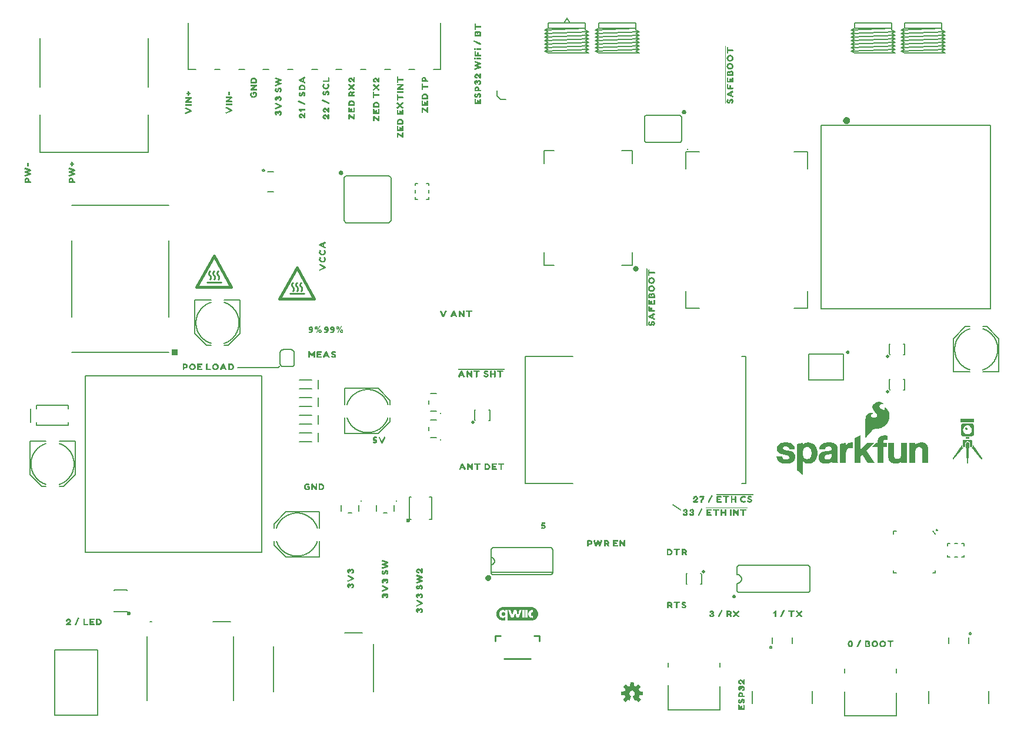
<source format=gto>
G04 EAGLE Gerber RS-274X export*
G75*
%MOMM*%
%FSLAX34Y34*%
%LPD*%
%INSilkscreen Top*%
%IPPOS*%
%AMOC8*
5,1,8,0,0,1.08239X$1,22.5*%
G01*
%ADD10C,0.203200*%
%ADD11C,0.152400*%
%ADD12C,0.508000*%
%ADD13C,0.508000*%
%ADD14C,0.254000*%
%ADD15C,0.254000*%
%ADD16C,0.282838*%
%ADD17C,0.177800*%
%ADD18R,0.889000X0.889000*%
%ADD19C,0.250000*%
%ADD20C,0.400000*%
%ADD21C,0.500000*%
%ADD22C,0.600000*%
%ADD23C,0.812800*%
%ADD24C,0.127000*%
%ADD25C,0.200000*%

G36*
X1260180Y406190D02*
X1260180Y406190D01*
X1260264Y406193D01*
X1260265Y406193D01*
X1260266Y406193D01*
X1260344Y406236D01*
X1260417Y406275D01*
X1260417Y406276D01*
X1260418Y406276D01*
X1260422Y406282D01*
X1260505Y406390D01*
X1260578Y406535D01*
X1260934Y406891D01*
X1260941Y406902D01*
X1260954Y406913D01*
X1261554Y407613D01*
X1261558Y407620D01*
X1261565Y407627D01*
X1262257Y408516D01*
X1263148Y409506D01*
X1263151Y409511D01*
X1263157Y409517D01*
X1264152Y410710D01*
X1265245Y411903D01*
X1266444Y413201D01*
X1267744Y414601D01*
X1267748Y414608D01*
X1267755Y414614D01*
X1268845Y415902D01*
X1269927Y416984D01*
X1270902Y417862D01*
X1271854Y418528D01*
X1272895Y419001D01*
X1273916Y419280D01*
X1277765Y419280D01*
X1277785Y419285D01*
X1277812Y419283D01*
X1280212Y419583D01*
X1280234Y419591D01*
X1280265Y419593D01*
X1282465Y420193D01*
X1282488Y420205D01*
X1282521Y420213D01*
X1284521Y421113D01*
X1284540Y421127D01*
X1284568Y421139D01*
X1286468Y422339D01*
X1286479Y422349D01*
X1286496Y422358D01*
X1288196Y423658D01*
X1288213Y423679D01*
X1288242Y423700D01*
X1289742Y425300D01*
X1289750Y425314D01*
X1289765Y425327D01*
X1291165Y427127D01*
X1291178Y427154D01*
X1291203Y427186D01*
X1293103Y430886D01*
X1293111Y430917D01*
X1293131Y430958D01*
X1294131Y434558D01*
X1294133Y434592D01*
X1294145Y434638D01*
X1294345Y438138D01*
X1294339Y438170D01*
X1294341Y438217D01*
X1293841Y441517D01*
X1293830Y441546D01*
X1293823Y441588D01*
X1292823Y444388D01*
X1292809Y444409D01*
X1292799Y444441D01*
X1291499Y446841D01*
X1291473Y446870D01*
X1291434Y446929D01*
X1289734Y448629D01*
X1289704Y448647D01*
X1289667Y448682D01*
X1288067Y449682D01*
X1288001Y449705D01*
X1287937Y449733D01*
X1287920Y449733D01*
X1287903Y449738D01*
X1287834Y449729D01*
X1287764Y449727D01*
X1287749Y449718D01*
X1287731Y449716D01*
X1287673Y449677D01*
X1287612Y449644D01*
X1287602Y449629D01*
X1287587Y449619D01*
X1287552Y449559D01*
X1287512Y449502D01*
X1287509Y449483D01*
X1287501Y449469D01*
X1287498Y449430D01*
X1287485Y449360D01*
X1287485Y448760D01*
X1287492Y448730D01*
X1287492Y448685D01*
X1287578Y448254D01*
X1287402Y447194D01*
X1287163Y446796D01*
X1286748Y446381D01*
X1286187Y446140D01*
X1285618Y446140D01*
X1284303Y446516D01*
X1283562Y446887D01*
X1282200Y447860D01*
X1281523Y448439D01*
X1281064Y448898D01*
X1280587Y449662D01*
X1280584Y449665D01*
X1280581Y449671D01*
X1280214Y450222D01*
X1280037Y450844D01*
X1279950Y451360D01*
X1280033Y451857D01*
X1280212Y452304D01*
X1280487Y452854D01*
X1280841Y453296D01*
X1281579Y453942D01*
X1281957Y454131D01*
X1282298Y454301D01*
X1283032Y454485D01*
X1283886Y454580D01*
X1285118Y454580D01*
X1285473Y454491D01*
X1285509Y454491D01*
X1285565Y454480D01*
X1285665Y454480D01*
X1285726Y454494D01*
X1285789Y454500D01*
X1285810Y454514D01*
X1285834Y454519D01*
X1285882Y454559D01*
X1285935Y454593D01*
X1285948Y454614D01*
X1285967Y454629D01*
X1285993Y454687D01*
X1286026Y454740D01*
X1286028Y454765D01*
X1286038Y454788D01*
X1286036Y454850D01*
X1286042Y454913D01*
X1286033Y454936D01*
X1286032Y454961D01*
X1286002Y455016D01*
X1285979Y455075D01*
X1285959Y455094D01*
X1285949Y455113D01*
X1285918Y455134D01*
X1285876Y455176D01*
X1285582Y455373D01*
X1284886Y455869D01*
X1284871Y455875D01*
X1284857Y455888D01*
X1283657Y456588D01*
X1283633Y456596D01*
X1283606Y456613D01*
X1282106Y457213D01*
X1282088Y457216D01*
X1282067Y457226D01*
X1280267Y457726D01*
X1280233Y457728D01*
X1280184Y457740D01*
X1278184Y457840D01*
X1278146Y457833D01*
X1278081Y457831D01*
X1275881Y457331D01*
X1275847Y457314D01*
X1275789Y457297D01*
X1273489Y456097D01*
X1273464Y456076D01*
X1273423Y456054D01*
X1271723Y454654D01*
X1271700Y454623D01*
X1271652Y454575D01*
X1270552Y452975D01*
X1270538Y452940D01*
X1270506Y452887D01*
X1269906Y451187D01*
X1269903Y451152D01*
X1269901Y451141D01*
X1269892Y451122D01*
X1269893Y451100D01*
X1269885Y451060D01*
X1269885Y449360D01*
X1269894Y449322D01*
X1269900Y449253D01*
X1270400Y447553D01*
X1270414Y447528D01*
X1270425Y447490D01*
X1271325Y445690D01*
X1271344Y445667D01*
X1271363Y445629D01*
X1272663Y443929D01*
X1272680Y443915D01*
X1272696Y443891D01*
X1274387Y442201D01*
X1275643Y440751D01*
X1276285Y439376D01*
X1276285Y438117D01*
X1275926Y436952D01*
X1275114Y436050D01*
X1274004Y435309D01*
X1272712Y434940D01*
X1271216Y434940D01*
X1270176Y435224D01*
X1269356Y435497D01*
X1268723Y436039D01*
X1268178Y436585D01*
X1267921Y437098D01*
X1267745Y437713D01*
X1267745Y438298D01*
X1267906Y438781D01*
X1268153Y439110D01*
X1268519Y439476D01*
X1268998Y439859D01*
X1269353Y440126D01*
X1269806Y440307D01*
X1269818Y440315D01*
X1269835Y440320D01*
X1270079Y440442D01*
X1270435Y440620D01*
X1270464Y440644D01*
X1270534Y440691D01*
X1270634Y440791D01*
X1270647Y440813D01*
X1270667Y440829D01*
X1270693Y440886D01*
X1270725Y440938D01*
X1270728Y440964D01*
X1270738Y440988D01*
X1270736Y441049D01*
X1270742Y441111D01*
X1270733Y441135D01*
X1270732Y441161D01*
X1270702Y441215D01*
X1270680Y441273D01*
X1270661Y441290D01*
X1270649Y441313D01*
X1270599Y441348D01*
X1270553Y441390D01*
X1270528Y441398D01*
X1270507Y441413D01*
X1270423Y441429D01*
X1270387Y441440D01*
X1270377Y441438D01*
X1270365Y441440D01*
X1270327Y441440D01*
X1270096Y441517D01*
X1269606Y441713D01*
X1269571Y441718D01*
X1269519Y441736D01*
X1268819Y441836D01*
X1268795Y441834D01*
X1268765Y441840D01*
X1266965Y441840D01*
X1266935Y441833D01*
X1266890Y441833D01*
X1265890Y441633D01*
X1265880Y441628D01*
X1265865Y441627D01*
X1264765Y441327D01*
X1264748Y441318D01*
X1264724Y441313D01*
X1263724Y440913D01*
X1263697Y440894D01*
X1263654Y440876D01*
X1262754Y440276D01*
X1262733Y440254D01*
X1262696Y440229D01*
X1261896Y439429D01*
X1261885Y439411D01*
X1261865Y439393D01*
X1261165Y438493D01*
X1261154Y438469D01*
X1261131Y438442D01*
X1260531Y437342D01*
X1260522Y437309D01*
X1260499Y437264D01*
X1260099Y435864D01*
X1260098Y435839D01*
X1260088Y435807D01*
X1259888Y434207D01*
X1259889Y434195D01*
X1259885Y434180D01*
X1259785Y432280D01*
X1259787Y432271D01*
X1259785Y432260D01*
X1259785Y406560D01*
X1259805Y406475D01*
X1259824Y406393D01*
X1259824Y406392D01*
X1259824Y406391D01*
X1259881Y406323D01*
X1259933Y406259D01*
X1259934Y406258D01*
X1260012Y406223D01*
X1260091Y406187D01*
X1260092Y406187D01*
X1260093Y406187D01*
X1260180Y406190D01*
G37*
G36*
X741184Y142739D02*
X741184Y142739D01*
X741206Y142743D01*
X741213Y142758D01*
X741222Y142764D01*
X741221Y142774D01*
X741228Y142790D01*
X741228Y148230D01*
X741224Y148236D01*
X741209Y148274D01*
X741199Y148284D01*
X741192Y148286D01*
X741191Y148287D01*
X741188Y148287D01*
X741171Y148291D01*
X741143Y148302D01*
X741138Y148298D01*
X741133Y148299D01*
X741126Y148290D01*
X741101Y148272D01*
X741031Y148152D01*
X740972Y148054D01*
X740877Y147920D01*
X740692Y147726D01*
X740465Y147538D01*
X740278Y147390D01*
X740063Y147254D01*
X739767Y147086D01*
X739493Y146969D01*
X739128Y146850D01*
X738843Y146782D01*
X738527Y146732D01*
X738171Y146693D01*
X737876Y146693D01*
X737579Y146703D01*
X737223Y146732D01*
X736619Y146831D01*
X736003Y147020D01*
X735997Y147018D01*
X735987Y147029D01*
X735690Y147138D01*
X735376Y147295D01*
X735030Y147512D01*
X734733Y147710D01*
X734438Y147966D01*
X734171Y148242D01*
X733954Y148490D01*
X733777Y148726D01*
X733539Y149103D01*
X733419Y149311D01*
X733407Y149318D01*
X733402Y149324D01*
X733402Y149336D01*
X733272Y149625D01*
X733124Y149963D01*
X733015Y150277D01*
X732906Y150764D01*
X732807Y151202D01*
X732757Y151517D01*
X732718Y152162D01*
X732708Y152421D01*
X732718Y152748D01*
X732706Y152767D01*
X732714Y152780D01*
X732723Y152787D01*
X732722Y152795D01*
X732728Y152805D01*
X732787Y153493D01*
X732827Y153779D01*
X732896Y154097D01*
X732975Y154423D01*
X733104Y154828D01*
X733232Y155135D01*
X733401Y155492D01*
X733589Y155837D01*
X733736Y156053D01*
X733964Y156350D01*
X734279Y156705D01*
X734803Y157130D01*
X735079Y157327D01*
X735435Y157525D01*
X735438Y157531D01*
X735442Y157529D01*
X735445Y157533D01*
X735451Y157533D01*
X735760Y157672D01*
X736104Y157810D01*
X736508Y157909D01*
X737003Y157998D01*
X737419Y158037D01*
X737886Y158057D01*
X738052Y158057D01*
X738359Y158028D01*
X738566Y158008D01*
X738861Y157949D01*
X738991Y157919D01*
X739226Y157860D01*
X739441Y157772D01*
X739728Y157653D01*
X740004Y157506D01*
X740259Y157348D01*
X740555Y157122D01*
X740802Y156895D01*
X741049Y156647D01*
X741128Y156558D01*
X741142Y156555D01*
X741149Y156543D01*
X741172Y156546D01*
X741194Y156540D01*
X741203Y156551D01*
X741216Y156553D01*
X741231Y156584D01*
X741237Y156592D01*
X741236Y156596D01*
X741238Y156600D01*
X741238Y157947D01*
X744832Y157947D01*
X744842Y142820D01*
X744854Y142801D01*
X744858Y142779D01*
X744873Y142772D01*
X744879Y142763D01*
X744889Y142764D01*
X744905Y142757D01*
X752075Y142757D01*
X752085Y142764D01*
X752089Y142764D01*
X752105Y142757D01*
X759546Y142767D01*
X759549Y142763D01*
X759559Y142764D01*
X759575Y142757D01*
X768455Y142757D01*
X768467Y142765D01*
X768469Y142763D01*
X768479Y142764D01*
X768495Y142757D01*
X778585Y142757D01*
X778586Y142758D01*
X778588Y142757D01*
X779488Y142807D01*
X779505Y142820D01*
X779511Y142818D01*
X780681Y142928D01*
X780686Y142931D01*
X780695Y142930D01*
X780874Y142990D01*
X781493Y143170D01*
X782193Y143380D01*
X782195Y143383D01*
X782200Y143382D01*
X782820Y143652D01*
X782821Y143654D01*
X782824Y143654D01*
X783394Y143954D01*
X783394Y143955D01*
X783395Y143955D01*
X784055Y144315D01*
X784057Y144319D01*
X784063Y144320D01*
X784683Y144790D01*
X784683Y144791D01*
X784685Y144792D01*
X785435Y145422D01*
X785436Y145425D01*
X785440Y145426D01*
X785870Y145866D01*
X785870Y145868D01*
X785873Y145870D01*
X786473Y146590D01*
X786474Y146599D01*
X786482Y146604D01*
X786481Y146614D01*
X786515Y146632D01*
X786735Y146922D01*
X786735Y146926D01*
X786739Y146929D01*
X787339Y147979D01*
X787339Y147980D01*
X787341Y147981D01*
X787731Y148731D01*
X787730Y148735D01*
X787734Y148739D01*
X787854Y149079D01*
X787854Y149080D01*
X787855Y149081D01*
X788035Y149661D01*
X788033Y149669D01*
X788035Y149671D01*
X788235Y150311D01*
X788234Y150315D01*
X788237Y150318D01*
X788327Y150788D01*
X788326Y150791D01*
X788327Y150794D01*
X788487Y152344D01*
X788485Y152348D01*
X788488Y152354D01*
X788428Y153224D01*
X788427Y153225D01*
X788427Y153227D01*
X788317Y154237D01*
X788317Y154238D01*
X788317Y154240D01*
X788267Y154560D01*
X788264Y154563D01*
X788265Y154568D01*
X788145Y154958D01*
X788106Y155106D01*
X788096Y155115D01*
X788096Y155118D01*
X788094Y155119D01*
X788093Y155125D01*
X788095Y155139D01*
X787815Y156019D01*
X787813Y156021D01*
X787813Y156024D01*
X787613Y156514D01*
X787611Y156516D01*
X787610Y156520D01*
X787220Y157240D01*
X786910Y157800D01*
X786906Y157802D01*
X786905Y157808D01*
X786665Y158128D01*
X786663Y158129D01*
X786662Y158131D01*
X786658Y158133D01*
X786654Y158149D01*
X785894Y159089D01*
X785892Y159090D01*
X785891Y159091D01*
X785891Y159093D01*
X785511Y159493D01*
X785507Y159494D01*
X785505Y159498D01*
X785105Y159828D01*
X785105Y159829D01*
X784665Y160189D01*
X784336Y160468D01*
X784331Y160468D01*
X784327Y160474D01*
X783897Y160734D01*
X783896Y160734D01*
X783895Y160735D01*
X783055Y161195D01*
X783054Y161195D01*
X783053Y161196D01*
X782403Y161526D01*
X782399Y161525D01*
X782394Y161530D01*
X781864Y161700D01*
X780934Y161990D01*
X780919Y161986D01*
X780917Y161987D01*
X780911Y161997D01*
X780903Y161996D01*
X780892Y162002D01*
X778752Y162252D01*
X778749Y162251D01*
X778745Y162253D01*
X773765Y162253D01*
X773752Y162245D01*
X773751Y162247D01*
X773741Y162246D01*
X773725Y162253D01*
X765274Y162243D01*
X765271Y162247D01*
X765259Y162245D01*
X765249Y162253D01*
X765236Y162248D01*
X765225Y162253D01*
X749215Y162253D01*
X749205Y162246D01*
X749201Y162246D01*
X749185Y162253D01*
X741185Y162253D01*
X741181Y162250D01*
X741175Y162253D01*
X738445Y162253D01*
X738443Y162251D01*
X738440Y162253D01*
X736800Y162123D01*
X736798Y162121D01*
X736795Y162122D01*
X736125Y162012D01*
X736122Y162009D01*
X736117Y162010D01*
X734867Y161640D01*
X734866Y161638D01*
X734863Y161639D01*
X734183Y161379D01*
X734180Y161376D01*
X734175Y161375D01*
X733565Y161045D01*
X733564Y161045D01*
X732905Y160675D01*
X732887Y160666D01*
X732876Y160648D01*
X732868Y160650D01*
X732863Y160644D01*
X732850Y160642D01*
X732500Y160402D01*
X732499Y160399D01*
X732495Y160399D01*
X732005Y159999D01*
X732005Y159998D01*
X732004Y159998D01*
X731724Y159758D01*
X731724Y159757D01*
X731484Y159547D01*
X731483Y159547D01*
X731303Y159387D01*
X731302Y159384D01*
X731298Y159382D01*
X731048Y159102D01*
X731048Y159101D01*
X731047Y159100D01*
X730697Y158680D01*
X730377Y158290D01*
X730376Y158289D01*
X730375Y158288D01*
X730155Y157998D01*
X730155Y157997D01*
X730154Y157996D01*
X729964Y157726D01*
X729964Y157724D01*
X729961Y157722D01*
X729781Y157412D01*
X729781Y157411D01*
X729780Y157410D01*
X729620Y157120D01*
X729620Y157119D01*
X729619Y157119D01*
X729219Y156339D01*
X729220Y156335D01*
X729216Y156331D01*
X728936Y155541D01*
X728936Y155539D01*
X728935Y155538D01*
X728869Y155312D01*
X728864Y155306D01*
X728594Y154306D01*
X728596Y154302D01*
X728593Y154296D01*
X728533Y153686D01*
X728463Y153006D01*
X728462Y153005D01*
X728432Y152605D01*
X728445Y152582D01*
X728446Y152577D01*
X728442Y152569D01*
X728452Y152139D01*
X728454Y152137D01*
X728453Y152134D01*
X728503Y151624D01*
X728503Y151623D01*
X728553Y151153D01*
X728593Y150764D01*
X728595Y150761D01*
X728594Y150757D01*
X728664Y150427D01*
X728665Y150426D01*
X728664Y150424D01*
X728844Y149764D01*
X728846Y149762D01*
X728845Y149760D01*
X729125Y148920D01*
X729127Y148919D01*
X729127Y148916D01*
X729347Y148376D01*
X729350Y148374D01*
X729350Y148370D01*
X729600Y147920D01*
X729870Y147420D01*
X729968Y147242D01*
X729963Y147232D01*
X729968Y147226D01*
X729966Y147218D01*
X729989Y147201D01*
X729991Y147198D01*
X729995Y147182D01*
X730355Y146702D01*
X730356Y146702D01*
X730357Y146700D01*
X730697Y146290D01*
X731317Y145550D01*
X731322Y145548D01*
X731325Y145541D01*
X732485Y144591D01*
X732487Y144591D01*
X732488Y144590D01*
X732718Y144420D01*
X732720Y144419D01*
X732722Y144416D01*
X733182Y144136D01*
X733184Y144136D01*
X733185Y144135D01*
X733595Y143915D01*
X733596Y143915D01*
X733935Y143735D01*
X734324Y143515D01*
X734346Y143517D01*
X734347Y143509D01*
X734359Y143506D01*
X734377Y143490D01*
X736377Y142900D01*
X736382Y142901D01*
X736389Y142898D01*
X738099Y142728D01*
X738101Y142729D01*
X738105Y142727D01*
X741165Y142727D01*
X741184Y142739D01*
G37*
G36*
X1169380Y352692D02*
X1169380Y352692D01*
X1169406Y352693D01*
X1169460Y352723D01*
X1169518Y352745D01*
X1169535Y352764D01*
X1169558Y352776D01*
X1169593Y352827D01*
X1169635Y352872D01*
X1169643Y352897D01*
X1169658Y352918D01*
X1169674Y353002D01*
X1169685Y353038D01*
X1169683Y353048D01*
X1169685Y353060D01*
X1169685Y372501D01*
X1169908Y372222D01*
X1169915Y372217D01*
X1169921Y372207D01*
X1170721Y371307D01*
X1170750Y371287D01*
X1170787Y371249D01*
X1171787Y370549D01*
X1171798Y370544D01*
X1171809Y370534D01*
X1172809Y369934D01*
X1172832Y369927D01*
X1172859Y369909D01*
X1174059Y369409D01*
X1174080Y369405D01*
X1174105Y369393D01*
X1175205Y369093D01*
X1175224Y369092D01*
X1175247Y369084D01*
X1176547Y368884D01*
X1176560Y368885D01*
X1176576Y368881D01*
X1177876Y368781D01*
X1177905Y368785D01*
X1177944Y368782D01*
X1180844Y369082D01*
X1180878Y369094D01*
X1180934Y369102D01*
X1183434Y370002D01*
X1183464Y370022D01*
X1183516Y370044D01*
X1185616Y371444D01*
X1185640Y371469D01*
X1185681Y371499D01*
X1187481Y373399D01*
X1187498Y373428D01*
X1187532Y373467D01*
X1188832Y375667D01*
X1188839Y375689D01*
X1188856Y375714D01*
X1189856Y378114D01*
X1189861Y378142D01*
X1189876Y378178D01*
X1190476Y380878D01*
X1190476Y380902D01*
X1190484Y380933D01*
X1190684Y383733D01*
X1190681Y383756D01*
X1190684Y383785D01*
X1190484Y386785D01*
X1190477Y386808D01*
X1190477Y386840D01*
X1189877Y389640D01*
X1189871Y389653D01*
X1189870Y389665D01*
X1189862Y389679D01*
X1189858Y389701D01*
X1188858Y392201D01*
X1188845Y392220D01*
X1188836Y392247D01*
X1187536Y394547D01*
X1187511Y394574D01*
X1187481Y394622D01*
X1185681Y396522D01*
X1185653Y396540D01*
X1185619Y396574D01*
X1183419Y398074D01*
X1183383Y398088D01*
X1183325Y398121D01*
X1180625Y399021D01*
X1180591Y399024D01*
X1180542Y399038D01*
X1177442Y399338D01*
X1177414Y399335D01*
X1177376Y399339D01*
X1176076Y399239D01*
X1176061Y399235D01*
X1176043Y399235D01*
X1174843Y399035D01*
X1174830Y399030D01*
X1174813Y399029D01*
X1173613Y398729D01*
X1173597Y398721D01*
X1173575Y398717D01*
X1172475Y398317D01*
X1172443Y398297D01*
X1172387Y398272D01*
X1170387Y396872D01*
X1170363Y396845D01*
X1170321Y396813D01*
X1169521Y395913D01*
X1169513Y395898D01*
X1169497Y395884D01*
X1169385Y395729D01*
X1169385Y398160D01*
X1169369Y398228D01*
X1169360Y398297D01*
X1169350Y398311D01*
X1169346Y398329D01*
X1169301Y398382D01*
X1169262Y398440D01*
X1169247Y398449D01*
X1169236Y398462D01*
X1169172Y398491D01*
X1169111Y398525D01*
X1169092Y398527D01*
X1169077Y398533D01*
X1169038Y398532D01*
X1168967Y398538D01*
X1167967Y398438D01*
X1167948Y398432D01*
X1167923Y398431D01*
X1166143Y398036D01*
X1165263Y397938D01*
X1165249Y397933D01*
X1165230Y397933D01*
X1164247Y397736D01*
X1163363Y397638D01*
X1163346Y397632D01*
X1163323Y397631D01*
X1161523Y397231D01*
X1161514Y397227D01*
X1161504Y397227D01*
X1161436Y397190D01*
X1161366Y397156D01*
X1161360Y397149D01*
X1161352Y397144D01*
X1161308Y397081D01*
X1161260Y397019D01*
X1161258Y397010D01*
X1161252Y397002D01*
X1161225Y396860D01*
X1161225Y359960D01*
X1161242Y359886D01*
X1161255Y359811D01*
X1161262Y359801D01*
X1161264Y359791D01*
X1161288Y359762D01*
X1161336Y359691D01*
X1162236Y358791D01*
X1162252Y358781D01*
X1162267Y358763D01*
X1163259Y357970D01*
X1164251Y357077D01*
X1164259Y357073D01*
X1164267Y357063D01*
X1165251Y356276D01*
X1166136Y355391D01*
X1166144Y355386D01*
X1166151Y355377D01*
X1167151Y354477D01*
X1167159Y354473D01*
X1167167Y354463D01*
X1168151Y353676D01*
X1169036Y352791D01*
X1169058Y352778D01*
X1169074Y352758D01*
X1169131Y352732D01*
X1169183Y352700D01*
X1169209Y352697D01*
X1169233Y352687D01*
X1169294Y352689D01*
X1169356Y352683D01*
X1169380Y352692D01*
G37*
G36*
X1202828Y368685D02*
X1202828Y368685D01*
X1202859Y368684D01*
X1203559Y368784D01*
X1203563Y368785D01*
X1203568Y368785D01*
X1204136Y368880D01*
X1204805Y368880D01*
X1204831Y368886D01*
X1204868Y368885D01*
X1205468Y368985D01*
X1205485Y368992D01*
X1205509Y368994D01*
X1206189Y369189D01*
X1206768Y369285D01*
X1206791Y369295D01*
X1206825Y369299D01*
X1207425Y369499D01*
X1207445Y369512D01*
X1207475Y369520D01*
X1208051Y369808D01*
X1208625Y369999D01*
X1208645Y370012D01*
X1208675Y370020D01*
X1209116Y370240D01*
X1209275Y370320D01*
X1209285Y370328D01*
X1209301Y370334D01*
X1209801Y370634D01*
X1209807Y370640D01*
X1209816Y370644D01*
X1210416Y371044D01*
X1210426Y371054D01*
X1210443Y371063D01*
X1211325Y371769D01*
X1211325Y371560D01*
X1211328Y371545D01*
X1211326Y371530D01*
X1211363Y371398D01*
X1211364Y371391D01*
X1211365Y371391D01*
X1211365Y371390D01*
X1211425Y371270D01*
X1211425Y371060D01*
X1211428Y371045D01*
X1211426Y371030D01*
X1211463Y370898D01*
X1211464Y370891D01*
X1211465Y370891D01*
X1211465Y370890D01*
X1211525Y370770D01*
X1211525Y370660D01*
X1211542Y370586D01*
X1211555Y370511D01*
X1211562Y370501D01*
X1211564Y370491D01*
X1211588Y370462D01*
X1211625Y370408D01*
X1211625Y370360D01*
X1211628Y370345D01*
X1211626Y370330D01*
X1211663Y370198D01*
X1211664Y370191D01*
X1211665Y370191D01*
X1211665Y370190D01*
X1211765Y369990D01*
X1211789Y369961D01*
X1211825Y369908D01*
X1211825Y369860D01*
X1211836Y369810D01*
X1211838Y369759D01*
X1211856Y369727D01*
X1211864Y369691D01*
X1211897Y369652D01*
X1211921Y369607D01*
X1211951Y369586D01*
X1211974Y369558D01*
X1212021Y369537D01*
X1212063Y369507D01*
X1212105Y369499D01*
X1212133Y369487D01*
X1212163Y369488D01*
X1212205Y369480D01*
X1220105Y369480D01*
X1220155Y369492D01*
X1220207Y369494D01*
X1220239Y369511D01*
X1220274Y369519D01*
X1220314Y369552D01*
X1220359Y369577D01*
X1220380Y369607D01*
X1220407Y369629D01*
X1220429Y369677D01*
X1220458Y369719D01*
X1220464Y369755D01*
X1220478Y369788D01*
X1220476Y369839D01*
X1220484Y369890D01*
X1220473Y369931D01*
X1220472Y369961D01*
X1220457Y369988D01*
X1220445Y370030D01*
X1220345Y370230D01*
X1220332Y370246D01*
X1220321Y370271D01*
X1220150Y370529D01*
X1219970Y371066D01*
X1219885Y371407D01*
X1219885Y371660D01*
X1219877Y371696D01*
X1219874Y371752D01*
X1219685Y372507D01*
X1219685Y372860D01*
X1219678Y372890D01*
X1219678Y372935D01*
X1219585Y373398D01*
X1219585Y373760D01*
X1219578Y373790D01*
X1219578Y373835D01*
X1219485Y374298D01*
X1219485Y390860D01*
X1219482Y390874D01*
X1219484Y390892D01*
X1219384Y392092D01*
X1219379Y392107D01*
X1219379Y392128D01*
X1219179Y393228D01*
X1219166Y393257D01*
X1219158Y393301D01*
X1218758Y394301D01*
X1218750Y394313D01*
X1218745Y394330D01*
X1218345Y395130D01*
X1218327Y395152D01*
X1218309Y395188D01*
X1217709Y395988D01*
X1217683Y396010D01*
X1217652Y396049D01*
X1216952Y396649D01*
X1216942Y396654D01*
X1216933Y396664D01*
X1216133Y397264D01*
X1216112Y397273D01*
X1216090Y397292D01*
X1215190Y397792D01*
X1215175Y397797D01*
X1215159Y397807D01*
X1214259Y398207D01*
X1214239Y398211D01*
X1214214Y398224D01*
X1213214Y398524D01*
X1213198Y398525D01*
X1213180Y398533D01*
X1212180Y398733D01*
X1212177Y398733D01*
X1212173Y398734D01*
X1209973Y399134D01*
X1209958Y399133D01*
X1209939Y399139D01*
X1208839Y399239D01*
X1208824Y399237D01*
X1208805Y399240D01*
X1204305Y399240D01*
X1204279Y399234D01*
X1204243Y399235D01*
X1203043Y399035D01*
X1203040Y399034D01*
X1203037Y399034D01*
X1201937Y398834D01*
X1201923Y398828D01*
X1201905Y398827D01*
X1199705Y398227D01*
X1199688Y398218D01*
X1199664Y398213D01*
X1198664Y397813D01*
X1198642Y397798D01*
X1198609Y397786D01*
X1197615Y397189D01*
X1196720Y396692D01*
X1196696Y396670D01*
X1196655Y396646D01*
X1195855Y395946D01*
X1195842Y395928D01*
X1195819Y395910D01*
X1195119Y395110D01*
X1195109Y395091D01*
X1195089Y395071D01*
X1193889Y393271D01*
X1193876Y393237D01*
X1193848Y393190D01*
X1193448Y392090D01*
X1193444Y392061D01*
X1193430Y392023D01*
X1193230Y390823D01*
X1193230Y390820D01*
X1193229Y390818D01*
X1193029Y389518D01*
X1193035Y389439D01*
X1193038Y389359D01*
X1193042Y389353D01*
X1193043Y389345D01*
X1193083Y389277D01*
X1193121Y389207D01*
X1193127Y389203D01*
X1193131Y389196D01*
X1193198Y389153D01*
X1193263Y389107D01*
X1193271Y389106D01*
X1193277Y389102D01*
X1193310Y389098D01*
X1193405Y389080D01*
X1201205Y389080D01*
X1201255Y389091D01*
X1201306Y389093D01*
X1201338Y389111D01*
X1201374Y389119D01*
X1201413Y389152D01*
X1201458Y389176D01*
X1201479Y389206D01*
X1201507Y389229D01*
X1201528Y389276D01*
X1201558Y389318D01*
X1201566Y389360D01*
X1201578Y389388D01*
X1201577Y389418D01*
X1201585Y389460D01*
X1201585Y390022D01*
X1201668Y390436D01*
X1201845Y390790D01*
X1201848Y390804D01*
X1201858Y390819D01*
X1202052Y391304D01*
X1202235Y391669D01*
X1202401Y391918D01*
X1202947Y392465D01*
X1203196Y392631D01*
X1203285Y392675D01*
X1203929Y392997D01*
X1204380Y393087D01*
X1204387Y393091D01*
X1204397Y393091D01*
X1204788Y393189D01*
X1205743Y393380D01*
X1207267Y393380D01*
X1207730Y393287D01*
X1207762Y393288D01*
X1207805Y393280D01*
X1208167Y393280D01*
X1208622Y393189D01*
X1208972Y393101D01*
X1209314Y392931D01*
X1209594Y392744D01*
X1209614Y392736D01*
X1209635Y392720D01*
X1209980Y392548D01*
X1210210Y392318D01*
X1210567Y391782D01*
X1210742Y391343D01*
X1210833Y390982D01*
X1210925Y390429D01*
X1210925Y389977D01*
X1210836Y389002D01*
X1210349Y388353D01*
X1209551Y387910D01*
X1208392Y387523D01*
X1207027Y387133D01*
X1205559Y386937D01*
X1203862Y386738D01*
X1202063Y386538D01*
X1202062Y386538D01*
X1202061Y386538D01*
X1202060Y386537D01*
X1202058Y386537D01*
X1202051Y386535D01*
X1202043Y386535D01*
X1200243Y386235D01*
X1200232Y386231D01*
X1200218Y386230D01*
X1198518Y385830D01*
X1198499Y385821D01*
X1198472Y385816D01*
X1196872Y385216D01*
X1196847Y385200D01*
X1196809Y385186D01*
X1195309Y384286D01*
X1195291Y384268D01*
X1195262Y384252D01*
X1194062Y383252D01*
X1194038Y383221D01*
X1193985Y383166D01*
X1193085Y381766D01*
X1193073Y381731D01*
X1193044Y381680D01*
X1192444Y379880D01*
X1192442Y379850D01*
X1192428Y379811D01*
X1192128Y377611D01*
X1192132Y377577D01*
X1192126Y377526D01*
X1192226Y376426D01*
X1192227Y376422D01*
X1192227Y376418D01*
X1192327Y375518D01*
X1192338Y375487D01*
X1192344Y375440D01*
X1192944Y373640D01*
X1192961Y373613D01*
X1192975Y373571D01*
X1193775Y372171D01*
X1193795Y372149D01*
X1193816Y372113D01*
X1194416Y371413D01*
X1194438Y371396D01*
X1194462Y371368D01*
X1195062Y370868D01*
X1195073Y370862D01*
X1195084Y370851D01*
X1195784Y370351D01*
X1195800Y370344D01*
X1195816Y370330D01*
X1196516Y369930D01*
X1196526Y369927D01*
X1196535Y369920D01*
X1197335Y369520D01*
X1197358Y369514D01*
X1197385Y369499D01*
X1198285Y369199D01*
X1198302Y369198D01*
X1198323Y369189D01*
X1200123Y368789D01*
X1200142Y368789D01*
X1200167Y368782D01*
X1201167Y368682D01*
X1201184Y368684D01*
X1201205Y368680D01*
X1202805Y368680D01*
X1202828Y368685D01*
G37*
G36*
X1252555Y369591D02*
X1252555Y369591D01*
X1252606Y369593D01*
X1252638Y369611D01*
X1252674Y369619D01*
X1252713Y369652D01*
X1252758Y369676D01*
X1252779Y369706D01*
X1252807Y369729D01*
X1252828Y369776D01*
X1252858Y369818D01*
X1252866Y369860D01*
X1252878Y369888D01*
X1252877Y369918D01*
X1252885Y369960D01*
X1252885Y379499D01*
X1255428Y381957D01*
X1262881Y369762D01*
X1262905Y369737D01*
X1262921Y369707D01*
X1262965Y369676D01*
X1263002Y369638D01*
X1263035Y369627D01*
X1263063Y369607D01*
X1263129Y369595D01*
X1263166Y369582D01*
X1263183Y369584D01*
X1263205Y369580D01*
X1272605Y369580D01*
X1272677Y369597D01*
X1272751Y369609D01*
X1272761Y369616D01*
X1272774Y369619D01*
X1272831Y369667D01*
X1272892Y369710D01*
X1272898Y369721D01*
X1272907Y369729D01*
X1272938Y369797D01*
X1272973Y369863D01*
X1272973Y369876D01*
X1272978Y369888D01*
X1272975Y369962D01*
X1272978Y370036D01*
X1272972Y370049D01*
X1272972Y370061D01*
X1272953Y370094D01*
X1272922Y370170D01*
X1261296Y387707D01*
X1271770Y397887D01*
X1271785Y397911D01*
X1271807Y397929D01*
X1271832Y397983D01*
X1271864Y398033D01*
X1271867Y398062D01*
X1271878Y398088D01*
X1271876Y398147D01*
X1271883Y398205D01*
X1271873Y398232D01*
X1271872Y398261D01*
X1271843Y398313D01*
X1271823Y398368D01*
X1271803Y398388D01*
X1271789Y398413D01*
X1271741Y398447D01*
X1271698Y398488D01*
X1271670Y398496D01*
X1271647Y398513D01*
X1271569Y398528D01*
X1271532Y398539D01*
X1271520Y398537D01*
X1271505Y398540D01*
X1262305Y398540D01*
X1262228Y398522D01*
X1262151Y398508D01*
X1262144Y398502D01*
X1262136Y398501D01*
X1262110Y398479D01*
X1262032Y398425D01*
X1252885Y388998D01*
X1252885Y408960D01*
X1252872Y409018D01*
X1252867Y409077D01*
X1252852Y409101D01*
X1252846Y409129D01*
X1252808Y409175D01*
X1252778Y409225D01*
X1252754Y409240D01*
X1252736Y409262D01*
X1252681Y409287D01*
X1252632Y409319D01*
X1252603Y409322D01*
X1252577Y409333D01*
X1252518Y409331D01*
X1252459Y409338D01*
X1252429Y409328D01*
X1252404Y409327D01*
X1252373Y409310D01*
X1252321Y409293D01*
X1244521Y404993D01*
X1244490Y404964D01*
X1244452Y404944D01*
X1244426Y404907D01*
X1244393Y404877D01*
X1244377Y404837D01*
X1244352Y404802D01*
X1244342Y404749D01*
X1244329Y404716D01*
X1244331Y404692D01*
X1244325Y404660D01*
X1244325Y369960D01*
X1244336Y369910D01*
X1244338Y369859D01*
X1244356Y369827D01*
X1244364Y369791D01*
X1244397Y369752D01*
X1244421Y369707D01*
X1244451Y369686D01*
X1244474Y369658D01*
X1244521Y369637D01*
X1244563Y369607D01*
X1244605Y369599D01*
X1244633Y369587D01*
X1244663Y369588D01*
X1244705Y369580D01*
X1252505Y369580D01*
X1252555Y369591D01*
G37*
G36*
X1331255Y369591D02*
X1331255Y369591D01*
X1331306Y369593D01*
X1331338Y369611D01*
X1331374Y369619D01*
X1331413Y369652D01*
X1331458Y369676D01*
X1331479Y369706D01*
X1331507Y369729D01*
X1331528Y369776D01*
X1331558Y369818D01*
X1331566Y369860D01*
X1331578Y369888D01*
X1331577Y369918D01*
X1331585Y369960D01*
X1331585Y384750D01*
X1331684Y386728D01*
X1331878Y388373D01*
X1332353Y389704D01*
X1332913Y390730D01*
X1333635Y391452D01*
X1334657Y392010D01*
X1335779Y392384D01*
X1337203Y392479D01*
X1338418Y392385D01*
X1339341Y392016D01*
X1340162Y391560D01*
X1340792Y390840D01*
X1341248Y390019D01*
X1341531Y388887D01*
X1341726Y387522D01*
X1341825Y385849D01*
X1341825Y369960D01*
X1341836Y369910D01*
X1341838Y369859D01*
X1341856Y369827D01*
X1341864Y369791D01*
X1341897Y369752D01*
X1341921Y369707D01*
X1341951Y369686D01*
X1341974Y369658D01*
X1342021Y369637D01*
X1342063Y369607D01*
X1342105Y369599D01*
X1342133Y369587D01*
X1342163Y369588D01*
X1342205Y369580D01*
X1349905Y369580D01*
X1349955Y369591D01*
X1350006Y369593D01*
X1350038Y369611D01*
X1350074Y369619D01*
X1350113Y369652D01*
X1350158Y369676D01*
X1350179Y369706D01*
X1350207Y369729D01*
X1350228Y369776D01*
X1350258Y369818D01*
X1350266Y369860D01*
X1350278Y369888D01*
X1350277Y369918D01*
X1350285Y369960D01*
X1350285Y387360D01*
X1350284Y387367D01*
X1350285Y387375D01*
X1350185Y389875D01*
X1350181Y389891D01*
X1350182Y389911D01*
X1349882Y392111D01*
X1349873Y392135D01*
X1349869Y392169D01*
X1349269Y394169D01*
X1349251Y394201D01*
X1349233Y394253D01*
X1348233Y395953D01*
X1348207Y395980D01*
X1348174Y396029D01*
X1346774Y397429D01*
X1346741Y397449D01*
X1346690Y397492D01*
X1344890Y398492D01*
X1344854Y398503D01*
X1344801Y398528D01*
X1342501Y399128D01*
X1342471Y399129D01*
X1342432Y399139D01*
X1339632Y399339D01*
X1339607Y399335D01*
X1339573Y399339D01*
X1338373Y399239D01*
X1338360Y399235D01*
X1338343Y399235D01*
X1337143Y399035D01*
X1337130Y399030D01*
X1337113Y399029D01*
X1335913Y398729D01*
X1335891Y398718D01*
X1335859Y398711D01*
X1334659Y398211D01*
X1334636Y398195D01*
X1334601Y398181D01*
X1333501Y397481D01*
X1333488Y397468D01*
X1333467Y397457D01*
X1332467Y396657D01*
X1332451Y396636D01*
X1332422Y396614D01*
X1331522Y395614D01*
X1331514Y395599D01*
X1331497Y395584D01*
X1331285Y395292D01*
X1331285Y398160D01*
X1331274Y398210D01*
X1331272Y398261D01*
X1331254Y398293D01*
X1331246Y398329D01*
X1331213Y398368D01*
X1331189Y398413D01*
X1331159Y398434D01*
X1331136Y398462D01*
X1331089Y398483D01*
X1331047Y398513D01*
X1331005Y398521D01*
X1330977Y398533D01*
X1330947Y398532D01*
X1330905Y398540D01*
X1323505Y398540D01*
X1323461Y398530D01*
X1323415Y398529D01*
X1323377Y398510D01*
X1323336Y398501D01*
X1323301Y398472D01*
X1323260Y398451D01*
X1323235Y398417D01*
X1323203Y398391D01*
X1323184Y398349D01*
X1323157Y398312D01*
X1323146Y398264D01*
X1323132Y398232D01*
X1323133Y398206D01*
X1323125Y398171D01*
X1323025Y394671D01*
X1323026Y394666D01*
X1323025Y394660D01*
X1323025Y369960D01*
X1323036Y369910D01*
X1323038Y369859D01*
X1323056Y369827D01*
X1323064Y369791D01*
X1323097Y369752D01*
X1323121Y369707D01*
X1323151Y369686D01*
X1323174Y369658D01*
X1323221Y369637D01*
X1323263Y369607D01*
X1323305Y369599D01*
X1323333Y369587D01*
X1323363Y369588D01*
X1323405Y369580D01*
X1331205Y369580D01*
X1331255Y369591D01*
G37*
G36*
X1303103Y368785D02*
X1303103Y368785D01*
X1303137Y368781D01*
X1304337Y368881D01*
X1304350Y368885D01*
X1304368Y368885D01*
X1305568Y369085D01*
X1305580Y369090D01*
X1305597Y369091D01*
X1306797Y369391D01*
X1306819Y369402D01*
X1306851Y369409D01*
X1308051Y369909D01*
X1308074Y369925D01*
X1308109Y369939D01*
X1309209Y370639D01*
X1309222Y370652D01*
X1309243Y370663D01*
X1310243Y371463D01*
X1310259Y371484D01*
X1310288Y371506D01*
X1311188Y372506D01*
X1311196Y372521D01*
X1311213Y372536D01*
X1311425Y372828D01*
X1311425Y369960D01*
X1311436Y369910D01*
X1311438Y369859D01*
X1311456Y369827D01*
X1311464Y369791D01*
X1311497Y369752D01*
X1311521Y369707D01*
X1311551Y369686D01*
X1311574Y369658D01*
X1311621Y369637D01*
X1311663Y369607D01*
X1311705Y369599D01*
X1311733Y369587D01*
X1311763Y369588D01*
X1311805Y369580D01*
X1319205Y369580D01*
X1319250Y369590D01*
X1319295Y369591D01*
X1319333Y369610D01*
X1319374Y369619D01*
X1319409Y369648D01*
X1319450Y369669D01*
X1319475Y369703D01*
X1319507Y369729D01*
X1319526Y369771D01*
X1319553Y369808D01*
X1319564Y369856D01*
X1319578Y369888D01*
X1319577Y369914D01*
X1319585Y369949D01*
X1319685Y373449D01*
X1319684Y373454D01*
X1319685Y373460D01*
X1319685Y398160D01*
X1319674Y398210D01*
X1319672Y398261D01*
X1319654Y398293D01*
X1319646Y398329D01*
X1319613Y398368D01*
X1319589Y398413D01*
X1319559Y398434D01*
X1319536Y398462D01*
X1319489Y398483D01*
X1319447Y398513D01*
X1319405Y398521D01*
X1319377Y398533D01*
X1319347Y398532D01*
X1319305Y398540D01*
X1311505Y398540D01*
X1311455Y398529D01*
X1311404Y398527D01*
X1311372Y398509D01*
X1311336Y398501D01*
X1311297Y398468D01*
X1311252Y398444D01*
X1311231Y398414D01*
X1311203Y398391D01*
X1311182Y398344D01*
X1311152Y398302D01*
X1311144Y398260D01*
X1311132Y398232D01*
X1311133Y398202D01*
X1311125Y398160D01*
X1311125Y383370D01*
X1311026Y381392D01*
X1310832Y379747D01*
X1310357Y378416D01*
X1309797Y377390D01*
X1309075Y376668D01*
X1308053Y376110D01*
X1306931Y375736D01*
X1305507Y375641D01*
X1304275Y375736D01*
X1303369Y376008D01*
X1302547Y376556D01*
X1301918Y377185D01*
X1301464Y378093D01*
X1301179Y379233D01*
X1300984Y380598D01*
X1300885Y382271D01*
X1300885Y398160D01*
X1300874Y398210D01*
X1300872Y398261D01*
X1300854Y398293D01*
X1300846Y398329D01*
X1300813Y398368D01*
X1300789Y398413D01*
X1300759Y398434D01*
X1300736Y398462D01*
X1300689Y398483D01*
X1300647Y398513D01*
X1300605Y398521D01*
X1300577Y398533D01*
X1300547Y398532D01*
X1300505Y398540D01*
X1292805Y398540D01*
X1292755Y398529D01*
X1292704Y398527D01*
X1292672Y398509D01*
X1292636Y398501D01*
X1292597Y398468D01*
X1292552Y398444D01*
X1292531Y398414D01*
X1292503Y398391D01*
X1292482Y398344D01*
X1292452Y398302D01*
X1292444Y398260D01*
X1292432Y398232D01*
X1292433Y398202D01*
X1292425Y398160D01*
X1292425Y380760D01*
X1292426Y380753D01*
X1292425Y380745D01*
X1292525Y378245D01*
X1292529Y378229D01*
X1292528Y378209D01*
X1292828Y376009D01*
X1292837Y375985D01*
X1292841Y375951D01*
X1293441Y373951D01*
X1293459Y373919D01*
X1293477Y373867D01*
X1294477Y372167D01*
X1294503Y372140D01*
X1294536Y372091D01*
X1295936Y370691D01*
X1295969Y370671D01*
X1296020Y370628D01*
X1297820Y369628D01*
X1297856Y369617D01*
X1297909Y369592D01*
X1300209Y368992D01*
X1300239Y368991D01*
X1300278Y368981D01*
X1303078Y368781D01*
X1303103Y368785D01*
G37*
G36*
X1145504Y368883D02*
X1145504Y368883D01*
X1145521Y368880D01*
X1147921Y368980D01*
X1147942Y368986D01*
X1147970Y368985D01*
X1150270Y369385D01*
X1150285Y369392D01*
X1150305Y369393D01*
X1152505Y369993D01*
X1152535Y370009D01*
X1152582Y370024D01*
X1154482Y371024D01*
X1154503Y371041D01*
X1154536Y371058D01*
X1156236Y372358D01*
X1156260Y372387D01*
X1156307Y372429D01*
X1156324Y372452D01*
X1156615Y372832D01*
X1156906Y373212D01*
X1157197Y373592D01*
X1157197Y373593D01*
X1157487Y373973D01*
X1157488Y373973D01*
X1157607Y374129D01*
X1157623Y374165D01*
X1157660Y374225D01*
X1158460Y376325D01*
X1158465Y376361D01*
X1158483Y376416D01*
X1158783Y379016D01*
X1158779Y379051D01*
X1158783Y379102D01*
X1158583Y380902D01*
X1158570Y380938D01*
X1158558Y381001D01*
X1157958Y382501D01*
X1157939Y382528D01*
X1157921Y382571D01*
X1157121Y383771D01*
X1157093Y383798D01*
X1157048Y383852D01*
X1155848Y384852D01*
X1155835Y384859D01*
X1155821Y384873D01*
X1154521Y385773D01*
X1154487Y385786D01*
X1154439Y385816D01*
X1152839Y386416D01*
X1152829Y386417D01*
X1152818Y386423D01*
X1151218Y386923D01*
X1151206Y386924D01*
X1151192Y386930D01*
X1149494Y387330D01*
X1147897Y387729D01*
X1147887Y387729D01*
X1147875Y387734D01*
X1146289Y388031D01*
X1144810Y388426D01*
X1143540Y388816D01*
X1142490Y389293D01*
X1141660Y389847D01*
X1141156Y390435D01*
X1140990Y391178D01*
X1141074Y391848D01*
X1141318Y392335D01*
X1141730Y392748D01*
X1141985Y392875D01*
X1142265Y393015D01*
X1142909Y393291D01*
X1143532Y393380D01*
X1145984Y393380D01*
X1146823Y393287D01*
X1147659Y393008D01*
X1148395Y392640D01*
X1148935Y392190D01*
X1149379Y391657D01*
X1149740Y390844D01*
X1149932Y389885D01*
X1149938Y389873D01*
X1149938Y389859D01*
X1149974Y389795D01*
X1150004Y389728D01*
X1150015Y389719D01*
X1150021Y389707D01*
X1150081Y389665D01*
X1150138Y389618D01*
X1150152Y389615D01*
X1150163Y389607D01*
X1150305Y389580D01*
X1157605Y389580D01*
X1157685Y389598D01*
X1157765Y389615D01*
X1157769Y389618D01*
X1157774Y389619D01*
X1157837Y389672D01*
X1157901Y389722D01*
X1157903Y389726D01*
X1157907Y389729D01*
X1157941Y389804D01*
X1157976Y389878D01*
X1157976Y389883D01*
X1157978Y389888D01*
X1157977Y389915D01*
X1157980Y390023D01*
X1157580Y392423D01*
X1157565Y392458D01*
X1157549Y392523D01*
X1156649Y394423D01*
X1156626Y394451D01*
X1156600Y394500D01*
X1155300Y396100D01*
X1155274Y396120D01*
X1155271Y396124D01*
X1155267Y396130D01*
X1155262Y396134D01*
X1155243Y396157D01*
X1153743Y397357D01*
X1153711Y397372D01*
X1153668Y397404D01*
X1151768Y398304D01*
X1151743Y398309D01*
X1151714Y398324D01*
X1149714Y398924D01*
X1149689Y398926D01*
X1149656Y398937D01*
X1147456Y399237D01*
X1147441Y399235D01*
X1147422Y399240D01*
X1145222Y399340D01*
X1145207Y399337D01*
X1145188Y399340D01*
X1142888Y399240D01*
X1142873Y399236D01*
X1142854Y399237D01*
X1140654Y398937D01*
X1140638Y398931D01*
X1140617Y398930D01*
X1138517Y398430D01*
X1138488Y398415D01*
X1138442Y398404D01*
X1136542Y397504D01*
X1136517Y397484D01*
X1136477Y397464D01*
X1134877Y396264D01*
X1134852Y396234D01*
X1134801Y396188D01*
X1133601Y394588D01*
X1133586Y394553D01*
X1133552Y394501D01*
X1132752Y392501D01*
X1132746Y392462D01*
X1132726Y392390D01*
X1132526Y389890D01*
X1132531Y389859D01*
X1132527Y389816D01*
X1132727Y388116D01*
X1132739Y388083D01*
X1132747Y388032D01*
X1133247Y386632D01*
X1133268Y386599D01*
X1133301Y386532D01*
X1134201Y385332D01*
X1134229Y385309D01*
X1134264Y385266D01*
X1135364Y384366D01*
X1135389Y384354D01*
X1135416Y384330D01*
X1136816Y383530D01*
X1136838Y383523D01*
X1136864Y383507D01*
X1138364Y382907D01*
X1138377Y382905D01*
X1138392Y382897D01*
X1139992Y382397D01*
X1140004Y382396D01*
X1140018Y382390D01*
X1141718Y381990D01*
X1141724Y381990D01*
X1141730Y381987D01*
X1143724Y381588D01*
X1145401Y381194D01*
X1146885Y380699D01*
X1146889Y380699D01*
X1146893Y380697D01*
X1148149Y380310D01*
X1149082Y379751D01*
X1149722Y379201D01*
X1150140Y378617D01*
X1150222Y377957D01*
X1150135Y377169D01*
X1149785Y376470D01*
X1149344Y375941D01*
X1148708Y375487D01*
X1148344Y375305D01*
X1147972Y375119D01*
X1147217Y374930D01*
X1146363Y374740D01*
X1145522Y374740D01*
X1144456Y374837D01*
X1143394Y375030D01*
X1142454Y375312D01*
X1141636Y375767D01*
X1140993Y376410D01*
X1140439Y377148D01*
X1140079Y378050D01*
X1139984Y379094D01*
X1139973Y379127D01*
X1139972Y379161D01*
X1139946Y379208D01*
X1139929Y379259D01*
X1139905Y379283D01*
X1139889Y379313D01*
X1139845Y379344D01*
X1139807Y379382D01*
X1139775Y379393D01*
X1139747Y379413D01*
X1139680Y379426D01*
X1139643Y379438D01*
X1139626Y379436D01*
X1139605Y379440D01*
X1132205Y379440D01*
X1132126Y379422D01*
X1132048Y379406D01*
X1132043Y379402D01*
X1132036Y379401D01*
X1131974Y379349D01*
X1131910Y379300D01*
X1131908Y379295D01*
X1131903Y379291D01*
X1131870Y379217D01*
X1131834Y379145D01*
X1131834Y379138D01*
X1131832Y379132D01*
X1131833Y379102D01*
X1131830Y379000D01*
X1132230Y376500D01*
X1132243Y376466D01*
X1132256Y376410D01*
X1133156Y374310D01*
X1133177Y374281D01*
X1133203Y374229D01*
X1134503Y372529D01*
X1134530Y372507D01*
X1134563Y372466D01*
X1136263Y371066D01*
X1136294Y371051D01*
X1136335Y371020D01*
X1138335Y370020D01*
X1138365Y370013D01*
X1138405Y369993D01*
X1140605Y369393D01*
X1140621Y369393D01*
X1140640Y369385D01*
X1142940Y368985D01*
X1142962Y368987D01*
X1142990Y368980D01*
X1145490Y368880D01*
X1145504Y368883D01*
G37*
G36*
X933245Y25546D02*
X933245Y25546D01*
X933353Y25556D01*
X933366Y25562D01*
X933380Y25564D01*
X933477Y25612D01*
X933576Y25657D01*
X933589Y25668D01*
X933598Y25672D01*
X933613Y25688D01*
X933690Y25750D01*
X936275Y28335D01*
X936338Y28424D01*
X936404Y28509D01*
X936409Y28522D01*
X936417Y28534D01*
X936448Y28637D01*
X936484Y28740D01*
X936484Y28754D01*
X936488Y28767D01*
X936484Y28875D01*
X936485Y28984D01*
X936480Y28997D01*
X936480Y29011D01*
X936442Y29113D01*
X936407Y29215D01*
X936398Y29230D01*
X936394Y29239D01*
X936380Y29256D01*
X936326Y29338D01*
X933562Y32728D01*
X934119Y33810D01*
X934125Y33830D01*
X934167Y33925D01*
X934538Y35084D01*
X938889Y35527D01*
X938993Y35555D01*
X939099Y35580D01*
X939111Y35587D01*
X939124Y35590D01*
X939214Y35651D01*
X939307Y35708D01*
X939315Y35719D01*
X939327Y35727D01*
X939393Y35813D01*
X939462Y35897D01*
X939466Y35910D01*
X939475Y35921D01*
X939509Y36024D01*
X939548Y36125D01*
X939549Y36143D01*
X939553Y36152D01*
X939553Y36174D01*
X939562Y36272D01*
X939562Y39928D01*
X939545Y40035D01*
X939531Y40143D01*
X939525Y40155D01*
X939523Y40169D01*
X939471Y40265D01*
X939424Y40362D01*
X939414Y40372D01*
X939408Y40384D01*
X939328Y40458D01*
X939252Y40535D01*
X939240Y40541D01*
X939230Y40551D01*
X939131Y40596D01*
X939034Y40644D01*
X939016Y40648D01*
X939007Y40652D01*
X938986Y40654D01*
X938889Y40673D01*
X934538Y41116D01*
X934167Y42275D01*
X934158Y42292D01*
X934156Y42300D01*
X934152Y42307D01*
X934119Y42390D01*
X933562Y43472D01*
X936326Y46862D01*
X936380Y46956D01*
X936437Y47048D01*
X936440Y47061D01*
X936447Y47073D01*
X936468Y47180D01*
X936493Y47285D01*
X936491Y47299D01*
X936494Y47313D01*
X936479Y47420D01*
X936469Y47528D01*
X936463Y47541D01*
X936461Y47555D01*
X936413Y47652D01*
X936368Y47751D01*
X936357Y47764D01*
X936353Y47773D01*
X936337Y47788D01*
X936275Y47865D01*
X933690Y50450D01*
X933601Y50513D01*
X933516Y50579D01*
X933503Y50584D01*
X933491Y50592D01*
X933388Y50623D01*
X933285Y50659D01*
X933271Y50659D01*
X933258Y50663D01*
X933150Y50659D01*
X933041Y50660D01*
X933028Y50655D01*
X933014Y50655D01*
X932912Y50617D01*
X932810Y50582D01*
X932795Y50573D01*
X932786Y50569D01*
X932769Y50555D01*
X932687Y50501D01*
X929297Y47737D01*
X928215Y48294D01*
X928195Y48300D01*
X928100Y48342D01*
X926941Y48713D01*
X926498Y53064D01*
X926470Y53168D01*
X926445Y53274D01*
X926438Y53286D01*
X926435Y53299D01*
X926374Y53389D01*
X926317Y53482D01*
X926306Y53490D01*
X926298Y53502D01*
X926212Y53568D01*
X926128Y53637D01*
X926115Y53641D01*
X926104Y53650D01*
X926001Y53684D01*
X925900Y53723D01*
X925882Y53724D01*
X925873Y53728D01*
X925851Y53728D01*
X925753Y53737D01*
X922097Y53737D01*
X921990Y53720D01*
X921882Y53706D01*
X921870Y53700D01*
X921856Y53698D01*
X921760Y53646D01*
X921663Y53599D01*
X921653Y53589D01*
X921641Y53583D01*
X921567Y53503D01*
X921490Y53427D01*
X921484Y53415D01*
X921474Y53405D01*
X921429Y53306D01*
X921381Y53209D01*
X921377Y53191D01*
X921373Y53182D01*
X921371Y53161D01*
X921352Y53064D01*
X920909Y48713D01*
X919750Y48342D01*
X919732Y48332D01*
X919635Y48294D01*
X918553Y47737D01*
X915163Y50501D01*
X915069Y50555D01*
X914977Y50612D01*
X914964Y50615D01*
X914952Y50622D01*
X914845Y50643D01*
X914740Y50668D01*
X914726Y50666D01*
X914712Y50669D01*
X914605Y50654D01*
X914497Y50644D01*
X914484Y50638D01*
X914471Y50636D01*
X914373Y50588D01*
X914274Y50543D01*
X914261Y50532D01*
X914252Y50528D01*
X914237Y50512D01*
X914160Y50450D01*
X911575Y47865D01*
X911512Y47776D01*
X911446Y47691D01*
X911441Y47678D01*
X911433Y47666D01*
X911402Y47563D01*
X911366Y47460D01*
X911366Y47446D01*
X911362Y47433D01*
X911366Y47325D01*
X911365Y47216D01*
X911370Y47203D01*
X911370Y47189D01*
X911408Y47087D01*
X911443Y46985D01*
X911452Y46970D01*
X911456Y46961D01*
X911470Y46944D01*
X911524Y46862D01*
X914288Y43472D01*
X913731Y42390D01*
X913725Y42370D01*
X913683Y42275D01*
X913312Y41116D01*
X908961Y40673D01*
X908857Y40645D01*
X908751Y40620D01*
X908739Y40613D01*
X908726Y40610D01*
X908636Y40549D01*
X908543Y40492D01*
X908535Y40481D01*
X908523Y40473D01*
X908457Y40387D01*
X908389Y40303D01*
X908384Y40290D01*
X908375Y40279D01*
X908341Y40176D01*
X908302Y40075D01*
X908301Y40057D01*
X908297Y40048D01*
X908298Y40026D01*
X908288Y39928D01*
X908288Y36272D01*
X908305Y36165D01*
X908319Y36057D01*
X908325Y36045D01*
X908327Y36031D01*
X908379Y35935D01*
X908426Y35838D01*
X908436Y35828D01*
X908442Y35816D01*
X908522Y35742D01*
X908598Y35665D01*
X908610Y35659D01*
X908621Y35649D01*
X908719Y35604D01*
X908816Y35556D01*
X908834Y35552D01*
X908843Y35548D01*
X908864Y35546D01*
X908961Y35527D01*
X913312Y35084D01*
X913683Y33925D01*
X913693Y33907D01*
X913731Y33810D01*
X914288Y32728D01*
X911524Y29338D01*
X911470Y29244D01*
X911413Y29152D01*
X911410Y29139D01*
X911403Y29127D01*
X911382Y29020D01*
X911357Y28915D01*
X911359Y28901D01*
X911356Y28887D01*
X911371Y28780D01*
X911381Y28672D01*
X911387Y28659D01*
X911389Y28646D01*
X911437Y28548D01*
X911482Y28449D01*
X911493Y28436D01*
X911497Y28427D01*
X911513Y28412D01*
X911575Y28335D01*
X914160Y25750D01*
X914249Y25687D01*
X914334Y25621D01*
X914347Y25616D01*
X914359Y25608D01*
X914462Y25577D01*
X914565Y25541D01*
X914579Y25541D01*
X914592Y25537D01*
X914700Y25541D01*
X914809Y25540D01*
X914822Y25545D01*
X914836Y25545D01*
X914938Y25583D01*
X915040Y25618D01*
X915055Y25627D01*
X915064Y25631D01*
X915081Y25645D01*
X915163Y25699D01*
X918553Y28463D01*
X919635Y27906D01*
X919688Y27889D01*
X919737Y27863D01*
X919803Y27852D01*
X919867Y27831D01*
X919923Y27832D01*
X919977Y27823D01*
X920044Y27834D01*
X920111Y27835D01*
X920163Y27853D01*
X920218Y27862D01*
X920278Y27894D01*
X920341Y27917D01*
X920384Y27951D01*
X920434Y27977D01*
X920480Y28026D01*
X920532Y28068D01*
X920563Y28115D01*
X920601Y28155D01*
X920657Y28260D01*
X920665Y28273D01*
X920666Y28278D01*
X920670Y28285D01*
X922823Y33482D01*
X922843Y33566D01*
X922848Y33578D01*
X922850Y33594D01*
X922875Y33680D01*
X922874Y33700D01*
X922879Y33720D01*
X922871Y33802D01*
X922872Y33821D01*
X922868Y33841D01*
X922864Y33924D01*
X922857Y33943D01*
X922855Y33963D01*
X922823Y34032D01*
X922817Y34059D01*
X922802Y34083D01*
X922775Y34152D01*
X922762Y34167D01*
X922754Y34185D01*
X922709Y34234D01*
X922689Y34266D01*
X922657Y34292D01*
X922618Y34338D01*
X922597Y34353D01*
X922587Y34363D01*
X922566Y34375D01*
X922503Y34419D01*
X922500Y34421D01*
X922499Y34421D01*
X922497Y34423D01*
X921613Y34918D01*
X920934Y35545D01*
X920420Y36314D01*
X920100Y37182D01*
X919992Y38099D01*
X920105Y39034D01*
X920436Y39915D01*
X920968Y40692D01*
X921669Y41321D01*
X922499Y41764D01*
X923411Y41998D01*
X924353Y42008D01*
X925269Y41794D01*
X926109Y41369D01*
X926823Y40756D01*
X927372Y39991D01*
X927723Y39117D01*
X927856Y38185D01*
X927764Y37248D01*
X927452Y36360D01*
X926937Y35572D01*
X926250Y34928D01*
X925351Y34422D01*
X925311Y34389D01*
X925269Y34367D01*
X925238Y34334D01*
X925190Y34299D01*
X925177Y34282D01*
X925161Y34269D01*
X925126Y34215D01*
X925102Y34189D01*
X925089Y34158D01*
X925047Y34101D01*
X925041Y34081D01*
X925030Y34063D01*
X925012Y33990D01*
X925002Y33967D01*
X924999Y33943D01*
X924976Y33868D01*
X924977Y33847D01*
X924972Y33826D01*
X924979Y33742D01*
X924978Y33724D01*
X924981Y33708D01*
X924984Y33624D01*
X924992Y33598D01*
X924993Y33583D01*
X925003Y33561D01*
X925027Y33482D01*
X925335Y32737D01*
X925336Y32737D01*
X925646Y31988D01*
X925956Y31239D01*
X925956Y31238D01*
X926267Y30490D01*
X926267Y30489D01*
X926577Y29740D01*
X926887Y28991D01*
X926888Y28991D01*
X927180Y28285D01*
X927209Y28238D01*
X927230Y28186D01*
X927273Y28135D01*
X927309Y28078D01*
X927352Y28043D01*
X927388Y28000D01*
X927445Y27966D01*
X927497Y27923D01*
X927549Y27904D01*
X927597Y27875D01*
X927663Y27861D01*
X927726Y27837D01*
X927781Y27835D01*
X927835Y27824D01*
X927902Y27831D01*
X927969Y27829D01*
X928023Y27845D01*
X928078Y27852D01*
X928189Y27896D01*
X928203Y27900D01*
X928207Y27903D01*
X928215Y27906D01*
X929297Y28463D01*
X932687Y25699D01*
X932781Y25645D01*
X932873Y25588D01*
X932886Y25585D01*
X932898Y25578D01*
X933005Y25557D01*
X933110Y25532D01*
X933124Y25534D01*
X933138Y25531D01*
X933245Y25546D01*
G37*
G36*
X1285155Y369491D02*
X1285155Y369491D01*
X1285206Y369493D01*
X1285238Y369511D01*
X1285274Y369519D01*
X1285313Y369552D01*
X1285358Y369576D01*
X1285379Y369606D01*
X1285407Y369629D01*
X1285428Y369676D01*
X1285458Y369718D01*
X1285466Y369760D01*
X1285478Y369788D01*
X1285477Y369818D01*
X1285485Y369860D01*
X1285485Y392580D01*
X1290505Y392580D01*
X1290555Y392591D01*
X1290606Y392593D01*
X1290638Y392611D01*
X1290674Y392619D01*
X1290713Y392652D01*
X1290758Y392676D01*
X1290779Y392706D01*
X1290807Y392729D01*
X1290828Y392776D01*
X1290858Y392818D01*
X1290866Y392860D01*
X1290878Y392888D01*
X1290877Y392918D01*
X1290885Y392960D01*
X1290885Y398160D01*
X1290874Y398210D01*
X1290872Y398261D01*
X1290854Y398293D01*
X1290846Y398329D01*
X1290813Y398368D01*
X1290789Y398413D01*
X1290759Y398434D01*
X1290736Y398462D01*
X1290689Y398483D01*
X1290647Y398513D01*
X1290605Y398521D01*
X1290577Y398533D01*
X1290547Y398532D01*
X1290505Y398540D01*
X1285485Y398540D01*
X1285485Y399836D01*
X1285582Y400609D01*
X1285677Y401272D01*
X1285846Y401781D01*
X1286077Y402088D01*
X1286417Y402344D01*
X1286835Y402594D01*
X1287432Y402680D01*
X1290543Y402680D01*
X1290785Y402599D01*
X1290810Y402597D01*
X1290833Y402587D01*
X1290895Y402589D01*
X1290957Y402583D01*
X1290981Y402592D01*
X1291006Y402593D01*
X1291061Y402623D01*
X1291119Y402646D01*
X1291136Y402664D01*
X1291158Y402676D01*
X1291194Y402727D01*
X1291236Y402773D01*
X1291243Y402797D01*
X1291258Y402818D01*
X1291274Y402905D01*
X1291285Y402940D01*
X1291283Y402949D01*
X1291285Y402960D01*
X1291285Y408760D01*
X1291274Y408810D01*
X1291272Y408861D01*
X1291254Y408893D01*
X1291246Y408929D01*
X1291213Y408968D01*
X1291189Y409013D01*
X1291159Y409034D01*
X1291136Y409062D01*
X1291089Y409083D01*
X1291047Y409113D01*
X1291005Y409121D01*
X1290977Y409133D01*
X1290947Y409132D01*
X1290905Y409140D01*
X1289943Y409140D01*
X1289480Y409233D01*
X1289448Y409232D01*
X1289405Y409240D01*
X1288943Y409240D01*
X1288480Y409333D01*
X1288448Y409332D01*
X1288405Y409340D01*
X1286805Y409340D01*
X1286790Y409337D01*
X1286771Y409339D01*
X1284571Y409139D01*
X1284552Y409133D01*
X1284527Y409132D01*
X1282627Y408732D01*
X1282593Y408716D01*
X1282535Y408700D01*
X1282347Y408606D01*
X1281586Y408226D01*
X1280935Y407900D01*
X1280915Y407884D01*
X1280884Y407869D01*
X1279484Y406869D01*
X1279458Y406840D01*
X1279404Y406792D01*
X1278404Y405492D01*
X1278391Y405464D01*
X1278365Y405430D01*
X1277665Y404030D01*
X1277658Y404002D01*
X1277640Y403967D01*
X1277140Y402267D01*
X1277140Y402257D01*
X1277138Y402254D01*
X1277139Y402238D01*
X1277138Y402232D01*
X1277125Y402181D01*
X1277025Y400381D01*
X1277027Y400372D01*
X1277025Y400360D01*
X1277025Y398540D01*
X1275005Y398540D01*
X1274945Y398526D01*
X1274884Y398520D01*
X1274858Y398506D01*
X1274836Y398501D01*
X1274808Y398477D01*
X1274758Y398449D01*
X1274058Y397849D01*
X1274043Y397828D01*
X1274016Y397807D01*
X1273435Y397130D01*
X1272758Y396549D01*
X1272743Y396528D01*
X1272716Y396507D01*
X1272135Y395830D01*
X1271458Y395249D01*
X1271450Y395238D01*
X1271436Y395229D01*
X1269436Y393229D01*
X1269423Y393207D01*
X1269403Y393191D01*
X1269377Y393134D01*
X1269345Y393082D01*
X1269342Y393056D01*
X1269332Y393032D01*
X1269334Y392971D01*
X1269328Y392909D01*
X1269337Y392885D01*
X1269338Y392859D01*
X1269368Y392805D01*
X1269390Y392747D01*
X1269409Y392730D01*
X1269421Y392707D01*
X1269472Y392672D01*
X1269517Y392630D01*
X1269542Y392622D01*
X1269563Y392607D01*
X1269647Y392591D01*
X1269683Y392580D01*
X1269693Y392582D01*
X1269705Y392580D01*
X1277025Y392580D01*
X1277025Y369860D01*
X1277036Y369810D01*
X1277038Y369759D01*
X1277056Y369727D01*
X1277064Y369691D01*
X1277097Y369652D01*
X1277121Y369607D01*
X1277151Y369586D01*
X1277174Y369558D01*
X1277221Y369537D01*
X1277263Y369507D01*
X1277305Y369499D01*
X1277333Y369487D01*
X1277363Y369488D01*
X1277405Y369480D01*
X1285105Y369480D01*
X1285155Y369491D01*
G37*
G36*
X1411928Y408073D02*
X1411928Y408073D01*
X1411930Y408071D01*
X1412830Y408171D01*
X1412838Y408178D01*
X1412843Y408174D01*
X1413342Y408374D01*
X1413641Y408473D01*
X1413645Y408480D01*
X1413650Y408478D01*
X1414150Y408778D01*
X1414152Y408782D01*
X1414156Y408782D01*
X1414656Y409182D01*
X1414657Y409186D01*
X1414660Y409185D01*
X1415260Y409785D01*
X1415261Y409797D01*
X1415269Y409798D01*
X1415669Y410598D01*
X1415668Y410603D01*
X1415672Y410604D01*
X1415872Y411204D01*
X1415871Y411208D01*
X1415872Y411209D01*
X1415868Y411215D01*
X1415874Y411220D01*
X1415874Y411516D01*
X1415974Y412112D01*
X1415971Y412117D01*
X1415974Y412120D01*
X1415974Y422920D01*
X1415972Y422923D01*
X1415974Y422925D01*
X1415874Y423825D01*
X1415869Y423831D01*
X1415872Y423836D01*
X1415672Y424436D01*
X1415667Y424439D01*
X1415669Y424442D01*
X1415269Y425242D01*
X1415263Y425245D01*
X1415264Y425250D01*
X1414964Y425650D01*
X1414953Y425653D01*
X1414952Y425661D01*
X1414656Y425858D01*
X1414260Y426255D01*
X1414251Y426256D01*
X1414250Y426262D01*
X1413750Y426562D01*
X1413742Y426561D01*
X1413741Y426567D01*
X1412541Y426967D01*
X1412530Y426963D01*
X1412525Y426969D01*
X1400525Y426969D01*
X1400516Y426962D01*
X1400509Y426967D01*
X1400212Y426868D01*
X1399715Y426768D01*
X1399706Y426758D01*
X1399698Y426761D01*
X1399399Y426562D01*
X1398400Y425962D01*
X1398396Y425954D01*
X1398390Y425955D01*
X1398190Y425755D01*
X1398190Y425751D01*
X1398187Y425751D01*
X1397787Y425251D01*
X1397786Y425246D01*
X1397783Y425245D01*
X1397483Y424745D01*
X1397484Y424737D01*
X1397478Y424736D01*
X1397178Y423836D01*
X1397182Y423825D01*
X1397176Y423820D01*
X1397176Y423524D01*
X1397076Y422928D01*
X1397079Y422923D01*
X1397076Y422920D01*
X1397076Y412120D01*
X1397079Y412116D01*
X1397076Y412114D01*
X1397176Y411314D01*
X1397181Y411309D01*
X1397178Y411304D01*
X1397478Y410404D01*
X1397485Y410400D01*
X1397483Y410395D01*
X1397783Y409895D01*
X1397787Y409893D01*
X1397787Y409889D01*
X1398187Y409389D01*
X1398191Y409388D01*
X1398190Y409385D01*
X1398790Y408785D01*
X1398799Y408784D01*
X1398800Y408778D01*
X1399300Y408478D01*
X1399308Y408479D01*
X1399309Y408473D01*
X1400209Y408173D01*
X1400220Y408177D01*
X1400225Y408171D01*
X1400521Y408171D01*
X1401117Y408071D01*
X1401122Y408074D01*
X1401125Y408071D01*
X1411925Y408071D01*
X1411928Y408073D01*
G37*
G36*
X1231255Y369591D02*
X1231255Y369591D01*
X1231306Y369593D01*
X1231338Y369611D01*
X1231374Y369619D01*
X1231413Y369652D01*
X1231458Y369676D01*
X1231479Y369706D01*
X1231507Y369729D01*
X1231528Y369776D01*
X1231558Y369818D01*
X1231566Y369860D01*
X1231578Y369888D01*
X1231577Y369918D01*
X1231585Y369960D01*
X1231585Y382650D01*
X1231683Y384416D01*
X1231975Y386070D01*
X1232454Y387601D01*
X1233210Y388830D01*
X1234157Y389872D01*
X1235371Y390712D01*
X1236978Y391185D01*
X1238924Y391380D01*
X1240258Y391380D01*
X1240613Y391291D01*
X1240649Y391291D01*
X1240705Y391280D01*
X1240958Y391280D01*
X1241272Y391201D01*
X1241435Y391120D01*
X1241485Y391108D01*
X1241533Y391087D01*
X1241569Y391088D01*
X1241604Y391080D01*
X1241654Y391091D01*
X1241706Y391093D01*
X1241737Y391111D01*
X1241772Y391119D01*
X1241812Y391151D01*
X1241858Y391176D01*
X1241879Y391205D01*
X1241906Y391228D01*
X1241928Y391275D01*
X1241958Y391318D01*
X1241966Y391359D01*
X1241978Y391386D01*
X1241977Y391417D01*
X1241985Y391460D01*
X1241985Y398660D01*
X1241974Y398709D01*
X1241972Y398759D01*
X1241954Y398792D01*
X1241946Y398829D01*
X1241914Y398868D01*
X1241890Y398912D01*
X1241855Y398938D01*
X1241836Y398962D01*
X1241808Y398975D01*
X1241775Y399000D01*
X1241375Y399200D01*
X1241361Y399204D01*
X1241349Y399212D01*
X1241348Y399212D01*
X1241347Y399213D01*
X1241213Y399239D01*
X1241207Y399240D01*
X1241206Y399240D01*
X1241205Y399240D01*
X1241095Y399240D01*
X1240975Y399300D01*
X1240960Y399304D01*
X1240947Y399313D01*
X1240813Y399339D01*
X1240807Y399340D01*
X1240806Y399340D01*
X1240805Y399340D01*
X1239905Y399340D01*
X1239893Y399337D01*
X1239878Y399339D01*
X1238478Y399239D01*
X1238447Y399230D01*
X1238401Y399226D01*
X1237001Y398826D01*
X1236987Y398818D01*
X1236969Y398815D01*
X1235669Y398315D01*
X1235651Y398303D01*
X1235625Y398295D01*
X1234325Y397595D01*
X1234302Y397575D01*
X1234264Y397554D01*
X1233164Y396654D01*
X1233154Y396641D01*
X1233136Y396629D01*
X1232136Y395629D01*
X1232123Y395607D01*
X1232097Y395584D01*
X1231297Y394484D01*
X1231289Y394463D01*
X1231285Y394459D01*
X1231285Y398160D01*
X1231269Y398230D01*
X1231258Y398301D01*
X1231249Y398313D01*
X1231246Y398329D01*
X1231200Y398384D01*
X1231159Y398443D01*
X1231146Y398450D01*
X1231136Y398462D01*
X1231070Y398492D01*
X1231007Y398526D01*
X1230990Y398528D01*
X1230977Y398533D01*
X1230939Y398532D01*
X1230863Y398538D01*
X1229963Y398438D01*
X1229949Y398433D01*
X1229930Y398433D01*
X1228930Y398233D01*
X1228927Y398231D01*
X1228923Y398231D01*
X1228043Y398036D01*
X1227163Y397938D01*
X1227146Y397932D01*
X1227123Y397931D01*
X1226227Y397732D01*
X1225247Y397536D01*
X1224363Y397438D01*
X1224346Y397432D01*
X1224323Y397431D01*
X1223423Y397231D01*
X1223419Y397230D01*
X1223415Y397229D01*
X1223342Y397192D01*
X1223266Y397156D01*
X1223264Y397153D01*
X1223261Y397151D01*
X1223211Y397085D01*
X1223160Y397019D01*
X1223159Y397016D01*
X1223157Y397013D01*
X1223125Y396871D01*
X1223025Y393471D01*
X1223026Y393466D01*
X1223025Y393460D01*
X1223025Y369960D01*
X1223036Y369910D01*
X1223038Y369859D01*
X1223056Y369827D01*
X1223064Y369791D01*
X1223097Y369752D01*
X1223121Y369707D01*
X1223151Y369686D01*
X1223174Y369658D01*
X1223221Y369637D01*
X1223263Y369607D01*
X1223305Y369599D01*
X1223333Y369587D01*
X1223363Y369588D01*
X1223405Y369580D01*
X1231205Y369580D01*
X1231255Y369591D01*
G37*
%LPC*%
G36*
X1174103Y375532D02*
X1174103Y375532D01*
X1172797Y376092D01*
X1171670Y376936D01*
X1170826Y377968D01*
X1170162Y379295D01*
X1169776Y380744D01*
X1169483Y382306D01*
X1169386Y383960D01*
X1169484Y385626D01*
X1169678Y387277D01*
X1170157Y388714D01*
X1170830Y390059D01*
X1171681Y391195D01*
X1172692Y392021D01*
X1174088Y392487D01*
X1175705Y392677D01*
X1177311Y392488D01*
X1178717Y391926D01*
X1179840Y391084D01*
X1180684Y390052D01*
X1181346Y388727D01*
X1181733Y387179D01*
X1182027Y385614D01*
X1182124Y383960D01*
X1182026Y382295D01*
X1181832Y380745D01*
X1181349Y379295D01*
X1180781Y377969D01*
X1179843Y376937D01*
X1178809Y376091D01*
X1177411Y375532D01*
X1175804Y375343D01*
X1174103Y375532D01*
G37*
%LPD*%
%LPC*%
G36*
X1406228Y411169D02*
X1406228Y411169D01*
X1405330Y411269D01*
X1405327Y411267D01*
X1405325Y411269D01*
X1405133Y411269D01*
X1403946Y411665D01*
X1403151Y412162D01*
X1403148Y412161D01*
X1403147Y412164D01*
X1402953Y412261D01*
X1402060Y413055D01*
X1401266Y413948D01*
X1400671Y415039D01*
X1400373Y416130D01*
X1400174Y417324D01*
X1400174Y417616D01*
X1400373Y418810D01*
X1400671Y419901D01*
X1401266Y420993D01*
X1401959Y421884D01*
X1402252Y422079D01*
X1402254Y422083D01*
X1402257Y422083D01*
X1402957Y422683D01*
X1402958Y422685D01*
X1402960Y422685D01*
X1403154Y422879D01*
X1403944Y423274D01*
X1404241Y423373D01*
X1404241Y423374D01*
X1404242Y423374D01*
X1405034Y423671D01*
X1405325Y423671D01*
X1405330Y423674D01*
X1405333Y423671D01*
X1406525Y423870D01*
X1407717Y423671D01*
X1407722Y423674D01*
X1407725Y423671D01*
X1408016Y423671D01*
X1408808Y423374D01*
X1408809Y423374D01*
X1408809Y423373D01*
X1409106Y423274D01*
X1409900Y422877D01*
X1410195Y422681D01*
X1411089Y421886D01*
X1411784Y420992D01*
X1412380Y419999D01*
X1412776Y418810D01*
X1412876Y417618D01*
X1412876Y417322D01*
X1412776Y416131D01*
X1412380Y415040D01*
X1411784Y413947D01*
X1411089Y413054D01*
X1410200Y412264D01*
X1409909Y412167D01*
X1409905Y412160D01*
X1409899Y412162D01*
X1409101Y411663D01*
X1408908Y411567D01*
X1408014Y411368D01*
X1408012Y411365D01*
X1408009Y411367D01*
X1407715Y411269D01*
X1406523Y411169D01*
X1406228Y411169D01*
G37*
%LPD*%
G36*
X1058972Y886857D02*
X1058972Y886857D01*
X1058967Y886864D01*
X1058974Y886870D01*
X1058974Y969570D01*
X1058955Y969596D01*
X1058955Y969609D01*
X1058555Y969909D01*
X1058533Y969909D01*
X1058525Y969919D01*
X1057825Y969919D01*
X1057804Y969903D01*
X1057790Y969905D01*
X1057490Y969605D01*
X1057487Y969581D01*
X1057478Y969574D01*
X1057479Y969572D01*
X1057476Y969570D01*
X1057476Y886870D01*
X1057512Y886823D01*
X1057519Y886828D01*
X1057525Y886821D01*
X1058925Y886821D01*
X1058972Y886857D01*
G37*
G36*
X945942Y566817D02*
X945942Y566817D01*
X945937Y566824D01*
X945944Y566830D01*
X945944Y649530D01*
X945925Y649556D01*
X945925Y649569D01*
X945525Y649869D01*
X945503Y649869D01*
X945495Y649879D01*
X944795Y649879D01*
X944774Y649863D01*
X944760Y649865D01*
X944460Y649565D01*
X944457Y649541D01*
X944448Y649534D01*
X944449Y649532D01*
X944446Y649530D01*
X944446Y566830D01*
X944482Y566783D01*
X944489Y566788D01*
X944495Y566781D01*
X945895Y566781D01*
X945942Y566817D01*
G37*
%LPC*%
G36*
X752075Y146823D02*
X752075Y146823D01*
X749609Y146823D01*
X745541Y157947D01*
X749166Y157947D01*
X751375Y150402D01*
X751389Y150390D01*
X751394Y150372D01*
X751412Y150370D01*
X751426Y150358D01*
X751443Y150366D01*
X751461Y150363D01*
X751477Y150381D01*
X751488Y150386D01*
X751489Y150395D01*
X751495Y150402D01*
X753700Y157944D01*
X757121Y157942D01*
X759315Y150422D01*
X759329Y150410D01*
X759334Y150393D01*
X759352Y150390D01*
X759366Y150378D01*
X759383Y150386D01*
X759401Y150383D01*
X759417Y150401D01*
X759428Y150406D01*
X759429Y150415D01*
X759435Y150422D01*
X761661Y157939D01*
X765156Y157937D01*
X761078Y146823D01*
X759575Y146823D01*
X759565Y146816D01*
X759561Y146816D01*
X759545Y146823D01*
X757524Y146823D01*
X755415Y153629D01*
X755413Y153630D01*
X755414Y153632D01*
X755404Y153639D01*
X755402Y153651D01*
X755371Y153665D01*
X755363Y153672D01*
X755361Y153671D01*
X755359Y153673D01*
X755357Y153672D01*
X755355Y153673D01*
X755349Y153669D01*
X755311Y153654D01*
X755301Y153644D01*
X755299Y153637D01*
X755298Y153636D01*
X755298Y153633D01*
X755285Y153618D01*
X753215Y146823D01*
X752105Y146823D01*
X752095Y146816D01*
X752091Y146816D01*
X752075Y146823D01*
G37*
%LPD*%
G36*
X1416372Y428407D02*
X1416372Y428407D01*
X1416367Y428414D01*
X1416374Y428420D01*
X1416374Y433520D01*
X1416358Y433541D01*
X1416360Y433555D01*
X1416260Y433655D01*
X1416233Y433659D01*
X1416225Y433669D01*
X1396725Y433669D01*
X1396678Y433633D01*
X1396683Y433626D01*
X1396676Y433620D01*
X1396676Y428520D01*
X1396701Y428487D01*
X1396703Y428476D01*
X1396903Y428376D01*
X1396919Y428379D01*
X1396925Y428371D01*
X1416325Y428371D01*
X1416372Y428407D01*
G37*
G36*
X739781Y503780D02*
X739781Y503780D01*
X739794Y503780D01*
X740094Y504180D01*
X740094Y504188D01*
X740098Y504191D01*
X740094Y504195D01*
X740094Y504202D01*
X740104Y504210D01*
X740104Y504910D01*
X740088Y504931D01*
X740090Y504945D01*
X739790Y505245D01*
X739763Y505249D01*
X739755Y505259D01*
X673455Y505259D01*
X673408Y505223D01*
X673413Y505216D01*
X673406Y505210D01*
X673406Y503810D01*
X673442Y503763D01*
X673449Y503768D01*
X673455Y503761D01*
X739755Y503761D01*
X739781Y503780D01*
G37*
G36*
X1406834Y368978D02*
X1406834Y368978D01*
X1406841Y368973D01*
X1407141Y369073D01*
X1407153Y369092D01*
X1407166Y369093D01*
X1407366Y369393D01*
X1407366Y369397D01*
X1407369Y369398D01*
X1407469Y369598D01*
X1407466Y369614D01*
X1407474Y369620D01*
X1407474Y369918D01*
X1408974Y397517D01*
X1408973Y397519D01*
X1408974Y397520D01*
X1408974Y398120D01*
X1408965Y398133D01*
X1408969Y398142D01*
X1408871Y398339D01*
X1408772Y398636D01*
X1408764Y398641D01*
X1408766Y398647D01*
X1408566Y398947D01*
X1408559Y398950D01*
X1408560Y398955D01*
X1408160Y399355D01*
X1408153Y399356D01*
X1408152Y399361D01*
X1407852Y399561D01*
X1407848Y399561D01*
X1407847Y399564D01*
X1407647Y399664D01*
X1407642Y399663D01*
X1407641Y399667D01*
X1407041Y399867D01*
X1407030Y399863D01*
X1407025Y399869D01*
X1406425Y399869D01*
X1406416Y399862D01*
X1406409Y399867D01*
X1405809Y399667D01*
X1405806Y399662D01*
X1405803Y399664D01*
X1405603Y399564D01*
X1405601Y399560D01*
X1405598Y399561D01*
X1405298Y399361D01*
X1405295Y399354D01*
X1405290Y399355D01*
X1404690Y398755D01*
X1404688Y398740D01*
X1404686Y398738D01*
X1404678Y398736D01*
X1404478Y398136D01*
X1404482Y398125D01*
X1404476Y398120D01*
X1404476Y397520D01*
X1404477Y397519D01*
X1404476Y397518D01*
X1405676Y370018D01*
X1405676Y369720D01*
X1405683Y369711D01*
X1405678Y369704D01*
X1405778Y369404D01*
X1405792Y369395D01*
X1405790Y369385D01*
X1406190Y368985D01*
X1406217Y368982D01*
X1406225Y368971D01*
X1406825Y368971D01*
X1406834Y368978D01*
G37*
G36*
X1089831Y304390D02*
X1089831Y304390D01*
X1089844Y304390D01*
X1090144Y304790D01*
X1090144Y304798D01*
X1090148Y304801D01*
X1090144Y304805D01*
X1090144Y304812D01*
X1090154Y304820D01*
X1090154Y305520D01*
X1090138Y305541D01*
X1090140Y305555D01*
X1089840Y305855D01*
X1089813Y305859D01*
X1089805Y305869D01*
X1030305Y305869D01*
X1030258Y305833D01*
X1030263Y305826D01*
X1030256Y305820D01*
X1030256Y304420D01*
X1030292Y304373D01*
X1030299Y304378D01*
X1030305Y304371D01*
X1089805Y304371D01*
X1089831Y304390D01*
G37*
G36*
X1403338Y392980D02*
X1403338Y392980D01*
X1403347Y392976D01*
X1403547Y393076D01*
X1403557Y393096D01*
X1403569Y393105D01*
X1403565Y393112D01*
X1403567Y393116D01*
X1403574Y393122D01*
X1403374Y397621D01*
X1403374Y398212D01*
X1403571Y398801D01*
X1403669Y398998D01*
X1403668Y399003D01*
X1403672Y399004D01*
X1403770Y399298D01*
X1403963Y399589D01*
X1404756Y400382D01*
X1405047Y400575D01*
X1405341Y400673D01*
X1405344Y400678D01*
X1405347Y400676D01*
X1405544Y400774D01*
X1406133Y400971D01*
X1407017Y400971D01*
X1407309Y400873D01*
X1407320Y400877D01*
X1407325Y400871D01*
X1407617Y400871D01*
X1407909Y400773D01*
X1408198Y400677D01*
X1408390Y400485D01*
X1408406Y400483D01*
X1408409Y400473D01*
X1408698Y400377D01*
X1408890Y400185D01*
X1409087Y399989D01*
X1409284Y399693D01*
X1409291Y399690D01*
X1409290Y399685D01*
X1409487Y399489D01*
X1409682Y399195D01*
X1409779Y399001D01*
X1410076Y398112D01*
X1410076Y397521D01*
X1409876Y393022D01*
X1409910Y392973D01*
X1409918Y392979D01*
X1409925Y392971D01*
X1412525Y392971D01*
X1412534Y392978D01*
X1412541Y392973D01*
X1412841Y393073D01*
X1412853Y393092D01*
X1412866Y393093D01*
X1413066Y393393D01*
X1413066Y393399D01*
X1413068Y393401D01*
X1413065Y393405D01*
X1413065Y393413D01*
X1413074Y393420D01*
X1413074Y402420D01*
X1413067Y402429D01*
X1413072Y402436D01*
X1412972Y402736D01*
X1412958Y402745D01*
X1412960Y402755D01*
X1412760Y402955D01*
X1412748Y402956D01*
X1412747Y402964D01*
X1412547Y403064D01*
X1412534Y403062D01*
X1412530Y403067D01*
X1412527Y403067D01*
X1412525Y403069D01*
X1400525Y403069D01*
X1400522Y403067D01*
X1400509Y403057D01*
X1400498Y403061D01*
X1400198Y402861D01*
X1400195Y402854D01*
X1400190Y402855D01*
X1399990Y402655D01*
X1399989Y402642D01*
X1399981Y402637D01*
X1399987Y402630D01*
X1399987Y402628D01*
X1399976Y402620D01*
X1399976Y393620D01*
X1399983Y393611D01*
X1399978Y393604D01*
X1400078Y393304D01*
X1400092Y393295D01*
X1400090Y393285D01*
X1400290Y393085D01*
X1400306Y393083D01*
X1400309Y393073D01*
X1400609Y392973D01*
X1400620Y392977D01*
X1400625Y392971D01*
X1403325Y392971D01*
X1403338Y392980D01*
G37*
G36*
X1097861Y323440D02*
X1097861Y323440D01*
X1097874Y323440D01*
X1098174Y323840D01*
X1098174Y323848D01*
X1098178Y323851D01*
X1098174Y323855D01*
X1098174Y323862D01*
X1098184Y323870D01*
X1098184Y324570D01*
X1098168Y324591D01*
X1098170Y324605D01*
X1097870Y324905D01*
X1097843Y324909D01*
X1097835Y324919D01*
X1044935Y324919D01*
X1044888Y324883D01*
X1044893Y324876D01*
X1044886Y324870D01*
X1044886Y323470D01*
X1044922Y323423D01*
X1044929Y323428D01*
X1044935Y323421D01*
X1097835Y323421D01*
X1097861Y323440D01*
G37*
G36*
X1065230Y947624D02*
X1065230Y947624D01*
X1065233Y947621D01*
X1065833Y947721D01*
X1065836Y947725D01*
X1065839Y947723D01*
X1066539Y947923D01*
X1066540Y947924D01*
X1066541Y947923D01*
X1067141Y948123D01*
X1067146Y948131D01*
X1067152Y948129D01*
X1067752Y948529D01*
X1067753Y948532D01*
X1067756Y948532D01*
X1068256Y948932D01*
X1068257Y948936D01*
X1068260Y948935D01*
X1068760Y949435D01*
X1068761Y949442D01*
X1068766Y949443D01*
X1069166Y950043D01*
X1069166Y950047D01*
X1069169Y950048D01*
X1069469Y950648D01*
X1069468Y950653D01*
X1069472Y950654D01*
X1069672Y951254D01*
X1069670Y951261D01*
X1069674Y951263D01*
X1069774Y951963D01*
X1069771Y951968D01*
X1069774Y951970D01*
X1069774Y952670D01*
X1069771Y952675D01*
X1069774Y952678D01*
X1069674Y953278D01*
X1069670Y953281D01*
X1069672Y953284D01*
X1069472Y953984D01*
X1069471Y953985D01*
X1069472Y953986D01*
X1069272Y954586D01*
X1069261Y954593D01*
X1069263Y954601D01*
X1068865Y955099D01*
X1068466Y955697D01*
X1068453Y955702D01*
X1068452Y955711D01*
X1067854Y956110D01*
X1067356Y956508D01*
X1067348Y956509D01*
X1067347Y956514D01*
X1066747Y956814D01*
X1066740Y956813D01*
X1066739Y956817D01*
X1066039Y957017D01*
X1066035Y957016D01*
X1066033Y957019D01*
X1065433Y957119D01*
X1065428Y957116D01*
X1065425Y957119D01*
X1064025Y957119D01*
X1064017Y957113D01*
X1064011Y957117D01*
X1063311Y956917D01*
X1063310Y956916D01*
X1063309Y956917D01*
X1062709Y956717D01*
X1062706Y956712D01*
X1062703Y956714D01*
X1062103Y956414D01*
X1062100Y956407D01*
X1062094Y956408D01*
X1061594Y956008D01*
X1061593Y956004D01*
X1061590Y956005D01*
X1061090Y955505D01*
X1061089Y955498D01*
X1061084Y955497D01*
X1060684Y954897D01*
X1060684Y954893D01*
X1060681Y954892D01*
X1060081Y953692D01*
X1060083Y953682D01*
X1060076Y953678D01*
X1059976Y953078D01*
X1059977Y953077D01*
X1059976Y953077D01*
X1059876Y952377D01*
X1059882Y952366D01*
X1059877Y952360D01*
X1059976Y951862D01*
X1060076Y951262D01*
X1060080Y951259D01*
X1060078Y951256D01*
X1060278Y950556D01*
X1060283Y950552D01*
X1060281Y950548D01*
X1060581Y949948D01*
X1060584Y949947D01*
X1060583Y949945D01*
X1060883Y949445D01*
X1060891Y949441D01*
X1060890Y949435D01*
X1061390Y948935D01*
X1061394Y948935D01*
X1061394Y948932D01*
X1061894Y948532D01*
X1061898Y948531D01*
X1061898Y948529D01*
X1062498Y948129D01*
X1062507Y948130D01*
X1062509Y948123D01*
X1063109Y947923D01*
X1063111Y947924D01*
X1063111Y947923D01*
X1063811Y947723D01*
X1063816Y947725D01*
X1063818Y947721D01*
X1064518Y947621D01*
X1064523Y947624D01*
X1064525Y947621D01*
X1065225Y947621D01*
X1065230Y947624D01*
G37*
G36*
X952200Y627584D02*
X952200Y627584D01*
X952203Y627581D01*
X952803Y627681D01*
X952806Y627685D01*
X952809Y627683D01*
X953509Y627883D01*
X953510Y627884D01*
X953511Y627883D01*
X954111Y628083D01*
X954116Y628091D01*
X954122Y628089D01*
X954722Y628489D01*
X954723Y628492D01*
X954726Y628492D01*
X955226Y628892D01*
X955227Y628896D01*
X955230Y628895D01*
X955730Y629395D01*
X955731Y629402D01*
X955736Y629403D01*
X956136Y630003D01*
X956136Y630007D01*
X956139Y630008D01*
X956439Y630608D01*
X956438Y630613D01*
X956442Y630614D01*
X956642Y631214D01*
X956640Y631221D01*
X956644Y631223D01*
X956744Y631923D01*
X956741Y631928D01*
X956744Y631930D01*
X956744Y632630D01*
X956741Y632635D01*
X956744Y632638D01*
X956644Y633238D01*
X956640Y633241D01*
X956642Y633244D01*
X956442Y633944D01*
X956441Y633945D01*
X956442Y633946D01*
X956242Y634546D01*
X956231Y634553D01*
X956233Y634561D01*
X955835Y635059D01*
X955436Y635657D01*
X955423Y635662D01*
X955422Y635671D01*
X954824Y636070D01*
X954326Y636468D01*
X954318Y636469D01*
X954317Y636474D01*
X953717Y636774D01*
X953710Y636773D01*
X953709Y636777D01*
X953009Y636977D01*
X953005Y636976D01*
X953003Y636979D01*
X952403Y637079D01*
X952398Y637076D01*
X952395Y637079D01*
X950995Y637079D01*
X950987Y637073D01*
X950981Y637077D01*
X950281Y636877D01*
X950280Y636876D01*
X950279Y636877D01*
X949679Y636677D01*
X949676Y636672D01*
X949673Y636674D01*
X949073Y636374D01*
X949070Y636367D01*
X949064Y636368D01*
X948564Y635968D01*
X948563Y635964D01*
X948560Y635965D01*
X948060Y635465D01*
X948059Y635458D01*
X948054Y635457D01*
X947654Y634857D01*
X947654Y634853D01*
X947651Y634852D01*
X947051Y633652D01*
X947053Y633642D01*
X947046Y633638D01*
X946946Y633038D01*
X946947Y633037D01*
X946946Y633037D01*
X946846Y632337D01*
X946852Y632326D01*
X946847Y632320D01*
X946946Y631822D01*
X947046Y631222D01*
X947050Y631219D01*
X947048Y631216D01*
X947248Y630516D01*
X947253Y630512D01*
X947251Y630508D01*
X947551Y629908D01*
X947554Y629907D01*
X947553Y629905D01*
X947853Y629405D01*
X947861Y629401D01*
X947860Y629395D01*
X948360Y628895D01*
X948364Y628895D01*
X948364Y628892D01*
X948864Y628492D01*
X948868Y628491D01*
X948868Y628489D01*
X949468Y628089D01*
X949477Y628090D01*
X949479Y628083D01*
X950079Y627883D01*
X950081Y627884D01*
X950081Y627883D01*
X950781Y627683D01*
X950786Y627685D01*
X950788Y627681D01*
X951488Y627581D01*
X951493Y627584D01*
X951495Y627581D01*
X952195Y627581D01*
X952200Y627584D01*
G37*
G36*
X1065833Y936227D02*
X1065833Y936227D01*
X1065839Y936223D01*
X1066539Y936423D01*
X1066543Y936428D01*
X1066547Y936426D01*
X1067747Y937026D01*
X1067752Y937036D01*
X1067760Y937035D01*
X1068760Y938035D01*
X1068760Y938039D01*
X1068763Y938039D01*
X1069163Y938539D01*
X1069164Y938547D01*
X1069169Y938548D01*
X1069469Y939148D01*
X1069468Y939153D01*
X1069472Y939154D01*
X1069672Y939754D01*
X1069670Y939761D01*
X1069674Y939763D01*
X1069774Y940463D01*
X1069771Y940468D01*
X1069774Y940470D01*
X1069774Y941170D01*
X1069771Y941174D01*
X1069774Y941177D01*
X1069674Y941877D01*
X1069669Y941882D01*
X1069672Y941886D01*
X1069272Y943086D01*
X1069264Y943091D01*
X1069266Y943097D01*
X1068866Y943697D01*
X1068863Y943698D01*
X1068863Y943701D01*
X1068463Y944201D01*
X1068456Y944203D01*
X1068457Y944208D01*
X1067857Y944708D01*
X1067851Y944708D01*
X1067850Y944712D01*
X1067350Y945012D01*
X1067347Y945012D01*
X1067347Y945014D01*
X1066747Y945314D01*
X1066740Y945313D01*
X1066739Y945317D01*
X1066039Y945517D01*
X1066035Y945516D01*
X1066033Y945519D01*
X1065433Y945619D01*
X1065432Y945618D01*
X1065432Y945619D01*
X1064732Y945719D01*
X1064723Y945714D01*
X1064718Y945719D01*
X1063318Y945519D01*
X1063310Y945511D01*
X1063303Y945514D01*
X1062103Y944914D01*
X1062100Y944907D01*
X1062094Y944908D01*
X1061594Y944508D01*
X1061593Y944504D01*
X1061590Y944505D01*
X1061090Y944005D01*
X1061090Y944001D01*
X1061087Y944001D01*
X1060687Y943501D01*
X1060686Y943493D01*
X1060681Y943492D01*
X1060081Y942292D01*
X1060083Y942281D01*
X1060076Y942277D01*
X1059876Y940877D01*
X1059883Y940865D01*
X1059877Y940858D01*
X1059977Y940460D01*
X1060076Y939763D01*
X1060081Y939758D01*
X1060078Y939754D01*
X1060278Y939154D01*
X1060283Y939151D01*
X1060281Y939148D01*
X1060881Y937948D01*
X1060891Y937943D01*
X1060890Y937935D01*
X1061390Y937435D01*
X1061394Y937435D01*
X1061394Y937432D01*
X1061894Y937032D01*
X1061902Y937031D01*
X1061903Y937026D01*
X1063103Y936426D01*
X1063114Y936428D01*
X1063118Y936421D01*
X1064518Y936221D01*
X1064523Y936224D01*
X1064525Y936221D01*
X1065825Y936221D01*
X1065833Y936227D01*
G37*
G36*
X952803Y616187D02*
X952803Y616187D01*
X952809Y616183D01*
X953509Y616383D01*
X953513Y616388D01*
X953517Y616386D01*
X954717Y616986D01*
X954722Y616996D01*
X954730Y616995D01*
X955730Y617995D01*
X955730Y617999D01*
X955733Y617999D01*
X956133Y618499D01*
X956134Y618507D01*
X956139Y618508D01*
X956439Y619108D01*
X956438Y619113D01*
X956442Y619114D01*
X956642Y619714D01*
X956640Y619721D01*
X956644Y619723D01*
X956744Y620423D01*
X956741Y620428D01*
X956744Y620430D01*
X956744Y621130D01*
X956741Y621134D01*
X956744Y621137D01*
X956644Y621837D01*
X956639Y621842D01*
X956642Y621846D01*
X956242Y623046D01*
X956234Y623051D01*
X956236Y623057D01*
X955836Y623657D01*
X955833Y623658D01*
X955833Y623661D01*
X955433Y624161D01*
X955426Y624163D01*
X955427Y624168D01*
X954827Y624668D01*
X954821Y624668D01*
X954820Y624672D01*
X954320Y624972D01*
X954317Y624972D01*
X954317Y624974D01*
X953717Y625274D01*
X953710Y625273D01*
X953709Y625277D01*
X953009Y625477D01*
X953005Y625476D01*
X953003Y625479D01*
X952403Y625579D01*
X952402Y625578D01*
X952402Y625579D01*
X951702Y625679D01*
X951693Y625674D01*
X951688Y625679D01*
X950288Y625479D01*
X950280Y625471D01*
X950273Y625474D01*
X949073Y624874D01*
X949070Y624867D01*
X949064Y624868D01*
X948564Y624468D01*
X948563Y624464D01*
X948560Y624465D01*
X948060Y623965D01*
X948060Y623961D01*
X948057Y623961D01*
X947657Y623461D01*
X947656Y623453D01*
X947651Y623452D01*
X947051Y622252D01*
X947053Y622241D01*
X947046Y622237D01*
X946846Y620837D01*
X946853Y620825D01*
X946847Y620818D01*
X946947Y620420D01*
X947046Y619723D01*
X947051Y619718D01*
X947048Y619714D01*
X947248Y619114D01*
X947253Y619111D01*
X947251Y619108D01*
X947851Y617908D01*
X947861Y617903D01*
X947860Y617895D01*
X948360Y617395D01*
X948364Y617395D01*
X948364Y617392D01*
X948864Y616992D01*
X948872Y616991D01*
X948873Y616986D01*
X950073Y616386D01*
X950084Y616388D01*
X950088Y616381D01*
X951488Y616181D01*
X951493Y616184D01*
X951495Y616181D01*
X952795Y616181D01*
X952803Y616187D01*
G37*
G36*
X291834Y503258D02*
X291834Y503258D01*
X291841Y503253D01*
X292441Y503453D01*
X292444Y503458D01*
X292447Y503456D01*
X293047Y503756D01*
X293048Y503759D01*
X293050Y503758D01*
X293550Y504058D01*
X293552Y504063D01*
X293557Y504062D01*
X294157Y504562D01*
X294158Y504569D01*
X294163Y504569D01*
X294563Y505069D01*
X294564Y505073D01*
X294566Y505073D01*
X294966Y505673D01*
X294966Y505677D01*
X294969Y505678D01*
X295269Y506278D01*
X295268Y506283D01*
X295272Y506284D01*
X295472Y506884D01*
X295470Y506891D01*
X295474Y506893D01*
X295574Y507593D01*
X295571Y507598D01*
X295574Y507600D01*
X295574Y509000D01*
X295567Y509009D01*
X295572Y509016D01*
X295172Y510216D01*
X295167Y510219D01*
X295169Y510222D01*
X294869Y510822D01*
X294865Y510824D01*
X294866Y510827D01*
X294466Y511427D01*
X294456Y511431D01*
X294456Y511438D01*
X293956Y511838D01*
X293357Y512338D01*
X293348Y512338D01*
X293347Y512344D01*
X292747Y512644D01*
X292742Y512643D01*
X292741Y512647D01*
X291541Y513047D01*
X291530Y513043D01*
X291525Y513049D01*
X290425Y513049D01*
X290421Y513046D01*
X290418Y513049D01*
X289718Y512949D01*
X289713Y512944D01*
X289709Y512947D01*
X289109Y512747D01*
X289106Y512742D01*
X289103Y512744D01*
X288503Y512444D01*
X288501Y512440D01*
X288498Y512441D01*
X287898Y512041D01*
X287895Y512034D01*
X287890Y512035D01*
X287390Y511535D01*
X287390Y511531D01*
X287387Y511531D01*
X286987Y511031D01*
X286986Y511027D01*
X286984Y511027D01*
X286584Y510427D01*
X286585Y510418D01*
X286578Y510416D01*
X286178Y509216D01*
X286180Y509209D01*
X286176Y509207D01*
X286076Y508507D01*
X286079Y508502D01*
X286076Y508500D01*
X286076Y507800D01*
X286079Y507796D01*
X286076Y507793D01*
X286176Y507093D01*
X286181Y507088D01*
X286178Y507084D01*
X286578Y505884D01*
X286586Y505879D01*
X286584Y505873D01*
X286984Y505273D01*
X286987Y505272D01*
X286987Y505269D01*
X287387Y504769D01*
X287391Y504768D01*
X287390Y504765D01*
X287890Y504265D01*
X287897Y504264D01*
X287898Y504259D01*
X288498Y503859D01*
X288502Y503859D01*
X288503Y503856D01*
X289103Y503556D01*
X289108Y503557D01*
X289109Y503553D01*
X289709Y503353D01*
X289716Y503355D01*
X289718Y503351D01*
X290418Y503251D01*
X290423Y503254D01*
X290425Y503251D01*
X291825Y503251D01*
X291834Y503258D01*
G37*
G36*
X1285503Y104477D02*
X1285503Y104477D01*
X1285509Y104473D01*
X1286209Y104673D01*
X1286213Y104678D01*
X1286217Y104676D01*
X1286817Y104976D01*
X1286818Y104979D01*
X1286820Y104978D01*
X1287320Y105278D01*
X1287322Y105283D01*
X1287327Y105282D01*
X1287927Y105782D01*
X1287928Y105789D01*
X1287933Y105789D01*
X1288333Y106289D01*
X1288334Y106293D01*
X1288336Y106293D01*
X1288736Y106893D01*
X1288736Y106897D01*
X1288739Y106898D01*
X1289039Y107498D01*
X1289038Y107503D01*
X1289042Y107504D01*
X1289242Y108104D01*
X1289240Y108111D01*
X1289244Y108113D01*
X1289344Y108813D01*
X1289341Y108818D01*
X1289344Y108820D01*
X1289344Y110220D01*
X1289337Y110229D01*
X1289342Y110236D01*
X1288942Y111436D01*
X1288937Y111439D01*
X1288939Y111442D01*
X1288639Y112042D01*
X1288635Y112044D01*
X1288636Y112047D01*
X1288236Y112647D01*
X1288226Y112651D01*
X1288226Y112658D01*
X1287726Y113058D01*
X1287127Y113558D01*
X1287118Y113558D01*
X1287117Y113564D01*
X1286517Y113864D01*
X1286512Y113863D01*
X1286511Y113867D01*
X1285311Y114267D01*
X1285300Y114263D01*
X1285295Y114269D01*
X1284195Y114269D01*
X1284191Y114266D01*
X1284188Y114269D01*
X1283488Y114169D01*
X1283483Y114164D01*
X1283479Y114167D01*
X1282879Y113967D01*
X1282876Y113962D01*
X1282873Y113964D01*
X1282273Y113664D01*
X1282271Y113660D01*
X1282268Y113661D01*
X1281668Y113261D01*
X1281665Y113254D01*
X1281660Y113255D01*
X1281160Y112755D01*
X1281160Y112751D01*
X1281157Y112751D01*
X1280757Y112251D01*
X1280756Y112247D01*
X1280754Y112247D01*
X1280354Y111647D01*
X1280355Y111638D01*
X1280348Y111636D01*
X1279948Y110436D01*
X1279950Y110429D01*
X1279946Y110427D01*
X1279846Y109727D01*
X1279849Y109722D01*
X1279846Y109720D01*
X1279846Y109020D01*
X1279849Y109016D01*
X1279846Y109013D01*
X1279946Y108313D01*
X1279951Y108308D01*
X1279948Y108304D01*
X1280348Y107104D01*
X1280356Y107099D01*
X1280354Y107093D01*
X1280754Y106493D01*
X1280757Y106492D01*
X1280757Y106489D01*
X1281157Y105989D01*
X1281161Y105988D01*
X1281160Y105985D01*
X1281660Y105485D01*
X1281667Y105484D01*
X1281668Y105479D01*
X1282268Y105079D01*
X1282272Y105079D01*
X1282273Y105076D01*
X1282873Y104776D01*
X1282878Y104777D01*
X1282879Y104773D01*
X1283479Y104573D01*
X1283486Y104575D01*
X1283488Y104571D01*
X1284188Y104471D01*
X1284193Y104474D01*
X1284195Y104471D01*
X1285495Y104471D01*
X1285503Y104477D01*
G37*
G36*
X1274104Y104478D02*
X1274104Y104478D01*
X1274111Y104473D01*
X1274711Y104673D01*
X1274714Y104678D01*
X1274717Y104676D01*
X1275917Y105276D01*
X1275922Y105286D01*
X1275930Y105285D01*
X1276930Y106285D01*
X1276931Y106297D01*
X1276939Y106298D01*
X1277539Y107498D01*
X1277538Y107503D01*
X1277542Y107504D01*
X1277742Y108104D01*
X1277741Y108106D01*
X1277742Y108106D01*
X1277942Y108806D01*
X1277939Y108816D01*
X1277944Y108820D01*
X1277944Y109520D01*
X1277941Y109524D01*
X1277944Y109527D01*
X1277844Y110227D01*
X1277843Y110228D01*
X1277844Y110228D01*
X1277744Y110828D01*
X1277739Y110832D01*
X1277742Y110836D01*
X1277542Y111436D01*
X1277534Y111441D01*
X1277536Y111447D01*
X1276736Y112647D01*
X1276726Y112651D01*
X1276726Y112658D01*
X1276228Y113057D01*
X1275730Y113555D01*
X1275718Y113556D01*
X1275717Y113564D01*
X1275117Y113864D01*
X1275112Y113863D01*
X1275111Y113867D01*
X1274511Y114067D01*
X1274509Y114066D01*
X1274509Y114067D01*
X1273809Y114267D01*
X1273799Y114264D01*
X1273795Y114269D01*
X1272695Y114269D01*
X1272691Y114266D01*
X1272688Y114269D01*
X1271988Y114169D01*
X1271983Y114164D01*
X1271979Y114167D01*
X1271379Y113967D01*
X1271376Y113962D01*
X1271373Y113964D01*
X1270773Y113664D01*
X1270770Y113657D01*
X1270764Y113658D01*
X1270264Y113258D01*
X1270263Y113254D01*
X1270260Y113255D01*
X1269260Y112255D01*
X1269259Y112243D01*
X1269251Y112242D01*
X1268651Y111042D01*
X1268652Y111037D01*
X1268648Y111034D01*
X1268651Y111031D01*
X1268646Y111028D01*
X1268546Y110428D01*
X1268547Y110427D01*
X1268546Y110427D01*
X1268446Y109727D01*
X1268449Y109722D01*
X1268446Y109720D01*
X1268446Y109020D01*
X1268449Y109016D01*
X1268446Y109013D01*
X1268546Y108313D01*
X1268547Y108312D01*
X1268546Y108312D01*
X1268646Y107712D01*
X1268654Y107705D01*
X1268651Y107698D01*
X1269251Y106498D01*
X1269261Y106493D01*
X1269260Y106485D01*
X1270260Y105485D01*
X1270264Y105485D01*
X1270264Y105482D01*
X1270764Y105082D01*
X1270772Y105081D01*
X1270773Y105076D01*
X1271373Y104776D01*
X1271380Y104777D01*
X1271381Y104773D01*
X1272081Y104573D01*
X1272085Y104574D01*
X1272087Y104571D01*
X1272687Y104471D01*
X1272692Y104474D01*
X1272695Y104471D01*
X1274095Y104471D01*
X1274104Y104478D01*
G37*
G36*
X324934Y503258D02*
X324934Y503258D01*
X324941Y503253D01*
X325541Y503453D01*
X325544Y503458D01*
X325547Y503456D01*
X326747Y504056D01*
X326752Y504066D01*
X326760Y504065D01*
X327260Y504565D01*
X327260Y504569D01*
X327263Y504569D01*
X327663Y505069D01*
X327664Y505073D01*
X327666Y505073D01*
X328066Y505673D01*
X328066Y505677D01*
X328069Y505678D01*
X328369Y506278D01*
X328368Y506283D01*
X328372Y506284D01*
X328572Y506884D01*
X328570Y506891D01*
X328574Y506893D01*
X328774Y508293D01*
X328769Y508302D01*
X328774Y508307D01*
X328674Y509007D01*
X328673Y509008D01*
X328674Y509008D01*
X328574Y509608D01*
X328566Y509615D01*
X328569Y509622D01*
X327969Y510822D01*
X327965Y510824D01*
X327966Y510827D01*
X327566Y511427D01*
X327556Y511431D01*
X327556Y511438D01*
X327056Y511838D01*
X326457Y512338D01*
X326451Y512338D01*
X326450Y512342D01*
X325950Y512642D01*
X325941Y512641D01*
X325939Y512647D01*
X325240Y512847D01*
X324641Y513047D01*
X324630Y513043D01*
X324625Y513049D01*
X323525Y513049D01*
X323521Y513046D01*
X323518Y513049D01*
X322818Y512949D01*
X322813Y512944D01*
X322809Y512947D01*
X322209Y512747D01*
X322206Y512742D01*
X322203Y512744D01*
X321603Y512444D01*
X321601Y512440D01*
X321598Y512441D01*
X320998Y512041D01*
X320995Y512034D01*
X320990Y512035D01*
X320490Y511535D01*
X320490Y511531D01*
X320487Y511531D01*
X320087Y511031D01*
X320086Y511023D01*
X320081Y511022D01*
X319481Y509822D01*
X319482Y509817D01*
X319481Y509816D01*
X319478Y509816D01*
X319278Y509216D01*
X319282Y509205D01*
X319276Y509200D01*
X319276Y507100D01*
X319283Y507091D01*
X319278Y507084D01*
X319478Y506484D01*
X319483Y506481D01*
X319481Y506478D01*
X320081Y505278D01*
X320091Y505273D01*
X320090Y505265D01*
X321090Y504265D01*
X321094Y504265D01*
X321094Y504262D01*
X321594Y503862D01*
X321602Y503861D01*
X321603Y503856D01*
X322203Y503556D01*
X322208Y503557D01*
X322209Y503553D01*
X322809Y503353D01*
X322816Y503355D01*
X322818Y503351D01*
X323518Y503251D01*
X323523Y503254D01*
X323525Y503251D01*
X324925Y503251D01*
X324934Y503258D01*
G37*
G36*
X523669Y883504D02*
X523669Y883504D01*
X523672Y883501D01*
X524372Y883601D01*
X524391Y883620D01*
X524404Y883620D01*
X524704Y884020D01*
X524704Y884027D01*
X524707Y884029D01*
X524704Y884032D01*
X524704Y884038D01*
X524714Y884044D01*
X524814Y884844D01*
X524812Y884848D01*
X524814Y884850D01*
X524814Y887550D01*
X524811Y887554D01*
X524814Y887557D01*
X524714Y888257D01*
X524709Y888262D01*
X524712Y888266D01*
X524512Y888866D01*
X524507Y888869D01*
X524509Y888872D01*
X524209Y889472D01*
X524206Y889473D01*
X524207Y889475D01*
X523907Y889975D01*
X523902Y889977D01*
X523903Y889982D01*
X523403Y890582D01*
X523396Y890583D01*
X523396Y890588D01*
X522896Y890988D01*
X522892Y890989D01*
X522892Y890991D01*
X522292Y891391D01*
X522283Y891390D01*
X522281Y891397D01*
X521081Y891797D01*
X521074Y891795D01*
X521072Y891799D01*
X520372Y891899D01*
X520367Y891896D01*
X520365Y891899D01*
X519665Y891899D01*
X519661Y891896D01*
X519658Y891899D01*
X518958Y891799D01*
X518954Y891795D01*
X518951Y891797D01*
X518251Y891597D01*
X518249Y891594D01*
X518247Y891596D01*
X517747Y891396D01*
X517743Y891389D01*
X517738Y891391D01*
X517138Y890991D01*
X517135Y890984D01*
X517130Y890985D01*
X516130Y889985D01*
X516129Y889973D01*
X516121Y889972D01*
X515521Y888772D01*
X515522Y888767D01*
X515518Y888766D01*
X515318Y888166D01*
X515320Y888159D01*
X515316Y888157D01*
X515216Y887457D01*
X515218Y887454D01*
X515219Y887453D01*
X515219Y887452D01*
X515216Y887450D01*
X515216Y884250D01*
X515227Y884235D01*
X515223Y884225D01*
X515523Y883725D01*
X515545Y883716D01*
X515549Y883703D01*
X516149Y883503D01*
X516160Y883507D01*
X516165Y883501D01*
X523665Y883501D01*
X523669Y883504D01*
G37*
G36*
X877306Y249261D02*
X877306Y249261D01*
X877317Y249256D01*
X877917Y249556D01*
X877924Y249569D01*
X877933Y249569D01*
X878333Y250069D01*
X878334Y250081D01*
X878341Y250084D01*
X880841Y257184D01*
X880839Y257191D01*
X880844Y257193D01*
X880944Y257893D01*
X880934Y257911D01*
X880939Y257922D01*
X880739Y258322D01*
X880723Y258330D01*
X880722Y258341D01*
X880122Y258741D01*
X880111Y258740D01*
X880109Y258747D01*
X879409Y258947D01*
X879381Y258937D01*
X879368Y258941D01*
X878768Y258541D01*
X878760Y258520D01*
X878748Y258516D01*
X877252Y254127D01*
X877117Y253991D01*
X875842Y257816D01*
X875837Y257819D01*
X875839Y257822D01*
X875539Y258422D01*
X875523Y258430D01*
X875522Y258441D01*
X874922Y258841D01*
X874897Y258839D01*
X874887Y258849D01*
X874287Y258749D01*
X874280Y258741D01*
X874273Y258744D01*
X873673Y258444D01*
X873662Y258423D01*
X873650Y258419D01*
X873350Y257719D01*
X873350Y257717D01*
X873348Y257716D01*
X872074Y253991D01*
X871938Y254127D01*
X870642Y258016D01*
X870442Y258616D01*
X870420Y258631D01*
X870417Y258644D01*
X869817Y258944D01*
X869792Y258939D01*
X869781Y258947D01*
X869081Y258747D01*
X869075Y258739D01*
X869068Y258741D01*
X868468Y258341D01*
X868461Y258321D01*
X868449Y258318D01*
X868249Y257818D01*
X868255Y257797D01*
X868248Y257786D01*
X868448Y257086D01*
X868449Y257085D01*
X868449Y257084D01*
X870949Y249984D01*
X870959Y249977D01*
X870957Y249969D01*
X871357Y249469D01*
X871376Y249464D01*
X871379Y249453D01*
X871979Y249253D01*
X871995Y249259D01*
X872003Y249251D01*
X872603Y249351D01*
X872620Y249369D01*
X872633Y249368D01*
X873133Y249968D01*
X873133Y249976D01*
X873134Y249976D01*
X873133Y249977D01*
X873133Y249981D01*
X873142Y249984D01*
X873942Y252284D01*
X873941Y252284D01*
X873942Y252284D01*
X874595Y254244D01*
X875848Y250484D01*
X875853Y250481D01*
X875851Y250478D01*
X876151Y249878D01*
X876161Y249873D01*
X876160Y249865D01*
X876660Y249365D01*
X876681Y249362D01*
X876687Y249351D01*
X877287Y249251D01*
X877306Y249261D01*
G37*
G36*
X559229Y881434D02*
X559229Y881434D01*
X559232Y881431D01*
X559932Y881531D01*
X559951Y881550D01*
X559964Y881550D01*
X560264Y881950D01*
X560264Y881957D01*
X560267Y881959D01*
X560264Y881962D01*
X560264Y881968D01*
X560274Y881973D01*
X560374Y882673D01*
X560371Y882678D01*
X560374Y882680D01*
X560374Y885480D01*
X560371Y885485D01*
X560374Y885488D01*
X560274Y886088D01*
X560270Y886091D01*
X560272Y886094D01*
X560072Y886794D01*
X560067Y886798D01*
X560069Y886802D01*
X559769Y887402D01*
X559766Y887403D01*
X559767Y887405D01*
X559467Y887905D01*
X559459Y887909D01*
X559460Y887915D01*
X558460Y888915D01*
X558448Y888916D01*
X558447Y888924D01*
X557247Y889524D01*
X557242Y889523D01*
X557241Y889527D01*
X556641Y889727D01*
X556634Y889725D01*
X556632Y889729D01*
X555932Y889829D01*
X555927Y889826D01*
X555925Y889829D01*
X555225Y889829D01*
X555221Y889826D01*
X555218Y889829D01*
X554518Y889729D01*
X554514Y889725D01*
X554511Y889727D01*
X553811Y889527D01*
X553806Y889520D01*
X553800Y889522D01*
X553302Y889223D01*
X552703Y888924D01*
X552698Y888914D01*
X552690Y888915D01*
X551690Y887915D01*
X551689Y887903D01*
X551681Y887902D01*
X551081Y886702D01*
X551082Y886697D01*
X551078Y886696D01*
X550878Y886096D01*
X550880Y886089D01*
X550876Y886087D01*
X550776Y885387D01*
X550778Y885384D01*
X550779Y885383D01*
X550779Y885382D01*
X550776Y885380D01*
X550776Y882180D01*
X550787Y882165D01*
X550783Y882155D01*
X551083Y881655D01*
X551105Y881646D01*
X551109Y881633D01*
X551709Y881433D01*
X551720Y881437D01*
X551725Y881431D01*
X559225Y881431D01*
X559229Y881434D01*
G37*
G36*
X113680Y782169D02*
X113680Y782169D01*
X113689Y782163D01*
X114389Y782363D01*
X114390Y782364D01*
X114391Y782363D01*
X121491Y784763D01*
X121498Y784774D01*
X121506Y784772D01*
X122006Y785172D01*
X122011Y785191D01*
X122013Y785193D01*
X122022Y785196D01*
X122222Y785896D01*
X122217Y785911D01*
X122224Y785918D01*
X122124Y786518D01*
X122106Y786535D01*
X122107Y786548D01*
X121507Y787048D01*
X121494Y787048D01*
X121491Y787057D01*
X119191Y787857D01*
X119191Y787856D01*
X119191Y787857D01*
X117231Y788510D01*
X121591Y789963D01*
X121600Y789977D01*
X121610Y789975D01*
X122110Y790475D01*
X122113Y790497D01*
X122124Y790503D01*
X122224Y791203D01*
X122214Y791221D01*
X122219Y791232D01*
X121919Y791832D01*
X121906Y791839D01*
X121906Y791848D01*
X121406Y792248D01*
X121393Y792249D01*
X121391Y792257D01*
X114291Y794657D01*
X114289Y794656D01*
X114289Y794657D01*
X113589Y794857D01*
X113565Y794848D01*
X113553Y794854D01*
X113153Y794654D01*
X113144Y794636D01*
X113132Y794634D01*
X112732Y793934D01*
X112733Y793926D01*
X112728Y793924D01*
X112528Y793224D01*
X112540Y793192D01*
X112537Y793179D01*
X112937Y792679D01*
X112955Y792675D01*
X112958Y792664D01*
X117348Y791067D01*
X117484Y790932D01*
X113659Y789657D01*
X113059Y789457D01*
X113047Y789438D01*
X113034Y789437D01*
X112634Y788837D01*
X112635Y788828D01*
X112628Y788823D01*
X112636Y788812D01*
X112626Y788803D01*
X112726Y788103D01*
X112736Y788093D01*
X112733Y788085D01*
X113033Y787585D01*
X113053Y787577D01*
X113056Y787565D01*
X113756Y787265D01*
X113758Y787265D01*
X113759Y787263D01*
X117484Y785989D01*
X117348Y785853D01*
X113459Y784557D01*
X113456Y784552D01*
X113453Y784554D01*
X112853Y784254D01*
X112844Y784237D01*
X112833Y784235D01*
X112533Y783735D01*
X112536Y783707D01*
X112528Y783696D01*
X112728Y782996D01*
X112735Y782991D01*
X112732Y782986D01*
X113132Y782286D01*
X113159Y782274D01*
X113165Y782262D01*
X113665Y782162D01*
X113680Y782169D01*
G37*
G36*
X50180Y782169D02*
X50180Y782169D01*
X50189Y782163D01*
X50889Y782363D01*
X50890Y782364D01*
X50891Y782363D01*
X57991Y784763D01*
X57998Y784774D01*
X58006Y784772D01*
X58506Y785172D01*
X58511Y785191D01*
X58513Y785193D01*
X58522Y785196D01*
X58722Y785896D01*
X58717Y785911D01*
X58724Y785918D01*
X58624Y786518D01*
X58606Y786535D01*
X58607Y786548D01*
X58007Y787048D01*
X57994Y787048D01*
X57991Y787057D01*
X55691Y787857D01*
X55691Y787856D01*
X55691Y787857D01*
X53731Y788510D01*
X58091Y789963D01*
X58100Y789977D01*
X58110Y789975D01*
X58610Y790475D01*
X58613Y790497D01*
X58624Y790503D01*
X58724Y791203D01*
X58714Y791221D01*
X58719Y791232D01*
X58419Y791832D01*
X58406Y791839D01*
X58406Y791848D01*
X57906Y792248D01*
X57893Y792249D01*
X57891Y792257D01*
X50791Y794657D01*
X50789Y794656D01*
X50789Y794657D01*
X50089Y794857D01*
X50065Y794848D01*
X50053Y794854D01*
X49653Y794654D01*
X49644Y794636D01*
X49632Y794634D01*
X49232Y793934D01*
X49233Y793926D01*
X49228Y793924D01*
X49028Y793224D01*
X49040Y793192D01*
X49037Y793179D01*
X49437Y792679D01*
X49455Y792675D01*
X49458Y792664D01*
X53848Y791067D01*
X53984Y790932D01*
X50159Y789657D01*
X49559Y789457D01*
X49547Y789438D01*
X49534Y789437D01*
X49134Y788837D01*
X49135Y788828D01*
X49128Y788823D01*
X49136Y788812D01*
X49126Y788803D01*
X49226Y788103D01*
X49236Y788093D01*
X49233Y788085D01*
X49533Y787585D01*
X49553Y787577D01*
X49556Y787565D01*
X50256Y787265D01*
X50258Y787265D01*
X50259Y787263D01*
X53984Y785989D01*
X53848Y785853D01*
X49959Y784557D01*
X49956Y784552D01*
X49953Y784554D01*
X49353Y784254D01*
X49344Y784237D01*
X49333Y784235D01*
X49033Y783735D01*
X49036Y783707D01*
X49028Y783696D01*
X49228Y782996D01*
X49235Y782991D01*
X49232Y782986D01*
X49632Y782286D01*
X49659Y782274D01*
X49665Y782262D01*
X50165Y782162D01*
X50180Y782169D01*
G37*
G36*
X715330Y359744D02*
X715330Y359744D01*
X715333Y359741D01*
X715933Y359841D01*
X715937Y359846D01*
X715941Y359843D01*
X716541Y360043D01*
X716572Y360089D01*
X716579Y360072D01*
X716630Y360041D01*
X716637Y360053D01*
X716650Y360048D01*
X717148Y360347D01*
X717747Y360646D01*
X717752Y360656D01*
X717760Y360655D01*
X718760Y361655D01*
X718761Y361667D01*
X718769Y361668D01*
X719369Y362868D01*
X719368Y362873D01*
X719372Y362874D01*
X719572Y363474D01*
X719570Y363481D01*
X719574Y363483D01*
X719674Y364183D01*
X719671Y364188D01*
X719674Y364190D01*
X719674Y364890D01*
X719671Y364894D01*
X719674Y364897D01*
X719574Y365597D01*
X719570Y365601D01*
X719572Y365604D01*
X719372Y366304D01*
X719365Y366309D01*
X719367Y366315D01*
X719068Y366813D01*
X718769Y367412D01*
X718759Y367417D01*
X718760Y367425D01*
X717760Y368425D01*
X717748Y368426D01*
X717747Y368434D01*
X716547Y369034D01*
X716542Y369033D01*
X716541Y369037D01*
X715941Y369237D01*
X715934Y369235D01*
X715932Y369239D01*
X715232Y369339D01*
X715227Y369336D01*
X715225Y369339D01*
X712025Y369339D01*
X712010Y369328D01*
X712000Y369332D01*
X711500Y369032D01*
X711491Y369010D01*
X711478Y369006D01*
X711278Y368406D01*
X711282Y368395D01*
X711276Y368390D01*
X711276Y360890D01*
X711279Y360886D01*
X711276Y360883D01*
X711376Y360183D01*
X711395Y360164D01*
X711395Y360151D01*
X711795Y359851D01*
X711813Y359851D01*
X711818Y359841D01*
X712518Y359741D01*
X712523Y359744D01*
X712525Y359741D01*
X715325Y359741D01*
X715330Y359744D01*
G37*
G36*
X411569Y912243D02*
X411569Y912243D01*
X411570Y912244D01*
X411571Y912244D01*
X418671Y914744D01*
X418678Y914754D01*
X418686Y914752D01*
X419186Y915152D01*
X419190Y915170D01*
X419193Y915171D01*
X419202Y915174D01*
X419402Y915774D01*
X419396Y915790D01*
X419404Y915798D01*
X419304Y916398D01*
X419286Y916415D01*
X419287Y916428D01*
X418687Y916928D01*
X418674Y916928D01*
X418671Y916937D01*
X416371Y917737D01*
X416371Y917736D01*
X416371Y917737D01*
X414411Y918390D01*
X418171Y919643D01*
X418174Y919648D01*
X418177Y919646D01*
X418777Y919946D01*
X418780Y919953D01*
X418786Y919952D01*
X419286Y920352D01*
X419292Y920377D01*
X419304Y920383D01*
X419404Y921083D01*
X419394Y921101D01*
X419399Y921112D01*
X419099Y921712D01*
X419086Y921719D01*
X419086Y921728D01*
X418586Y922128D01*
X418574Y922129D01*
X418571Y922136D01*
X411471Y924636D01*
X411464Y924634D01*
X411462Y924639D01*
X410762Y924739D01*
X410744Y924729D01*
X410733Y924734D01*
X410333Y924534D01*
X410324Y924516D01*
X410312Y924514D01*
X409912Y923814D01*
X409913Y923807D01*
X409908Y923806D01*
X409708Y923206D01*
X409718Y923175D01*
X409714Y923163D01*
X410114Y922563D01*
X410135Y922555D01*
X410139Y922543D01*
X414523Y921049D01*
X414677Y920818D01*
X410841Y919637D01*
X410837Y919632D01*
X410833Y919634D01*
X410233Y919334D01*
X410225Y919318D01*
X410214Y919317D01*
X409814Y918717D01*
X409815Y918708D01*
X409808Y918703D01*
X409816Y918692D01*
X409806Y918683D01*
X409906Y917983D01*
X409916Y917973D01*
X409913Y917965D01*
X410213Y917465D01*
X410233Y917457D01*
X410236Y917445D01*
X410936Y917145D01*
X410938Y917145D01*
X410939Y917143D01*
X414664Y915869D01*
X414528Y915733D01*
X410639Y914437D01*
X410039Y914237D01*
X410024Y914215D01*
X410011Y914212D01*
X409711Y913612D01*
X409716Y913587D01*
X409708Y913576D01*
X409908Y912876D01*
X409917Y912870D01*
X409914Y912863D01*
X410314Y912263D01*
X410334Y912256D01*
X410337Y912244D01*
X410837Y912044D01*
X410858Y912050D01*
X410869Y912043D01*
X411569Y912243D01*
G37*
G36*
X697880Y935779D02*
X697880Y935779D01*
X697889Y935773D01*
X698589Y935973D01*
X698590Y935974D01*
X698591Y935973D01*
X705691Y938373D01*
X705698Y938384D01*
X705706Y938382D01*
X706206Y938782D01*
X706211Y938801D01*
X706222Y938804D01*
X706422Y939404D01*
X706417Y939420D01*
X706424Y939427D01*
X706324Y940127D01*
X706306Y940145D01*
X706307Y940158D01*
X705707Y940658D01*
X705693Y940659D01*
X705689Y940667D01*
X703391Y941367D01*
X701421Y942117D01*
X705191Y943373D01*
X705791Y943573D01*
X705800Y943587D01*
X705810Y943585D01*
X706310Y944085D01*
X706313Y944107D01*
X706324Y944113D01*
X706424Y944813D01*
X706414Y944831D01*
X706419Y944842D01*
X706119Y945442D01*
X706106Y945449D01*
X706106Y945458D01*
X705606Y945858D01*
X705593Y945859D01*
X705591Y945867D01*
X698491Y948267D01*
X698489Y948266D01*
X698489Y948267D01*
X697789Y948467D01*
X697765Y948458D01*
X697753Y948464D01*
X697353Y948264D01*
X697344Y948246D01*
X697332Y948244D01*
X696932Y947544D01*
X696933Y947536D01*
X696928Y947534D01*
X696728Y946834D01*
X696740Y946802D01*
X696737Y946789D01*
X697137Y946289D01*
X697155Y946285D01*
X697158Y946274D01*
X701548Y944677D01*
X701684Y944542D01*
X697859Y943267D01*
X697259Y943067D01*
X697247Y943048D01*
X697234Y943047D01*
X696834Y942447D01*
X696835Y942438D01*
X696828Y942433D01*
X696836Y942422D01*
X696826Y942413D01*
X696926Y941713D01*
X696936Y941703D01*
X696933Y941695D01*
X697233Y941195D01*
X697253Y941187D01*
X697256Y941175D01*
X697956Y940875D01*
X697958Y940875D01*
X697959Y940873D01*
X701684Y939599D01*
X701548Y939463D01*
X697659Y938167D01*
X697656Y938162D01*
X697653Y938164D01*
X697053Y937864D01*
X697044Y937847D01*
X697033Y937845D01*
X696733Y937345D01*
X696736Y937317D01*
X696728Y937306D01*
X696928Y936606D01*
X696935Y936601D01*
X696932Y936596D01*
X697332Y935896D01*
X697359Y935884D01*
X697365Y935872D01*
X697865Y935772D01*
X697880Y935779D01*
G37*
G36*
X593519Y857104D02*
X593519Y857104D01*
X593522Y857101D01*
X594222Y857201D01*
X594237Y857217D01*
X594250Y857215D01*
X594550Y857515D01*
X594551Y857527D01*
X594556Y857531D01*
X594553Y857536D01*
X594553Y857538D01*
X594564Y857544D01*
X594664Y858344D01*
X594662Y858348D01*
X594664Y858350D01*
X594664Y861050D01*
X594661Y861054D01*
X594664Y861057D01*
X594564Y861757D01*
X594559Y861762D01*
X594562Y861766D01*
X594362Y862366D01*
X594357Y862369D01*
X594359Y862372D01*
X593759Y863572D01*
X593749Y863577D01*
X593750Y863585D01*
X593250Y864085D01*
X593246Y864085D01*
X593246Y864088D01*
X592746Y864488D01*
X592742Y864489D01*
X592742Y864491D01*
X592142Y864891D01*
X592138Y864891D01*
X592137Y864894D01*
X591537Y865194D01*
X591532Y865193D01*
X591531Y865197D01*
X590931Y865397D01*
X590920Y865393D01*
X590915Y865399D01*
X590218Y865399D01*
X589522Y865499D01*
X589513Y865494D01*
X589508Y865499D01*
X588808Y865399D01*
X588804Y865395D01*
X588801Y865397D01*
X588101Y865197D01*
X588096Y865190D01*
X588090Y865192D01*
X587590Y864892D01*
X587589Y864891D01*
X587588Y864891D01*
X586988Y864491D01*
X586987Y864488D01*
X586984Y864488D01*
X586484Y864088D01*
X586482Y864081D01*
X586477Y864082D01*
X585977Y863482D01*
X585977Y863476D01*
X585973Y863475D01*
X585673Y862975D01*
X585673Y862972D01*
X585671Y862972D01*
X585371Y862372D01*
X585372Y862365D01*
X585368Y862364D01*
X585168Y861664D01*
X585169Y861660D01*
X585166Y861658D01*
X585066Y861058D01*
X585068Y861055D01*
X585068Y861054D01*
X585069Y861052D01*
X585066Y861050D01*
X585066Y857750D01*
X585079Y857732D01*
X585076Y857720D01*
X585376Y857320D01*
X585396Y857315D01*
X585399Y857303D01*
X585999Y857103D01*
X586010Y857107D01*
X586015Y857101D01*
X593515Y857101D01*
X593519Y857104D01*
G37*
G36*
X977699Y236554D02*
X977699Y236554D01*
X977702Y236551D01*
X978402Y236651D01*
X978407Y236656D01*
X978411Y236653D01*
X979011Y236853D01*
X979014Y236858D01*
X979017Y236856D01*
X980217Y237456D01*
X980222Y237466D01*
X980230Y237465D01*
X980730Y237965D01*
X980730Y237969D01*
X980733Y237969D01*
X981133Y238469D01*
X981134Y238473D01*
X981136Y238473D01*
X981536Y239073D01*
X981536Y239077D01*
X981539Y239078D01*
X981839Y239678D01*
X981838Y239683D01*
X981842Y239684D01*
X982042Y240284D01*
X982038Y240295D01*
X982044Y240300D01*
X982044Y240997D01*
X982144Y241693D01*
X982139Y241702D01*
X982144Y241707D01*
X982044Y242407D01*
X982040Y242411D01*
X982042Y242414D01*
X981842Y243114D01*
X981835Y243119D01*
X981837Y243125D01*
X981537Y243625D01*
X981536Y243626D01*
X981536Y243627D01*
X981136Y244227D01*
X981133Y244228D01*
X981133Y244231D01*
X980733Y244731D01*
X980726Y244733D01*
X980727Y244738D01*
X980127Y245238D01*
X980121Y245238D01*
X980120Y245242D01*
X979620Y245542D01*
X979617Y245542D01*
X979617Y245544D01*
X979017Y245844D01*
X979010Y245843D01*
X979009Y245847D01*
X978309Y246047D01*
X978305Y246046D01*
X978303Y246049D01*
X977703Y246149D01*
X977698Y246146D01*
X977695Y246149D01*
X974395Y246149D01*
X974377Y246136D01*
X974365Y246139D01*
X973965Y245839D01*
X973961Y245823D01*
X973960Y245819D01*
X973948Y245816D01*
X973748Y245216D01*
X973752Y245205D01*
X973746Y245200D01*
X973746Y237700D01*
X973749Y237696D01*
X973746Y237693D01*
X973846Y236993D01*
X973862Y236978D01*
X973860Y236965D01*
X974160Y236665D01*
X974183Y236662D01*
X974189Y236651D01*
X974989Y236551D01*
X974993Y236553D01*
X974995Y236551D01*
X977695Y236551D01*
X977699Y236554D01*
G37*
G36*
X614769Y196343D02*
X614769Y196343D01*
X614770Y196344D01*
X614771Y196344D01*
X621871Y198844D01*
X621878Y198854D01*
X621886Y198852D01*
X622386Y199252D01*
X622390Y199270D01*
X622393Y199271D01*
X622402Y199274D01*
X622602Y199874D01*
X622596Y199890D01*
X622604Y199898D01*
X622504Y200498D01*
X622486Y200515D01*
X622487Y200528D01*
X621887Y201028D01*
X621874Y201028D01*
X621871Y201037D01*
X619571Y201837D01*
X619571Y201836D01*
X619571Y201837D01*
X617611Y202490D01*
X621971Y203943D01*
X621980Y203957D01*
X621990Y203955D01*
X622490Y204455D01*
X622493Y204477D01*
X622504Y204483D01*
X622604Y205183D01*
X622594Y205201D01*
X622599Y205212D01*
X622299Y205812D01*
X622286Y205819D01*
X622286Y205828D01*
X621786Y206228D01*
X621774Y206229D01*
X621771Y206236D01*
X614671Y208736D01*
X614664Y208734D01*
X614662Y208739D01*
X613962Y208839D01*
X613944Y208829D01*
X613933Y208834D01*
X613533Y208634D01*
X613524Y208616D01*
X613512Y208614D01*
X613112Y207914D01*
X613113Y207907D01*
X613108Y207906D01*
X612908Y207306D01*
X612918Y207275D01*
X612914Y207263D01*
X613314Y206663D01*
X613335Y206655D01*
X613339Y206643D01*
X617723Y205149D01*
X617878Y204916D01*
X614039Y203637D01*
X613439Y203437D01*
X613427Y203418D01*
X613414Y203417D01*
X613014Y202817D01*
X613015Y202808D01*
X613008Y202803D01*
X613016Y202792D01*
X613006Y202783D01*
X613106Y202083D01*
X613116Y202073D01*
X613113Y202065D01*
X613413Y201565D01*
X613433Y201557D01*
X613436Y201545D01*
X614136Y201245D01*
X614138Y201245D01*
X614139Y201243D01*
X617864Y199969D01*
X617728Y199833D01*
X613839Y198537D01*
X613239Y198337D01*
X613224Y198315D01*
X613211Y198312D01*
X612911Y197712D01*
X612916Y197687D01*
X612908Y197676D01*
X613108Y196976D01*
X613117Y196970D01*
X613114Y196963D01*
X613514Y196363D01*
X613534Y196356D01*
X613537Y196344D01*
X614037Y196144D01*
X614058Y196150D01*
X614069Y196143D01*
X614769Y196343D01*
G37*
G36*
X382699Y916344D02*
X382699Y916344D01*
X382702Y916341D01*
X383402Y916441D01*
X383417Y916457D01*
X383430Y916455D01*
X383730Y916755D01*
X383731Y916767D01*
X383736Y916771D01*
X383733Y916776D01*
X383733Y916778D01*
X383744Y916784D01*
X383844Y917584D01*
X383842Y917588D01*
X383844Y917590D01*
X383844Y920290D01*
X383841Y920294D01*
X383844Y920297D01*
X383744Y920997D01*
X383739Y921002D01*
X383742Y921006D01*
X383542Y921606D01*
X383537Y921609D01*
X383539Y921612D01*
X382939Y922812D01*
X382929Y922817D01*
X382930Y922825D01*
X382430Y923325D01*
X382426Y923325D01*
X382426Y923328D01*
X381926Y923728D01*
X381922Y923729D01*
X381922Y923731D01*
X381322Y924131D01*
X381318Y924131D01*
X381317Y924134D01*
X380717Y924434D01*
X380707Y924432D01*
X380703Y924439D01*
X380103Y924539D01*
X380102Y924538D01*
X380102Y924539D01*
X379402Y924639D01*
X379397Y924636D01*
X379395Y924639D01*
X377995Y924639D01*
X377987Y924633D01*
X377981Y924637D01*
X377281Y924437D01*
X377276Y924430D01*
X377270Y924432D01*
X376770Y924132D01*
X376769Y924131D01*
X376768Y924131D01*
X376168Y923731D01*
X376167Y923728D01*
X376164Y923728D01*
X375664Y923328D01*
X375662Y923321D01*
X375657Y923322D01*
X375157Y922722D01*
X375157Y922716D01*
X375153Y922715D01*
X374853Y922215D01*
X374853Y922212D01*
X374851Y922212D01*
X374551Y921612D01*
X374552Y921605D01*
X374548Y921604D01*
X374348Y920904D01*
X374349Y920900D01*
X374346Y920898D01*
X374246Y920298D01*
X374248Y920295D01*
X374248Y920294D01*
X374249Y920292D01*
X374246Y920290D01*
X374246Y916990D01*
X374257Y916975D01*
X374253Y916965D01*
X374553Y916465D01*
X374581Y916454D01*
X374587Y916441D01*
X375187Y916341D01*
X375192Y916344D01*
X375195Y916341D01*
X382695Y916341D01*
X382699Y916344D01*
G37*
G36*
X476429Y330534D02*
X476429Y330534D01*
X476432Y330531D01*
X477132Y330631D01*
X477137Y330636D01*
X477141Y330633D01*
X477741Y330833D01*
X477744Y330838D01*
X477747Y330836D01*
X478947Y331436D01*
X478952Y331446D01*
X478960Y331445D01*
X479460Y331945D01*
X479460Y331949D01*
X479463Y331949D01*
X479863Y332449D01*
X479864Y332453D01*
X479866Y332453D01*
X480266Y333053D01*
X480266Y333057D01*
X480269Y333058D01*
X480569Y333658D01*
X480568Y333666D01*
X480573Y333669D01*
X480572Y333671D01*
X480574Y333672D01*
X480674Y334272D01*
X480673Y334273D01*
X480674Y334273D01*
X480774Y334973D01*
X480771Y334978D01*
X480774Y334980D01*
X480774Y336380D01*
X480768Y336388D01*
X480772Y336394D01*
X480572Y337094D01*
X480565Y337099D01*
X480567Y337105D01*
X480267Y337605D01*
X480266Y337606D01*
X480266Y337607D01*
X479866Y338207D01*
X479863Y338208D01*
X479863Y338211D01*
X479463Y338711D01*
X479456Y338713D01*
X479457Y338718D01*
X478857Y339218D01*
X478851Y339218D01*
X478850Y339222D01*
X478350Y339522D01*
X478347Y339522D01*
X478347Y339524D01*
X477747Y339824D01*
X477740Y339823D01*
X477739Y339827D01*
X477039Y340027D01*
X477035Y340026D01*
X477033Y340029D01*
X476433Y340129D01*
X476428Y340126D01*
X476425Y340129D01*
X473125Y340129D01*
X473110Y340118D01*
X473100Y340122D01*
X472600Y339822D01*
X472589Y339794D01*
X472576Y339788D01*
X472476Y339188D01*
X472479Y339183D01*
X472476Y339180D01*
X472476Y331680D01*
X472479Y331676D01*
X472476Y331673D01*
X472576Y330973D01*
X472592Y330958D01*
X472590Y330945D01*
X472890Y330645D01*
X472913Y330642D01*
X472919Y330631D01*
X473719Y330531D01*
X473723Y330533D01*
X473725Y330531D01*
X476425Y330531D01*
X476429Y330534D01*
G37*
G36*
X564530Y217519D02*
X564530Y217519D01*
X564539Y217513D01*
X565239Y217713D01*
X565240Y217714D01*
X565241Y217714D01*
X572341Y220214D01*
X572345Y220220D01*
X572350Y220218D01*
X572850Y220518D01*
X572859Y220540D01*
X572863Y220543D01*
X572872Y220546D01*
X573072Y221246D01*
X573067Y221261D01*
X573074Y221268D01*
X572974Y221868D01*
X572956Y221885D01*
X572957Y221898D01*
X572357Y222398D01*
X572344Y222398D01*
X572341Y222407D01*
X570041Y223207D01*
X570041Y223206D01*
X570041Y223207D01*
X568081Y223860D01*
X572441Y225313D01*
X572450Y225327D01*
X572460Y225325D01*
X572960Y225825D01*
X572963Y225847D01*
X572974Y225853D01*
X573074Y226553D01*
X573064Y226571D01*
X573069Y226582D01*
X572769Y227182D01*
X572756Y227189D01*
X572756Y227198D01*
X572256Y227598D01*
X572243Y227599D01*
X572241Y227607D01*
X565141Y230007D01*
X565139Y230006D01*
X565139Y230007D01*
X564439Y230207D01*
X564415Y230198D01*
X564403Y230204D01*
X564003Y230004D01*
X563994Y229986D01*
X563982Y229984D01*
X563582Y229284D01*
X563583Y229276D01*
X563578Y229274D01*
X563378Y228574D01*
X563390Y228542D01*
X563387Y228529D01*
X563787Y228029D01*
X563805Y228025D01*
X563808Y228014D01*
X568198Y226417D01*
X568334Y226282D01*
X564509Y225007D01*
X563909Y224807D01*
X563897Y224788D01*
X563884Y224787D01*
X563484Y224187D01*
X563485Y224178D01*
X563478Y224173D01*
X563486Y224162D01*
X563476Y224153D01*
X563576Y223453D01*
X563586Y223443D01*
X563583Y223435D01*
X563883Y222935D01*
X563903Y222927D01*
X563906Y222915D01*
X564606Y222615D01*
X564608Y222615D01*
X564609Y222613D01*
X568334Y221339D01*
X568198Y221203D01*
X564309Y219907D01*
X564306Y219902D01*
X564303Y219904D01*
X563703Y219604D01*
X563694Y219587D01*
X563683Y219585D01*
X563383Y219085D01*
X563386Y219057D01*
X563378Y219046D01*
X563578Y218346D01*
X563585Y218341D01*
X563582Y218336D01*
X563982Y217636D01*
X564009Y217624D01*
X564015Y217612D01*
X564515Y217512D01*
X564530Y217519D01*
G37*
G36*
X452549Y906274D02*
X452549Y906274D01*
X452552Y906271D01*
X453252Y906371D01*
X453267Y906387D01*
X453280Y906385D01*
X453580Y906685D01*
X453581Y906697D01*
X453586Y906701D01*
X453583Y906706D01*
X453583Y906708D01*
X453594Y906714D01*
X453694Y907514D01*
X453692Y907518D01*
X453694Y907520D01*
X453694Y910220D01*
X453691Y910224D01*
X453694Y910227D01*
X453594Y910927D01*
X453589Y910932D01*
X453592Y910936D01*
X453392Y911536D01*
X453387Y911539D01*
X453389Y911542D01*
X452789Y912742D01*
X452779Y912747D01*
X452780Y912755D01*
X452280Y913255D01*
X452276Y913255D01*
X452276Y913258D01*
X451776Y913658D01*
X451772Y913659D01*
X451772Y913661D01*
X451172Y914061D01*
X451168Y914061D01*
X451167Y914064D01*
X450567Y914364D01*
X450557Y914362D01*
X450553Y914369D01*
X449953Y914469D01*
X449952Y914468D01*
X449952Y914469D01*
X449252Y914569D01*
X449247Y914566D01*
X449245Y914569D01*
X448545Y914569D01*
X448541Y914566D01*
X448538Y914569D01*
X447138Y914369D01*
X447128Y914359D01*
X447120Y914362D01*
X446620Y914062D01*
X446619Y914061D01*
X446618Y914061D01*
X446018Y913661D01*
X446017Y913658D01*
X446014Y913658D01*
X445514Y913258D01*
X445512Y913251D01*
X445507Y913252D01*
X445007Y912652D01*
X445007Y912646D01*
X445003Y912645D01*
X444703Y912145D01*
X444703Y912142D01*
X444701Y912142D01*
X444401Y911542D01*
X444402Y911535D01*
X444398Y911534D01*
X444198Y910834D01*
X444199Y910830D01*
X444196Y910828D01*
X444096Y910228D01*
X444098Y910225D01*
X444098Y910224D01*
X444099Y910222D01*
X444096Y910220D01*
X444096Y906920D01*
X444107Y906905D01*
X444103Y906895D01*
X444403Y906395D01*
X444431Y906384D01*
X444437Y906371D01*
X445037Y906271D01*
X445042Y906274D01*
X445045Y906271D01*
X452545Y906271D01*
X452549Y906274D01*
G37*
G36*
X346429Y503254D02*
X346429Y503254D01*
X346432Y503251D01*
X347132Y503351D01*
X347137Y503356D01*
X347141Y503353D01*
X347741Y503553D01*
X347744Y503558D01*
X347747Y503556D01*
X348947Y504156D01*
X348952Y504166D01*
X348960Y504165D01*
X349460Y504665D01*
X349460Y504669D01*
X349463Y504669D01*
X349863Y505169D01*
X349864Y505173D01*
X349866Y505173D01*
X350266Y505773D01*
X350266Y505777D01*
X350269Y505778D01*
X350569Y506378D01*
X350568Y506386D01*
X350573Y506389D01*
X350572Y506391D01*
X350574Y506392D01*
X350674Y506992D01*
X350673Y506993D01*
X350674Y506993D01*
X350774Y507693D01*
X350771Y507698D01*
X350774Y507700D01*
X350774Y508400D01*
X350771Y508404D01*
X350774Y508407D01*
X350574Y509807D01*
X350564Y509817D01*
X350567Y509825D01*
X350267Y510325D01*
X350266Y510326D01*
X350266Y510327D01*
X349866Y510927D01*
X349863Y510928D01*
X349863Y510931D01*
X349463Y511431D01*
X349456Y511433D01*
X349457Y511438D01*
X348857Y511938D01*
X348848Y511938D01*
X348847Y511944D01*
X347647Y512544D01*
X347642Y512543D01*
X347641Y512547D01*
X347041Y512747D01*
X347034Y512745D01*
X347032Y512749D01*
X346332Y512849D01*
X346327Y512846D01*
X346325Y512849D01*
X343125Y512849D01*
X343110Y512838D01*
X343100Y512842D01*
X342600Y512542D01*
X342589Y512514D01*
X342576Y512508D01*
X342476Y511908D01*
X342479Y511903D01*
X342476Y511900D01*
X342476Y504400D01*
X342479Y504396D01*
X342476Y504393D01*
X342576Y503693D01*
X342592Y503678D01*
X342590Y503665D01*
X342890Y503365D01*
X342913Y503362D01*
X342919Y503351D01*
X343719Y503251D01*
X343723Y503253D01*
X343725Y503251D01*
X346425Y503251D01*
X346429Y503254D01*
G37*
G36*
X156059Y136224D02*
X156059Y136224D01*
X156062Y136221D01*
X156762Y136321D01*
X156767Y136326D01*
X156771Y136323D01*
X157371Y136523D01*
X157374Y136528D01*
X157377Y136526D01*
X158577Y137126D01*
X158582Y137136D01*
X158590Y137135D01*
X159090Y137635D01*
X159090Y137639D01*
X159093Y137639D01*
X159493Y138139D01*
X159494Y138143D01*
X159496Y138143D01*
X159896Y138743D01*
X159895Y138752D01*
X159902Y138754D01*
X160302Y139954D01*
X160300Y139961D01*
X160304Y139963D01*
X160404Y140663D01*
X160401Y140668D01*
X160404Y140670D01*
X160404Y141370D01*
X160401Y141374D01*
X160404Y141377D01*
X160304Y142077D01*
X160300Y142081D01*
X160302Y142084D01*
X160102Y142784D01*
X160099Y142786D01*
X160101Y142788D01*
X159901Y143288D01*
X159894Y143292D01*
X159896Y143297D01*
X159496Y143897D01*
X159489Y143900D01*
X159490Y143905D01*
X158490Y144905D01*
X158478Y144906D01*
X158477Y144914D01*
X157277Y145514D01*
X157272Y145513D01*
X157271Y145517D01*
X156671Y145717D01*
X156664Y145715D01*
X156662Y145719D01*
X155962Y145819D01*
X155957Y145816D01*
X155955Y145819D01*
X152755Y145819D01*
X152740Y145808D01*
X152730Y145812D01*
X152230Y145512D01*
X152219Y145484D01*
X152206Y145478D01*
X152106Y144878D01*
X152109Y144873D01*
X152106Y144870D01*
X152106Y136670D01*
X152125Y136644D01*
X152125Y136631D01*
X152525Y136331D01*
X152543Y136331D01*
X152549Y136321D01*
X153349Y136221D01*
X153353Y136223D01*
X153355Y136221D01*
X156055Y136221D01*
X156059Y136224D01*
G37*
G36*
X629801Y893500D02*
X629801Y893500D01*
X629814Y893500D01*
X630114Y893900D01*
X630114Y893908D01*
X630118Y893911D01*
X630114Y893915D01*
X630114Y893918D01*
X630124Y893924D01*
X630224Y894724D01*
X630222Y894728D01*
X630224Y894730D01*
X630224Y897430D01*
X630221Y897434D01*
X630224Y897437D01*
X630124Y898137D01*
X630119Y898142D01*
X630122Y898146D01*
X629922Y898746D01*
X629917Y898749D01*
X629919Y898752D01*
X629619Y899352D01*
X629616Y899353D01*
X629617Y899355D01*
X629317Y899855D01*
X629312Y899857D01*
X629313Y899862D01*
X628813Y900462D01*
X628806Y900463D01*
X628806Y900468D01*
X628306Y900868D01*
X628302Y900869D01*
X628302Y900871D01*
X627702Y901271D01*
X627693Y901270D01*
X627691Y901277D01*
X626491Y901677D01*
X626484Y901675D01*
X626482Y901679D01*
X625782Y901779D01*
X625777Y901776D01*
X625775Y901779D01*
X625075Y901779D01*
X625071Y901776D01*
X625068Y901779D01*
X624368Y901679D01*
X624364Y901675D01*
X624361Y901677D01*
X623661Y901477D01*
X623659Y901474D01*
X623657Y901476D01*
X623157Y901276D01*
X623153Y901269D01*
X623148Y901271D01*
X622548Y900871D01*
X622545Y900864D01*
X622540Y900865D01*
X621540Y899865D01*
X621539Y899853D01*
X621531Y899852D01*
X620931Y898652D01*
X620932Y898647D01*
X620928Y898646D01*
X620728Y898046D01*
X620730Y898039D01*
X620726Y898037D01*
X620626Y897337D01*
X620629Y897332D01*
X620626Y897330D01*
X620626Y894130D01*
X620637Y894115D01*
X620633Y894105D01*
X620933Y893605D01*
X620961Y893594D01*
X620967Y893581D01*
X621567Y893481D01*
X621572Y893484D01*
X621575Y893481D01*
X629775Y893481D01*
X629801Y893500D01*
G37*
G36*
X955600Y606784D02*
X955600Y606784D01*
X955603Y606781D01*
X956203Y606881D01*
X956218Y606897D01*
X956230Y606895D01*
X956630Y607295D01*
X956631Y607307D01*
X956635Y607309D01*
X956632Y607313D01*
X956633Y607318D01*
X956644Y607324D01*
X956744Y608124D01*
X956742Y608128D01*
X956744Y608130D01*
X956744Y611530D01*
X956741Y611534D01*
X956744Y611537D01*
X956644Y612237D01*
X956636Y612245D01*
X956639Y612252D01*
X956339Y612852D01*
X956332Y612855D01*
X956333Y612861D01*
X955933Y613361D01*
X955929Y613362D01*
X955930Y613365D01*
X955430Y613865D01*
X955418Y613866D01*
X955417Y613874D01*
X954817Y614174D01*
X954812Y614173D01*
X954811Y614177D01*
X954211Y614377D01*
X954200Y614373D01*
X954195Y614379D01*
X953495Y614379D01*
X953491Y614376D01*
X953488Y614379D01*
X952788Y614279D01*
X952783Y614274D01*
X952779Y614277D01*
X952179Y614077D01*
X952174Y614069D01*
X952168Y614071D01*
X951592Y613687D01*
X951417Y613774D01*
X951415Y613774D01*
X951414Y613775D01*
X950714Y614075D01*
X950706Y614073D01*
X950703Y614079D01*
X950103Y614179D01*
X950093Y614173D01*
X950088Y614179D01*
X949388Y614079D01*
X949384Y614075D01*
X949381Y614077D01*
X948681Y613877D01*
X948673Y613866D01*
X948664Y613868D01*
X948164Y613468D01*
X948163Y613464D01*
X948160Y613465D01*
X947660Y612965D01*
X947659Y612953D01*
X947651Y612952D01*
X947351Y612352D01*
X947352Y612347D01*
X947348Y612346D01*
X947148Y611746D01*
X947150Y611739D01*
X947146Y611737D01*
X947046Y611037D01*
X947049Y611032D01*
X947046Y611030D01*
X947046Y608330D01*
X947049Y608326D01*
X947046Y608324D01*
X947146Y607524D01*
X947153Y607517D01*
X947149Y607512D01*
X947349Y607012D01*
X947375Y606996D01*
X947379Y606983D01*
X947979Y606783D01*
X947990Y606787D01*
X947995Y606781D01*
X955595Y606781D01*
X955600Y606784D01*
G37*
G36*
X1068630Y926824D02*
X1068630Y926824D01*
X1068633Y926821D01*
X1069233Y926921D01*
X1069248Y926937D01*
X1069260Y926935D01*
X1069660Y927335D01*
X1069661Y927347D01*
X1069665Y927349D01*
X1069662Y927353D01*
X1069663Y927358D01*
X1069674Y927364D01*
X1069774Y928164D01*
X1069772Y928168D01*
X1069774Y928170D01*
X1069774Y931570D01*
X1069771Y931574D01*
X1069774Y931577D01*
X1069674Y932277D01*
X1069666Y932285D01*
X1069669Y932292D01*
X1069369Y932892D01*
X1069362Y932895D01*
X1069363Y932901D01*
X1068963Y933401D01*
X1068959Y933402D01*
X1068960Y933405D01*
X1068460Y933905D01*
X1068448Y933906D01*
X1068447Y933914D01*
X1067847Y934214D01*
X1067842Y934213D01*
X1067841Y934217D01*
X1067241Y934417D01*
X1067230Y934413D01*
X1067225Y934419D01*
X1066525Y934419D01*
X1066521Y934416D01*
X1066518Y934419D01*
X1065818Y934319D01*
X1065813Y934314D01*
X1065809Y934317D01*
X1065209Y934117D01*
X1065204Y934109D01*
X1065198Y934111D01*
X1064622Y933727D01*
X1064447Y933814D01*
X1064445Y933814D01*
X1064444Y933815D01*
X1063744Y934115D01*
X1063736Y934113D01*
X1063733Y934119D01*
X1063133Y934219D01*
X1063123Y934213D01*
X1063118Y934219D01*
X1062418Y934119D01*
X1062414Y934115D01*
X1062411Y934117D01*
X1061711Y933917D01*
X1061703Y933906D01*
X1061694Y933908D01*
X1061194Y933508D01*
X1061193Y933504D01*
X1061190Y933505D01*
X1060690Y933005D01*
X1060689Y932993D01*
X1060681Y932992D01*
X1060381Y932392D01*
X1060382Y932387D01*
X1060378Y932386D01*
X1060178Y931786D01*
X1060180Y931779D01*
X1060176Y931777D01*
X1060076Y931077D01*
X1060079Y931072D01*
X1060076Y931070D01*
X1060076Y928370D01*
X1060079Y928366D01*
X1060076Y928364D01*
X1060176Y927564D01*
X1060183Y927557D01*
X1060179Y927552D01*
X1060379Y927052D01*
X1060405Y927036D01*
X1060409Y927023D01*
X1061009Y926823D01*
X1061020Y926827D01*
X1061025Y926821D01*
X1068625Y926821D01*
X1068630Y926824D01*
G37*
G36*
X1263799Y104474D02*
X1263799Y104474D01*
X1263802Y104471D01*
X1264502Y104571D01*
X1264507Y104576D01*
X1264511Y104573D01*
X1265111Y104773D01*
X1265118Y104784D01*
X1265126Y104782D01*
X1265626Y105182D01*
X1265627Y105186D01*
X1265630Y105185D01*
X1266130Y105685D01*
X1266131Y105697D01*
X1266139Y105698D01*
X1266439Y106298D01*
X1266438Y106305D01*
X1266442Y106306D01*
X1266642Y107006D01*
X1266639Y107016D01*
X1266642Y107018D01*
X1266642Y107019D01*
X1266644Y107020D01*
X1266644Y107720D01*
X1266641Y107724D01*
X1266644Y107727D01*
X1266544Y108427D01*
X1266539Y108432D01*
X1266542Y108436D01*
X1266342Y109036D01*
X1266331Y109043D01*
X1266333Y109051D01*
X1265950Y109530D01*
X1266041Y109801D01*
X1266339Y110398D01*
X1266337Y110409D01*
X1266344Y110413D01*
X1266444Y111113D01*
X1266439Y111122D01*
X1266444Y111127D01*
X1266344Y111827D01*
X1266339Y111832D01*
X1266342Y111836D01*
X1266142Y112436D01*
X1266134Y112441D01*
X1266136Y112447D01*
X1265736Y113047D01*
X1265729Y113050D01*
X1265730Y113055D01*
X1265230Y113555D01*
X1265221Y113556D01*
X1265220Y113562D01*
X1264720Y113862D01*
X1264711Y113861D01*
X1264709Y113867D01*
X1264009Y114067D01*
X1263999Y114064D01*
X1263995Y114069D01*
X1259795Y114069D01*
X1259780Y114058D01*
X1259770Y114062D01*
X1259270Y113762D01*
X1259261Y113740D01*
X1259248Y113736D01*
X1259048Y113136D01*
X1259052Y113125D01*
X1259046Y113120D01*
X1259046Y105620D01*
X1259049Y105616D01*
X1259046Y105613D01*
X1259146Y104913D01*
X1259165Y104894D01*
X1259165Y104881D01*
X1259565Y104581D01*
X1259583Y104581D01*
X1259589Y104571D01*
X1260389Y104471D01*
X1260393Y104473D01*
X1260395Y104471D01*
X1263795Y104471D01*
X1263799Y104474D01*
G37*
G36*
X705279Y983974D02*
X705279Y983974D01*
X705282Y983971D01*
X705982Y984071D01*
X706001Y984090D01*
X706014Y984090D01*
X706314Y984490D01*
X706314Y984497D01*
X706317Y984499D01*
X706314Y984502D01*
X706314Y984508D01*
X706324Y984514D01*
X706424Y985314D01*
X706422Y985318D01*
X706424Y985320D01*
X706424Y988720D01*
X706421Y988724D01*
X706424Y988727D01*
X706324Y989427D01*
X706319Y989432D01*
X706322Y989436D01*
X706122Y990036D01*
X706111Y990043D01*
X706113Y990051D01*
X705713Y990551D01*
X705709Y990552D01*
X705710Y990555D01*
X705210Y991055D01*
X705198Y991056D01*
X705197Y991064D01*
X704597Y991364D01*
X704590Y991363D01*
X704589Y991367D01*
X703889Y991567D01*
X703879Y991564D01*
X703875Y991569D01*
X703175Y991569D01*
X703171Y991566D01*
X703168Y991569D01*
X702468Y991469D01*
X702463Y991464D01*
X702459Y991467D01*
X701859Y991267D01*
X701852Y991256D01*
X701844Y991258D01*
X701365Y990875D01*
X701094Y990966D01*
X700497Y991264D01*
X700486Y991262D01*
X700482Y991269D01*
X699782Y991369D01*
X699773Y991364D01*
X699768Y991369D01*
X699068Y991269D01*
X699063Y991264D01*
X699059Y991267D01*
X698459Y991067D01*
X698454Y991059D01*
X698448Y991061D01*
X697848Y990661D01*
X697845Y990654D01*
X697840Y990655D01*
X697340Y990155D01*
X697339Y990143D01*
X697331Y990142D01*
X697031Y989542D01*
X697032Y989537D01*
X697028Y989536D01*
X696828Y988936D01*
X696832Y988925D01*
X696826Y988920D01*
X696826Y984720D01*
X696837Y984705D01*
X696833Y984695D01*
X697133Y984195D01*
X697155Y984186D01*
X697159Y984173D01*
X697759Y983973D01*
X697770Y983977D01*
X697775Y983971D01*
X705275Y983971D01*
X705279Y983974D01*
G37*
G36*
X1426834Y374978D02*
X1426834Y374978D01*
X1426841Y374973D01*
X1427141Y375073D01*
X1427150Y375087D01*
X1427160Y375085D01*
X1427560Y375485D01*
X1427561Y375497D01*
X1427565Y375499D01*
X1427563Y375502D01*
X1427572Y375504D01*
X1427672Y375804D01*
X1427668Y375815D01*
X1427674Y375820D01*
X1427674Y376120D01*
X1427662Y376136D01*
X1427666Y376147D01*
X1427466Y376447D01*
X1427466Y376448D01*
X1414266Y395748D01*
X1414249Y395753D01*
X1414238Y395767D01*
X1414229Y395760D01*
X1414209Y395767D01*
X1414200Y395738D01*
X1414176Y395720D01*
X1414176Y393528D01*
X1413978Y392936D01*
X1413882Y392647D01*
X1413298Y392063D01*
X1413009Y391967D01*
X1412717Y391869D01*
X1412425Y391869D01*
X1412404Y391853D01*
X1412390Y391855D01*
X1412290Y391755D01*
X1412287Y391734D01*
X1412281Y391729D01*
X1412286Y391723D01*
X1412282Y391696D01*
X1412289Y391695D01*
X1412287Y391688D01*
X1425987Y375288D01*
X1425997Y375286D01*
X1425998Y375279D01*
X1426298Y375079D01*
X1426302Y375079D01*
X1426303Y375076D01*
X1426503Y374976D01*
X1426519Y374979D01*
X1426525Y374971D01*
X1426825Y374971D01*
X1426834Y374978D01*
G37*
G36*
X1386541Y374983D02*
X1386541Y374983D01*
X1386552Y374979D01*
X1386852Y375179D01*
X1386855Y375186D01*
X1386860Y375185D01*
X1387060Y375385D01*
X1387060Y375388D01*
X1387063Y375388D01*
X1400763Y391688D01*
X1400763Y391698D01*
X1400769Y391702D01*
X1400764Y391709D01*
X1400766Y391748D01*
X1400750Y391749D01*
X1400747Y391764D01*
X1400547Y391864D01*
X1400537Y391862D01*
X1400537Y391864D01*
X1400529Y391864D01*
X1400525Y391869D01*
X1400237Y391869D01*
X1400047Y391964D01*
X1400042Y391963D01*
X1400041Y391967D01*
X1399747Y392065D01*
X1399456Y392258D01*
X1399268Y392447D01*
X1399172Y392736D01*
X1399158Y392745D01*
X1399160Y392755D01*
X1398974Y392940D01*
X1398974Y393220D01*
X1398967Y393229D01*
X1398972Y393236D01*
X1398874Y393528D01*
X1398874Y395720D01*
X1398864Y395734D01*
X1398863Y395752D01*
X1398851Y395751D01*
X1398838Y395767D01*
X1398821Y395754D01*
X1398815Y395754D01*
X1398808Y395749D01*
X1398784Y395748D01*
X1385484Y376348D01*
X1385485Y376343D01*
X1385481Y376342D01*
X1385381Y376142D01*
X1385384Y376126D01*
X1385376Y376120D01*
X1385376Y375820D01*
X1385383Y375811D01*
X1385378Y375804D01*
X1385478Y375504D01*
X1385486Y375499D01*
X1385484Y375493D01*
X1385684Y375193D01*
X1385701Y375187D01*
X1385703Y375176D01*
X1385903Y375076D01*
X1385908Y375077D01*
X1385909Y375073D01*
X1386209Y374973D01*
X1386220Y374977D01*
X1386225Y374971D01*
X1386525Y374971D01*
X1386541Y374983D01*
G37*
G36*
X458899Y521034D02*
X458899Y521034D01*
X458902Y521031D01*
X459602Y521131D01*
X459629Y521158D01*
X459641Y521162D01*
X459841Y521662D01*
X459837Y521675D01*
X459844Y521680D01*
X459844Y526400D01*
X459963Y526341D01*
X461756Y523950D01*
X461764Y523948D01*
X461764Y523942D01*
X462264Y523542D01*
X462283Y523541D01*
X462288Y523531D01*
X462988Y523431D01*
X463010Y523443D01*
X463022Y523439D01*
X463622Y523839D01*
X463626Y523850D01*
X463634Y523850D01*
X463934Y524250D01*
X463934Y524252D01*
X463935Y524252D01*
X465446Y526423D01*
X465446Y521780D01*
X465457Y521765D01*
X465453Y521755D01*
X465753Y521255D01*
X465775Y521246D01*
X465779Y521233D01*
X466379Y521033D01*
X466390Y521037D01*
X466395Y521031D01*
X467195Y521031D01*
X467213Y521044D01*
X467225Y521041D01*
X467625Y521341D01*
X467629Y521357D01*
X467636Y521362D01*
X467635Y521364D01*
X467642Y521366D01*
X467842Y522066D01*
X467839Y522076D01*
X467844Y522080D01*
X467844Y529580D01*
X467841Y529585D01*
X467844Y529588D01*
X467744Y530188D01*
X467725Y530206D01*
X467725Y530219D01*
X467325Y530519D01*
X467306Y530519D01*
X467300Y530529D01*
X466400Y530629D01*
X466387Y530621D01*
X466379Y530627D01*
X465779Y530427D01*
X465768Y530411D01*
X465757Y530411D01*
X464457Y528811D01*
X464457Y528810D01*
X464456Y528810D01*
X462964Y526821D01*
X462512Y526640D01*
X460134Y529810D01*
X460133Y529810D01*
X460133Y529811D01*
X459733Y530311D01*
X459719Y530314D01*
X459717Y530324D01*
X459117Y530624D01*
X459101Y530621D01*
X459095Y530629D01*
X458295Y530629D01*
X458280Y530618D01*
X458270Y530622D01*
X457770Y530322D01*
X457761Y530300D01*
X457748Y530296D01*
X457548Y529696D01*
X457552Y529685D01*
X457546Y529680D01*
X457546Y521580D01*
X457562Y521559D01*
X457560Y521545D01*
X458060Y521045D01*
X458087Y521042D01*
X458095Y521031D01*
X458895Y521031D01*
X458899Y521034D01*
G37*
%LPC*%
G36*
X1204152Y374740D02*
X1204152Y374740D01*
X1203797Y374829D01*
X1203761Y374829D01*
X1203705Y374840D01*
X1203252Y374840D01*
X1202938Y374919D01*
X1202575Y375100D01*
X1202552Y375106D01*
X1202548Y375108D01*
X1202536Y375116D01*
X1202531Y375117D01*
X1202525Y375121D01*
X1202251Y375212D01*
X1201896Y375390D01*
X1201647Y375556D01*
X1201401Y375802D01*
X1201035Y376351D01*
X1200864Y376693D01*
X1200776Y377043D01*
X1200685Y377498D01*
X1200685Y378422D01*
X1200776Y378877D01*
X1200864Y379227D01*
X1201035Y379569D01*
X1201401Y380118D01*
X1201947Y380665D01*
X1202196Y380831D01*
X1202310Y380887D01*
X1202575Y381020D01*
X1202591Y381033D01*
X1202616Y381044D01*
X1202861Y381207D01*
X1203597Y381391D01*
X1203653Y381420D01*
X1203712Y381441D01*
X1203729Y381459D01*
X1203751Y381470D01*
X1203789Y381521D01*
X1203798Y381531D01*
X1204080Y381587D01*
X1204087Y381591D01*
X1204097Y381591D01*
X1204452Y381680D01*
X1204905Y381680D01*
X1204941Y381688D01*
X1204997Y381691D01*
X1205388Y381789D01*
X1205880Y381887D01*
X1205887Y381891D01*
X1205897Y381891D01*
X1206252Y381980D01*
X1206705Y381980D01*
X1206735Y381987D01*
X1206780Y381987D01*
X1207280Y382087D01*
X1207287Y382091D01*
X1207297Y382091D01*
X1207652Y382180D01*
X1208105Y382180D01*
X1208113Y382182D01*
X1208121Y382180D01*
X1208152Y382189D01*
X1208197Y382191D01*
X1210197Y382691D01*
X1210227Y382706D01*
X1210316Y382744D01*
X1210561Y382907D01*
X1210897Y382991D01*
X1210925Y383005D01*
X1210925Y379698D01*
X1210832Y379235D01*
X1210832Y379229D01*
X1210830Y379223D01*
X1210737Y378663D01*
X1210552Y378201D01*
X1210550Y378191D01*
X1210544Y378180D01*
X1210348Y377591D01*
X1210173Y377154D01*
X1209434Y376231D01*
X1208980Y375867D01*
X1208423Y375496D01*
X1207770Y375216D01*
X1206923Y374934D01*
X1206066Y374838D01*
X1204988Y374740D01*
X1204152Y374740D01*
G37*
%LPD*%
G36*
X1061481Y147751D02*
X1061481Y147751D01*
X1061497Y147767D01*
X1061510Y147765D01*
X1061910Y148165D01*
X1061911Y148177D01*
X1061915Y148179D01*
X1061912Y148183D01*
X1061913Y148186D01*
X1061924Y148192D01*
X1062024Y148792D01*
X1062021Y148797D01*
X1062024Y148800D01*
X1062024Y150167D01*
X1062484Y150351D01*
X1063848Y150351D01*
X1064331Y149577D01*
X1065030Y147980D01*
X1065048Y147970D01*
X1065050Y147958D01*
X1065550Y147658D01*
X1065574Y147660D01*
X1065583Y147651D01*
X1066183Y147751D01*
X1066190Y147759D01*
X1066197Y147756D01*
X1066997Y148156D01*
X1067008Y148178D01*
X1067021Y148182D01*
X1067221Y148682D01*
X1067215Y148703D01*
X1067222Y148714D01*
X1067022Y149414D01*
X1067014Y149420D01*
X1067016Y149427D01*
X1066819Y149723D01*
X1066322Y151014D01*
X1066228Y151487D01*
X1066613Y151969D01*
X1066614Y151977D01*
X1066619Y151978D01*
X1066919Y152578D01*
X1066918Y152585D01*
X1066922Y152586D01*
X1067122Y153286D01*
X1067119Y153296D01*
X1067124Y153300D01*
X1067124Y154000D01*
X1067121Y154004D01*
X1067124Y154007D01*
X1067024Y154707D01*
X1067019Y154712D01*
X1067022Y154716D01*
X1066822Y155316D01*
X1066814Y155321D01*
X1066816Y155327D01*
X1066416Y155927D01*
X1066409Y155930D01*
X1066410Y155935D01*
X1066010Y156335D01*
X1065985Y156338D01*
X1066011Y156366D01*
X1066017Y156425D01*
X1066003Y156427D01*
X1066002Y156441D01*
X1065402Y156841D01*
X1065398Y156841D01*
X1065397Y156844D01*
X1064797Y157144D01*
X1064786Y157142D01*
X1064782Y157149D01*
X1064083Y157249D01*
X1063483Y157349D01*
X1063478Y157346D01*
X1063475Y157349D01*
X1060675Y157349D01*
X1060667Y157343D01*
X1060661Y157347D01*
X1059961Y157147D01*
X1059946Y157127D01*
X1059933Y157125D01*
X1059633Y156625D01*
X1059635Y156607D01*
X1059626Y156600D01*
X1059626Y149100D01*
X1059629Y149096D01*
X1059626Y149093D01*
X1059726Y148393D01*
X1059732Y148387D01*
X1059729Y148382D01*
X1059929Y147882D01*
X1059957Y147865D01*
X1059961Y147853D01*
X1060661Y147653D01*
X1060675Y147658D01*
X1060681Y147651D01*
X1061481Y147751D01*
G37*
G36*
X976300Y160451D02*
X976300Y160451D01*
X976317Y160467D01*
X976330Y160465D01*
X976730Y160865D01*
X976731Y160877D01*
X976735Y160879D01*
X976732Y160883D01*
X976733Y160886D01*
X976744Y160892D01*
X976844Y161492D01*
X976841Y161497D01*
X976844Y161500D01*
X976844Y162867D01*
X977304Y163051D01*
X978568Y163051D01*
X979051Y162277D01*
X979750Y160680D01*
X979768Y160670D01*
X979770Y160658D01*
X980270Y160358D01*
X980293Y160360D01*
X980302Y160351D01*
X981002Y160451D01*
X981011Y160461D01*
X981019Y160457D01*
X981719Y160857D01*
X981728Y160878D01*
X981741Y160882D01*
X981941Y161382D01*
X981935Y161403D01*
X981942Y161414D01*
X981742Y162114D01*
X981741Y162115D01*
X981742Y162116D01*
X981642Y162416D01*
X981638Y162418D01*
X981640Y162421D01*
X981044Y163711D01*
X981044Y164183D01*
X981433Y164669D01*
X981434Y164677D01*
X981439Y164678D01*
X981739Y165278D01*
X981737Y165289D01*
X981744Y165293D01*
X981944Y166693D01*
X981939Y166702D01*
X981944Y166707D01*
X981844Y167407D01*
X981836Y167415D01*
X981839Y167422D01*
X981239Y168622D01*
X981226Y168629D01*
X981226Y168638D01*
X980726Y169038D01*
X980707Y169039D01*
X980732Y169067D01*
X980736Y169127D01*
X980723Y169128D01*
X980722Y169141D01*
X980122Y169541D01*
X980118Y169541D01*
X980117Y169544D01*
X979517Y169844D01*
X979507Y169842D01*
X979503Y169849D01*
X978903Y169949D01*
X978902Y169948D01*
X978902Y169949D01*
X978202Y170049D01*
X978197Y170046D01*
X978195Y170049D01*
X975395Y170049D01*
X975387Y170043D01*
X975381Y170047D01*
X974681Y169847D01*
X974662Y169822D01*
X974649Y169818D01*
X974449Y169318D01*
X974453Y169305D01*
X974446Y169300D01*
X974446Y161100D01*
X974454Y161089D01*
X974449Y161082D01*
X974649Y160582D01*
X974677Y160565D01*
X974681Y160553D01*
X975381Y160353D01*
X975394Y160358D01*
X975400Y160351D01*
X976300Y160451D01*
G37*
G36*
X523369Y897204D02*
X523369Y897204D01*
X523372Y897201D01*
X524072Y897301D01*
X524078Y897307D01*
X524083Y897304D01*
X524583Y897504D01*
X524599Y897531D01*
X524601Y897532D01*
X524612Y897536D01*
X524812Y898236D01*
X524807Y898250D01*
X524814Y898256D01*
X524714Y899056D01*
X524698Y899072D01*
X524700Y899085D01*
X524300Y899485D01*
X524279Y899488D01*
X524273Y899499D01*
X523673Y899599D01*
X523668Y899596D01*
X523665Y899599D01*
X522298Y899599D01*
X522114Y900059D01*
X522114Y901423D01*
X522888Y901906D01*
X524485Y902605D01*
X524495Y902623D01*
X524507Y902625D01*
X524807Y903125D01*
X524805Y903143D01*
X524811Y903147D01*
X524807Y903151D01*
X524814Y903158D01*
X524714Y903758D01*
X524704Y903767D01*
X524708Y903774D01*
X524308Y904474D01*
X524292Y904481D01*
X524290Y904492D01*
X523790Y904792D01*
X523762Y904789D01*
X523751Y904797D01*
X523051Y904597D01*
X523045Y904589D01*
X523038Y904591D01*
X522742Y904394D01*
X521451Y903897D01*
X520978Y903803D01*
X520496Y904188D01*
X520488Y904189D01*
X520487Y904194D01*
X519887Y904494D01*
X519880Y904493D01*
X519879Y904497D01*
X519179Y904697D01*
X519169Y904694D01*
X519165Y904699D01*
X518465Y904699D01*
X518461Y904696D01*
X518458Y904699D01*
X517758Y904599D01*
X517753Y904594D01*
X517749Y904597D01*
X517149Y904397D01*
X517144Y904389D01*
X517138Y904391D01*
X516538Y903991D01*
X516535Y903984D01*
X516530Y903985D01*
X516130Y903585D01*
X516129Y903573D01*
X516122Y903567D01*
X516127Y903560D01*
X516122Y903526D01*
X516131Y903525D01*
X516130Y903515D01*
X516615Y903031D01*
X516098Y903487D01*
X516038Y903491D01*
X516037Y903481D01*
X516027Y903481D01*
X515627Y902981D01*
X515626Y902971D01*
X515620Y902969D01*
X515320Y902269D01*
X515322Y902261D01*
X515316Y902258D01*
X515116Y901058D01*
X515118Y901056D01*
X515118Y901055D01*
X515119Y901053D01*
X515116Y901050D01*
X515116Y898250D01*
X515122Y898242D01*
X515118Y898236D01*
X515318Y897536D01*
X515338Y897521D01*
X515340Y897508D01*
X515840Y897208D01*
X515858Y897210D01*
X515865Y897201D01*
X523365Y897201D01*
X523369Y897204D01*
G37*
G36*
X885100Y249351D02*
X885100Y249351D01*
X885117Y249367D01*
X885130Y249365D01*
X885530Y249765D01*
X885531Y249777D01*
X885535Y249779D01*
X885532Y249783D01*
X885533Y249786D01*
X885544Y249792D01*
X885644Y250392D01*
X885641Y250397D01*
X885644Y250400D01*
X885644Y251767D01*
X886104Y251951D01*
X887468Y251951D01*
X887951Y251177D01*
X888650Y249580D01*
X888668Y249570D01*
X888670Y249558D01*
X889170Y249258D01*
X889194Y249260D01*
X889203Y249251D01*
X889803Y249351D01*
X889812Y249361D01*
X889819Y249357D01*
X890519Y249757D01*
X890526Y249773D01*
X890537Y249775D01*
X890837Y250275D01*
X890834Y250303D01*
X890842Y250314D01*
X890642Y251014D01*
X890634Y251020D01*
X890636Y251027D01*
X890438Y251324D01*
X889844Y252611D01*
X889844Y253083D01*
X890233Y253569D01*
X890234Y253577D01*
X890239Y253578D01*
X890539Y254178D01*
X890538Y254185D01*
X890542Y254186D01*
X890742Y254886D01*
X890739Y254896D01*
X890744Y254900D01*
X890744Y255600D01*
X890741Y255604D01*
X890744Y255607D01*
X890644Y256307D01*
X890639Y256312D01*
X890642Y256316D01*
X890442Y256916D01*
X890434Y256921D01*
X890436Y256927D01*
X890036Y257527D01*
X890026Y257531D01*
X890026Y257538D01*
X889526Y257938D01*
X889507Y257939D01*
X889532Y257967D01*
X889536Y258027D01*
X889523Y258028D01*
X889522Y258041D01*
X888922Y258441D01*
X888918Y258441D01*
X888917Y258444D01*
X888317Y258744D01*
X888307Y258742D01*
X888303Y258749D01*
X887703Y258849D01*
X887702Y258848D01*
X887702Y258849D01*
X887002Y258949D01*
X886997Y258946D01*
X886995Y258949D01*
X884295Y258949D01*
X884287Y258943D01*
X884281Y258947D01*
X883581Y258747D01*
X883566Y258727D01*
X883553Y258725D01*
X883253Y258225D01*
X883255Y258207D01*
X883246Y258200D01*
X883246Y250000D01*
X883257Y249985D01*
X883253Y249975D01*
X883553Y249475D01*
X883575Y249466D01*
X883579Y249453D01*
X884179Y249253D01*
X884194Y249258D01*
X884200Y249251D01*
X885100Y249351D01*
G37*
G36*
X997000Y236651D02*
X997000Y236651D01*
X997017Y236667D01*
X997030Y236665D01*
X997430Y237065D01*
X997431Y237077D01*
X997435Y237079D01*
X997432Y237083D01*
X997433Y237086D01*
X997444Y237092D01*
X997544Y237692D01*
X997541Y237697D01*
X997544Y237700D01*
X997544Y239067D01*
X998004Y239251D01*
X999368Y239251D01*
X999851Y238477D01*
X1000550Y236880D01*
X1000568Y236870D01*
X1000570Y236858D01*
X1001070Y236558D01*
X1001094Y236560D01*
X1001103Y236551D01*
X1001703Y236651D01*
X1001712Y236661D01*
X1001719Y236657D01*
X1002419Y237057D01*
X1002426Y237073D01*
X1002437Y237075D01*
X1002737Y237575D01*
X1002734Y237608D01*
X1002740Y237619D01*
X1002441Y238318D01*
X1002342Y238616D01*
X1002338Y238618D01*
X1002340Y238621D01*
X1001744Y239911D01*
X1001744Y240383D01*
X1002133Y240869D01*
X1002134Y240877D01*
X1002139Y240878D01*
X1002439Y241478D01*
X1002437Y241489D01*
X1002444Y241493D01*
X1002644Y242893D01*
X1002639Y242902D01*
X1002644Y242907D01*
X1002544Y243607D01*
X1002539Y243612D01*
X1002542Y243616D01*
X1002342Y244216D01*
X1002334Y244221D01*
X1002336Y244227D01*
X1001936Y244827D01*
X1001926Y244831D01*
X1001926Y244838D01*
X1001426Y245238D01*
X1001407Y245239D01*
X1001432Y245267D01*
X1001436Y245327D01*
X1001423Y245328D01*
X1001422Y245341D01*
X1000822Y245741D01*
X1000818Y245741D01*
X1000817Y245744D01*
X1000217Y246044D01*
X1000207Y246042D01*
X1000203Y246049D01*
X999603Y246149D01*
X999602Y246148D01*
X999602Y246149D01*
X998902Y246249D01*
X998897Y246246D01*
X998895Y246249D01*
X996195Y246249D01*
X996187Y246243D01*
X996181Y246247D01*
X995481Y246047D01*
X995466Y246027D01*
X995453Y246025D01*
X995153Y245525D01*
X995155Y245507D01*
X995146Y245500D01*
X995146Y237300D01*
X995157Y237285D01*
X995153Y237275D01*
X995453Y236775D01*
X995475Y236766D01*
X995479Y236753D01*
X996079Y236553D01*
X996094Y236558D01*
X996100Y236551D01*
X997000Y236651D01*
G37*
G36*
X1238603Y104477D02*
X1238603Y104477D01*
X1238609Y104473D01*
X1239309Y104673D01*
X1239313Y104678D01*
X1239317Y104676D01*
X1239917Y104976D01*
X1239920Y104983D01*
X1239926Y104982D01*
X1240426Y105382D01*
X1240428Y105389D01*
X1240433Y105389D01*
X1240833Y105889D01*
X1240834Y105894D01*
X1240837Y105895D01*
X1241137Y106395D01*
X1241136Y106403D01*
X1241142Y106404D01*
X1241342Y107004D01*
X1241341Y107006D01*
X1241342Y107006D01*
X1241542Y107706D01*
X1241542Y107707D01*
X1241543Y107708D01*
X1241541Y107710D01*
X1241541Y107711D01*
X1241544Y107713D01*
X1241644Y108413D01*
X1241641Y108418D01*
X1241644Y108420D01*
X1241644Y110520D01*
X1241638Y110528D01*
X1241642Y110534D01*
X1241443Y111230D01*
X1241344Y111927D01*
X1241336Y111935D01*
X1241339Y111942D01*
X1241039Y112542D01*
X1241035Y112544D01*
X1241036Y112547D01*
X1240636Y113147D01*
X1240629Y113150D01*
X1240630Y113155D01*
X1240230Y113555D01*
X1240226Y113555D01*
X1240227Y113558D01*
X1239627Y114058D01*
X1239613Y114058D01*
X1239611Y114067D01*
X1239011Y114267D01*
X1239005Y114265D01*
X1239003Y114269D01*
X1238403Y114369D01*
X1238398Y114366D01*
X1238395Y114369D01*
X1237595Y114369D01*
X1237591Y114366D01*
X1237588Y114369D01*
X1236888Y114269D01*
X1236878Y114259D01*
X1236870Y114262D01*
X1236372Y113963D01*
X1235773Y113664D01*
X1235766Y113650D01*
X1235756Y113650D01*
X1235456Y113250D01*
X1235456Y113246D01*
X1235453Y113245D01*
X1235153Y112745D01*
X1235153Y112742D01*
X1235151Y112742D01*
X1234851Y112142D01*
X1234851Y112140D01*
X1234850Y112139D01*
X1234550Y111439D01*
X1234552Y111432D01*
X1234547Y111428D01*
X1234546Y111428D01*
X1234446Y110828D01*
X1234447Y110827D01*
X1234446Y110827D01*
X1234346Y110127D01*
X1234349Y110122D01*
X1234346Y110120D01*
X1234346Y108620D01*
X1234349Y108616D01*
X1234346Y108613D01*
X1234446Y107913D01*
X1234447Y107912D01*
X1234446Y107912D01*
X1234546Y107312D01*
X1234551Y107308D01*
X1234548Y107304D01*
X1234748Y106704D01*
X1234751Y106703D01*
X1234750Y106701D01*
X1235050Y106001D01*
X1235058Y105996D01*
X1235057Y105989D01*
X1235457Y105489D01*
X1235464Y105487D01*
X1235464Y105482D01*
X1235964Y105082D01*
X1235968Y105081D01*
X1235968Y105079D01*
X1236568Y104679D01*
X1236577Y104680D01*
X1236579Y104673D01*
X1237179Y104473D01*
X1237190Y104477D01*
X1237195Y104471D01*
X1238595Y104471D01*
X1238603Y104477D01*
G37*
G36*
X288820Y888254D02*
X288820Y888254D01*
X288823Y888251D01*
X289423Y888351D01*
X289438Y888367D01*
X289450Y888365D01*
X289850Y888765D01*
X289851Y888777D01*
X289855Y888779D01*
X289852Y888783D01*
X289854Y888792D01*
X289864Y888800D01*
X289864Y889700D01*
X289857Y889709D01*
X289862Y889716D01*
X289662Y890316D01*
X289642Y890329D01*
X289640Y890342D01*
X289140Y890642D01*
X289122Y890640D01*
X289115Y890649D01*
X284563Y890649D01*
X289245Y894161D01*
X289245Y894163D01*
X289247Y894162D01*
X289847Y894662D01*
X289851Y894680D01*
X289862Y894689D01*
X289858Y894695D01*
X289864Y894700D01*
X289864Y895400D01*
X289861Y895404D01*
X289864Y895406D01*
X289764Y896206D01*
X289748Y896222D01*
X289750Y896235D01*
X289350Y896635D01*
X289329Y896638D01*
X289323Y896649D01*
X288723Y896749D01*
X288718Y896746D01*
X288715Y896749D01*
X281915Y896749D01*
X281911Y896746D01*
X281908Y896749D01*
X281208Y896649D01*
X281207Y896648D01*
X281207Y896649D01*
X280607Y896549D01*
X280584Y896525D01*
X280571Y896522D01*
X280271Y895922D01*
X280274Y895906D01*
X280266Y895900D01*
X280266Y895200D01*
X280273Y895191D01*
X280268Y895184D01*
X280468Y894584D01*
X280495Y894566D01*
X280499Y894553D01*
X281099Y894353D01*
X281110Y894357D01*
X281115Y894351D01*
X281814Y894351D01*
X285667Y894254D01*
X283686Y892840D01*
X283686Y892839D01*
X283686Y892840D01*
X280986Y890840D01*
X280984Y890834D01*
X280980Y890835D01*
X280480Y890335D01*
X280478Y890317D01*
X280468Y890314D01*
X280268Y889614D01*
X280271Y889604D01*
X280266Y889600D01*
X280266Y888900D01*
X280280Y888882D01*
X280277Y888869D01*
X280677Y888369D01*
X280702Y888363D01*
X280708Y888351D01*
X281408Y888251D01*
X281413Y888254D01*
X281415Y888251D01*
X288815Y888251D01*
X288820Y888254D01*
G37*
G36*
X693461Y493061D02*
X693461Y493061D01*
X693477Y493077D01*
X693490Y493075D01*
X693890Y493475D01*
X693891Y493487D01*
X693895Y493489D01*
X693892Y493493D01*
X693893Y493497D01*
X693904Y493503D01*
X694004Y494203D01*
X694001Y494208D01*
X694004Y494210D01*
X694004Y500910D01*
X694001Y500914D01*
X694004Y500917D01*
X693904Y501617D01*
X693903Y501618D01*
X693904Y501618D01*
X693804Y502218D01*
X693780Y502241D01*
X693777Y502254D01*
X693177Y502554D01*
X693161Y502551D01*
X693155Y502559D01*
X692455Y502559D01*
X692450Y502556D01*
X692447Y502559D01*
X691847Y502459D01*
X691819Y502429D01*
X691808Y502426D01*
X691608Y501826D01*
X691612Y501815D01*
X691606Y501810D01*
X691606Y497156D01*
X690094Y499140D01*
X688095Y501939D01*
X688086Y501942D01*
X688086Y501948D01*
X687586Y502348D01*
X687573Y502349D01*
X687571Y502357D01*
X686971Y502557D01*
X686960Y502553D01*
X686955Y502559D01*
X686155Y502559D01*
X686137Y502545D01*
X686124Y502548D01*
X685624Y502148D01*
X685618Y502124D01*
X685606Y502118D01*
X685506Y501518D01*
X685509Y501513D01*
X685506Y501510D01*
X685506Y494010D01*
X685509Y494005D01*
X685506Y494002D01*
X685606Y493402D01*
X685628Y493381D01*
X685630Y493368D01*
X686130Y493068D01*
X686144Y493069D01*
X686149Y493061D01*
X686949Y492961D01*
X686961Y492968D01*
X686969Y492963D01*
X687669Y493163D01*
X687688Y493188D01*
X687701Y493192D01*
X687901Y493692D01*
X687897Y493705D01*
X687904Y493710D01*
X687904Y498262D01*
X691416Y493580D01*
X691424Y493578D01*
X691423Y493572D01*
X692023Y493072D01*
X692042Y493071D01*
X692047Y493061D01*
X692647Y492961D01*
X692656Y492966D01*
X692661Y492961D01*
X693461Y493061D01*
G37*
G36*
X382800Y905944D02*
X382800Y905944D01*
X382803Y905941D01*
X383403Y906041D01*
X383418Y906057D01*
X383430Y906055D01*
X383830Y906455D01*
X383831Y906467D01*
X383835Y906469D01*
X383832Y906473D01*
X383834Y906482D01*
X383844Y906490D01*
X383844Y907390D01*
X383837Y907399D01*
X383842Y907406D01*
X383642Y908006D01*
X383622Y908019D01*
X383620Y908032D01*
X383120Y908332D01*
X383102Y908330D01*
X383095Y908339D01*
X378543Y908339D01*
X383225Y911851D01*
X383225Y911853D01*
X383227Y911852D01*
X383827Y912352D01*
X383831Y912370D01*
X383842Y912379D01*
X383838Y912385D01*
X383844Y912390D01*
X383844Y913090D01*
X383841Y913094D01*
X383844Y913096D01*
X383744Y913896D01*
X383728Y913912D01*
X383730Y913925D01*
X383330Y914325D01*
X383309Y914328D01*
X383303Y914339D01*
X382703Y914439D01*
X382698Y914436D01*
X382695Y914439D01*
X375895Y914439D01*
X375891Y914436D01*
X375888Y914439D01*
X375188Y914339D01*
X375187Y914338D01*
X375187Y914339D01*
X374587Y914239D01*
X374564Y914215D01*
X374551Y914212D01*
X374251Y913612D01*
X374254Y913596D01*
X374246Y913590D01*
X374246Y912890D01*
X374253Y912881D01*
X374248Y912874D01*
X374448Y912274D01*
X374475Y912256D01*
X374479Y912243D01*
X375079Y912043D01*
X375090Y912047D01*
X375095Y912041D01*
X379649Y912041D01*
X377665Y910529D01*
X374966Y908530D01*
X374964Y908524D01*
X374960Y908525D01*
X374460Y908025D01*
X374458Y908007D01*
X374448Y908004D01*
X374248Y907304D01*
X374251Y907294D01*
X374246Y907290D01*
X374246Y906590D01*
X374260Y906572D01*
X374257Y906559D01*
X374657Y906059D01*
X374682Y906053D01*
X374688Y906041D01*
X375388Y905941D01*
X375393Y905944D01*
X375395Y905941D01*
X382795Y905941D01*
X382800Y905944D01*
G37*
G36*
X463534Y330538D02*
X463534Y330538D01*
X463541Y330533D01*
X464141Y330733D01*
X464154Y330753D01*
X464167Y330755D01*
X464467Y331255D01*
X464465Y331273D01*
X464474Y331280D01*
X464474Y335832D01*
X467986Y331150D01*
X467988Y331150D01*
X467987Y331148D01*
X468487Y330548D01*
X468517Y330542D01*
X468525Y330531D01*
X469225Y330531D01*
X469229Y330534D01*
X469231Y330531D01*
X470031Y330631D01*
X470047Y330647D01*
X470060Y330645D01*
X470460Y331045D01*
X470461Y331057D01*
X470465Y331059D01*
X470462Y331063D01*
X470463Y331066D01*
X470474Y331072D01*
X470574Y331672D01*
X470571Y331677D01*
X470574Y331680D01*
X470574Y338480D01*
X470571Y338484D01*
X470574Y338487D01*
X470474Y339187D01*
X470473Y339188D01*
X470474Y339188D01*
X470374Y339788D01*
X470350Y339811D01*
X470347Y339824D01*
X469747Y340124D01*
X469731Y340121D01*
X469725Y340129D01*
X469025Y340129D01*
X469016Y340122D01*
X469009Y340127D01*
X468409Y339927D01*
X468391Y339900D01*
X468378Y339896D01*
X468178Y339296D01*
X468182Y339285D01*
X468176Y339280D01*
X468176Y334726D01*
X466664Y336710D01*
X464665Y339409D01*
X464659Y339411D01*
X464660Y339415D01*
X464160Y339915D01*
X464142Y339917D01*
X464139Y339927D01*
X463439Y340127D01*
X463429Y340124D01*
X463425Y340129D01*
X462725Y340129D01*
X462707Y340115D01*
X462694Y340118D01*
X462194Y339718D01*
X462188Y339693D01*
X462176Y339687D01*
X462076Y338987D01*
X462079Y338982D01*
X462076Y338980D01*
X462076Y331580D01*
X462079Y331575D01*
X462076Y331572D01*
X462176Y330972D01*
X462192Y330957D01*
X462190Y330945D01*
X462590Y330545D01*
X462617Y330542D01*
X462625Y330531D01*
X463525Y330531D01*
X463534Y330538D01*
G37*
G36*
X347240Y888854D02*
X347240Y888854D01*
X347243Y888851D01*
X347843Y888951D01*
X347860Y888970D01*
X347873Y888969D01*
X348273Y889469D01*
X348274Y889477D01*
X348275Y889478D01*
X348274Y889480D01*
X348274Y889492D01*
X348284Y889500D01*
X348284Y890300D01*
X348277Y890309D01*
X348282Y890316D01*
X348082Y890916D01*
X348062Y890929D01*
X348060Y890942D01*
X347560Y891242D01*
X347542Y891240D01*
X347535Y891249D01*
X342983Y891249D01*
X347665Y894761D01*
X347666Y894766D01*
X347670Y894765D01*
X348270Y895365D01*
X348272Y895380D01*
X348282Y895388D01*
X348277Y895395D01*
X348284Y895400D01*
X348284Y896000D01*
X348281Y896004D01*
X348284Y896006D01*
X348184Y896806D01*
X348168Y896822D01*
X348170Y896835D01*
X347770Y897235D01*
X347749Y897238D01*
X347743Y897249D01*
X347143Y897349D01*
X347138Y897346D01*
X347135Y897349D01*
X340335Y897349D01*
X340331Y897346D01*
X340328Y897349D01*
X339628Y897249D01*
X339627Y897248D01*
X339627Y897249D01*
X339027Y897149D01*
X339004Y897125D01*
X338991Y897122D01*
X338691Y896522D01*
X338694Y896506D01*
X338686Y896500D01*
X338686Y895800D01*
X338693Y895791D01*
X338688Y895784D01*
X338888Y895184D01*
X338915Y895166D01*
X338919Y895153D01*
X339519Y894953D01*
X339530Y894957D01*
X339535Y894951D01*
X344089Y894951D01*
X342105Y893439D01*
X339406Y891440D01*
X339404Y891434D01*
X339400Y891435D01*
X338900Y890935D01*
X338898Y890919D01*
X338888Y890916D01*
X338688Y890316D01*
X338692Y890305D01*
X338686Y890300D01*
X338686Y889500D01*
X338700Y889482D01*
X338697Y889469D01*
X339097Y888969D01*
X339122Y888963D01*
X339128Y888951D01*
X339828Y888851D01*
X339833Y888854D01*
X339835Y888851D01*
X347235Y888851D01*
X347240Y888854D01*
G37*
G36*
X594240Y907020D02*
X594240Y907020D01*
X594253Y907019D01*
X594653Y907519D01*
X594654Y907527D01*
X594656Y907529D01*
X594654Y907533D01*
X594654Y907542D01*
X594664Y907550D01*
X594664Y908450D01*
X594657Y908459D01*
X594662Y908466D01*
X594462Y909066D01*
X594437Y909083D01*
X594433Y909096D01*
X593933Y909296D01*
X593920Y909292D01*
X593915Y909299D01*
X589363Y909299D01*
X594045Y912811D01*
X594046Y912816D01*
X594050Y912815D01*
X594650Y913415D01*
X594652Y913431D01*
X594662Y913439D01*
X594658Y913445D01*
X594664Y913450D01*
X594664Y914050D01*
X594661Y914054D01*
X594664Y914056D01*
X594564Y914856D01*
X594548Y914872D01*
X594550Y914885D01*
X594150Y915285D01*
X594129Y915288D01*
X594123Y915299D01*
X593523Y915399D01*
X593518Y915396D01*
X593515Y915399D01*
X586015Y915399D01*
X586006Y915392D01*
X585999Y915397D01*
X585399Y915197D01*
X585384Y915175D01*
X585371Y915172D01*
X585071Y914572D01*
X585074Y914556D01*
X585066Y914550D01*
X585066Y913850D01*
X585073Y913841D01*
X585068Y913834D01*
X585268Y913234D01*
X585295Y913216D01*
X585299Y913203D01*
X585899Y913003D01*
X585910Y913007D01*
X585915Y913001D01*
X590469Y913001D01*
X588485Y911489D01*
X585786Y909490D01*
X585784Y909484D01*
X585780Y909485D01*
X585280Y908985D01*
X585278Y908969D01*
X585268Y908966D01*
X585068Y908366D01*
X585072Y908355D01*
X585066Y908350D01*
X585066Y907650D01*
X585078Y907634D01*
X585074Y907623D01*
X585474Y907023D01*
X585507Y907011D01*
X585515Y907001D01*
X594215Y907001D01*
X594240Y907020D01*
G37*
G36*
X907104Y249258D02*
X907104Y249258D01*
X907111Y249253D01*
X907711Y249453D01*
X907728Y249478D01*
X907741Y249482D01*
X907941Y249982D01*
X907937Y249995D01*
X907944Y250000D01*
X907944Y254552D01*
X911456Y249870D01*
X911461Y249869D01*
X911460Y249865D01*
X912060Y249265D01*
X912087Y249262D01*
X912095Y249251D01*
X912695Y249251D01*
X912699Y249254D01*
X912701Y249251D01*
X913501Y249351D01*
X913517Y249367D01*
X913530Y249365D01*
X913930Y249765D01*
X913931Y249777D01*
X913935Y249779D01*
X913932Y249783D01*
X913933Y249786D01*
X913944Y249792D01*
X914044Y250392D01*
X914041Y250397D01*
X914044Y250400D01*
X914044Y257900D01*
X914037Y257909D01*
X914042Y257916D01*
X913842Y258516D01*
X913820Y258531D01*
X913817Y258544D01*
X913217Y258844D01*
X913201Y258841D01*
X913195Y258849D01*
X912495Y258849D01*
X912486Y258842D01*
X912479Y258847D01*
X911879Y258647D01*
X911861Y258620D01*
X911848Y258616D01*
X911648Y258016D01*
X911652Y258005D01*
X911646Y258000D01*
X911646Y253446D01*
X910134Y255430D01*
X908135Y258129D01*
X908129Y258131D01*
X908130Y258135D01*
X907630Y258635D01*
X907614Y258637D01*
X907611Y258647D01*
X907011Y258847D01*
X907000Y258843D01*
X906995Y258849D01*
X906295Y258849D01*
X906277Y258835D01*
X906264Y258838D01*
X905764Y258438D01*
X905758Y258413D01*
X905746Y258407D01*
X905646Y257707D01*
X905649Y257702D01*
X905646Y257700D01*
X905646Y250300D01*
X905649Y250295D01*
X905646Y250292D01*
X905746Y249692D01*
X905762Y249677D01*
X905760Y249665D01*
X906160Y249265D01*
X906187Y249262D01*
X906195Y249251D01*
X907095Y249251D01*
X907104Y249258D01*
G37*
G36*
X687934Y359748D02*
X687934Y359748D01*
X687941Y359743D01*
X688541Y359943D01*
X688558Y359968D01*
X688571Y359972D01*
X688771Y360472D01*
X688767Y360485D01*
X688774Y360490D01*
X688774Y365042D01*
X692286Y360360D01*
X692291Y360359D01*
X692290Y360355D01*
X692890Y359755D01*
X692917Y359752D01*
X692925Y359741D01*
X693525Y359741D01*
X693529Y359744D01*
X693531Y359741D01*
X694331Y359841D01*
X694347Y359857D01*
X694360Y359855D01*
X694760Y360255D01*
X694761Y360267D01*
X694765Y360269D01*
X694762Y360273D01*
X694763Y360276D01*
X694774Y360282D01*
X694874Y360882D01*
X694871Y360887D01*
X694874Y360890D01*
X694874Y368390D01*
X694867Y368399D01*
X694872Y368406D01*
X694672Y369006D01*
X694650Y369021D01*
X694647Y369034D01*
X694047Y369334D01*
X694031Y369331D01*
X694025Y369339D01*
X693325Y369339D01*
X693316Y369332D01*
X693309Y369337D01*
X692709Y369137D01*
X692691Y369110D01*
X692678Y369106D01*
X692478Y368506D01*
X692482Y368495D01*
X692476Y368490D01*
X692476Y363936D01*
X690964Y365920D01*
X688965Y368619D01*
X688959Y368621D01*
X688960Y368625D01*
X688460Y369125D01*
X688444Y369127D01*
X688441Y369137D01*
X687841Y369337D01*
X687830Y369333D01*
X687825Y369339D01*
X687125Y369339D01*
X687107Y369325D01*
X687094Y369328D01*
X686594Y368928D01*
X686588Y368903D01*
X686576Y368897D01*
X686476Y368197D01*
X686479Y368192D01*
X686476Y368190D01*
X686476Y360790D01*
X686479Y360785D01*
X686476Y360782D01*
X686576Y360182D01*
X686592Y360167D01*
X686590Y360155D01*
X686990Y359755D01*
X687017Y359752D01*
X687025Y359741D01*
X687925Y359741D01*
X687934Y359748D01*
G37*
G36*
X1070613Y293579D02*
X1070613Y293579D01*
X1070621Y293573D01*
X1071221Y293773D01*
X1071238Y293798D01*
X1071251Y293802D01*
X1071451Y294302D01*
X1071447Y294315D01*
X1071454Y294320D01*
X1071454Y298416D01*
X1071535Y298898D01*
X1075066Y294190D01*
X1075071Y294189D01*
X1075070Y294185D01*
X1075570Y293685D01*
X1075592Y293682D01*
X1075598Y293671D01*
X1076298Y293571D01*
X1076306Y293576D01*
X1076311Y293571D01*
X1077111Y293671D01*
X1077131Y293690D01*
X1077144Y293690D01*
X1077444Y294090D01*
X1077444Y294097D01*
X1077447Y294099D01*
X1077444Y294102D01*
X1077444Y294108D01*
X1077454Y294113D01*
X1077554Y294813D01*
X1077551Y294818D01*
X1077554Y294820D01*
X1077554Y302220D01*
X1077547Y302229D01*
X1077552Y302236D01*
X1077352Y302836D01*
X1077332Y302849D01*
X1077330Y302862D01*
X1076830Y303162D01*
X1076812Y303160D01*
X1076805Y303169D01*
X1076105Y303169D01*
X1076101Y303166D01*
X1076098Y303169D01*
X1075398Y303069D01*
X1075359Y303030D01*
X1075356Y303028D01*
X1075256Y302428D01*
X1075257Y302427D01*
X1075256Y302426D01*
X1075156Y301626D01*
X1075158Y301622D01*
X1075156Y301620D01*
X1075156Y297774D01*
X1073745Y299749D01*
X1073744Y299749D01*
X1073744Y299750D01*
X1071644Y302550D01*
X1071639Y302551D01*
X1071640Y302555D01*
X1071240Y302955D01*
X1071222Y302957D01*
X1071219Y302967D01*
X1070519Y303167D01*
X1070509Y303164D01*
X1070505Y303169D01*
X1069805Y303169D01*
X1069787Y303155D01*
X1069774Y303158D01*
X1069274Y302758D01*
X1069268Y302734D01*
X1069256Y302728D01*
X1069156Y302128D01*
X1069159Y302123D01*
X1069156Y302120D01*
X1069156Y294620D01*
X1069159Y294615D01*
X1069156Y294612D01*
X1069256Y294012D01*
X1069275Y293994D01*
X1069275Y293981D01*
X1069675Y293681D01*
X1069694Y293681D01*
X1069700Y293671D01*
X1070600Y293571D01*
X1070613Y293579D01*
G37*
G36*
X675804Y579458D02*
X675804Y579458D01*
X675811Y579453D01*
X676411Y579653D01*
X676428Y579678D01*
X676441Y579682D01*
X676641Y580182D01*
X676637Y580195D01*
X676644Y580200D01*
X676644Y584755D01*
X680256Y580070D01*
X680257Y580070D01*
X680257Y580068D01*
X680757Y579468D01*
X680787Y579462D01*
X680795Y579451D01*
X681495Y579451D01*
X681499Y579454D01*
X681501Y579451D01*
X682301Y579551D01*
X682321Y579570D01*
X682334Y579570D01*
X682634Y579970D01*
X682634Y579977D01*
X682637Y579979D01*
X682634Y579982D01*
X682634Y579987D01*
X682644Y579992D01*
X682744Y580592D01*
X682741Y580597D01*
X682744Y580600D01*
X682744Y588100D01*
X682737Y588109D01*
X682742Y588116D01*
X682542Y588716D01*
X682522Y588729D01*
X682520Y588742D01*
X682020Y589042D01*
X682002Y589040D01*
X681995Y589049D01*
X681195Y589049D01*
X681186Y589042D01*
X681179Y589047D01*
X680579Y588847D01*
X680561Y588820D01*
X680548Y588816D01*
X680348Y588216D01*
X680352Y588205D01*
X680346Y588200D01*
X680346Y583646D01*
X678834Y585630D01*
X676835Y588329D01*
X676833Y588330D01*
X676833Y588331D01*
X676433Y588831D01*
X676413Y588836D01*
X676409Y588847D01*
X675709Y589047D01*
X675699Y589044D01*
X675695Y589049D01*
X674995Y589049D01*
X674977Y589035D01*
X674964Y589038D01*
X674464Y588638D01*
X674458Y588613D01*
X674446Y588607D01*
X674346Y587907D01*
X674349Y587902D01*
X674346Y587900D01*
X674346Y580500D01*
X674349Y580495D01*
X674346Y580492D01*
X674446Y579892D01*
X674462Y579877D01*
X674460Y579865D01*
X674860Y579465D01*
X674887Y579462D01*
X674895Y579451D01*
X675795Y579451D01*
X675804Y579458D01*
G37*
G36*
X593620Y847604D02*
X593620Y847604D01*
X593623Y847601D01*
X594223Y847701D01*
X594238Y847717D01*
X594250Y847715D01*
X594650Y848115D01*
X594651Y848127D01*
X594655Y848129D01*
X594652Y848133D01*
X594654Y848142D01*
X594664Y848150D01*
X594664Y854450D01*
X594656Y854461D01*
X594661Y854468D01*
X594461Y854968D01*
X594433Y854985D01*
X594429Y854997D01*
X593729Y855197D01*
X593715Y855192D01*
X593709Y855199D01*
X592909Y855099D01*
X592895Y855086D01*
X592884Y855088D01*
X592384Y854688D01*
X592379Y854666D01*
X592372Y854661D01*
X592366Y854658D01*
X592266Y854058D01*
X592269Y854053D01*
X592266Y854050D01*
X592266Y849999D01*
X591719Y849999D01*
X591164Y850092D01*
X591164Y852050D01*
X591161Y852054D01*
X591164Y852056D01*
X591064Y852856D01*
X591057Y852863D01*
X591061Y852868D01*
X590861Y853368D01*
X590842Y853380D01*
X590840Y853392D01*
X590340Y853692D01*
X590322Y853690D01*
X590315Y853699D01*
X589415Y853699D01*
X589400Y853688D01*
X589390Y853692D01*
X588890Y853392D01*
X588881Y853370D01*
X588868Y853366D01*
X588668Y852766D01*
X588672Y852755D01*
X588666Y852750D01*
X588666Y850090D01*
X588210Y849999D01*
X587557Y849999D01*
X587464Y850554D01*
X587464Y853950D01*
X587461Y853954D01*
X587464Y853957D01*
X587364Y854657D01*
X587351Y854669D01*
X587354Y854680D01*
X587054Y855080D01*
X587027Y855087D01*
X587020Y855099D01*
X586120Y855199D01*
X586109Y855192D01*
X586101Y855197D01*
X585401Y854997D01*
X585386Y854977D01*
X585373Y854975D01*
X585073Y854475D01*
X585074Y854465D01*
X585068Y854460D01*
X585072Y854454D01*
X585066Y854450D01*
X585066Y848250D01*
X585079Y848232D01*
X585076Y848220D01*
X585376Y847820D01*
X585397Y847814D01*
X585401Y847803D01*
X586101Y847603D01*
X586111Y847606D01*
X586115Y847601D01*
X593615Y847601D01*
X593620Y847604D01*
G37*
G36*
X728436Y359749D02*
X728436Y359749D01*
X728443Y359744D01*
X728943Y359944D01*
X728958Y359968D01*
X728965Y359973D01*
X728972Y359976D01*
X729172Y360676D01*
X729167Y360690D01*
X729174Y360696D01*
X729074Y361496D01*
X729061Y361510D01*
X729063Y361521D01*
X728663Y362021D01*
X728639Y362027D01*
X728633Y362039D01*
X728033Y362139D01*
X728028Y362136D01*
X728025Y362139D01*
X723974Y362139D01*
X723974Y362686D01*
X724067Y363241D01*
X726025Y363241D01*
X726029Y363244D01*
X726031Y363241D01*
X726831Y363341D01*
X726838Y363348D01*
X726843Y363344D01*
X727343Y363544D01*
X727355Y363563D01*
X727367Y363565D01*
X727667Y364065D01*
X727665Y364083D01*
X727674Y364090D01*
X727674Y364990D01*
X727663Y365005D01*
X727667Y365015D01*
X727367Y365515D01*
X727345Y365524D01*
X727341Y365537D01*
X726741Y365737D01*
X726730Y365733D01*
X726725Y365739D01*
X724065Y365739D01*
X723974Y366195D01*
X723974Y366848D01*
X724529Y366941D01*
X727925Y366941D01*
X727929Y366944D01*
X727932Y366941D01*
X728632Y367041D01*
X728644Y367054D01*
X728655Y367051D01*
X729055Y367351D01*
X729062Y367378D01*
X729074Y367385D01*
X729174Y368285D01*
X729167Y368296D01*
X729172Y368304D01*
X728972Y369004D01*
X728952Y369019D01*
X728950Y369032D01*
X728450Y369332D01*
X728432Y369330D01*
X728425Y369339D01*
X722225Y369339D01*
X722207Y369326D01*
X722195Y369329D01*
X721795Y369029D01*
X721791Y369013D01*
X721789Y369008D01*
X721778Y369004D01*
X721578Y368304D01*
X721581Y368294D01*
X721576Y368290D01*
X721576Y360790D01*
X721579Y360785D01*
X721576Y360782D01*
X721676Y360182D01*
X721692Y360167D01*
X721690Y360155D01*
X722090Y359755D01*
X722117Y359752D01*
X722125Y359741D01*
X728425Y359741D01*
X728436Y359749D01*
G37*
G36*
X955599Y597284D02*
X955599Y597284D01*
X955602Y597281D01*
X956302Y597381D01*
X956321Y597400D01*
X956334Y597400D01*
X956634Y597800D01*
X956634Y597807D01*
X956637Y597809D01*
X956634Y597812D01*
X956634Y597818D01*
X956644Y597824D01*
X956744Y598624D01*
X956742Y598628D01*
X956744Y598630D01*
X956744Y604130D01*
X956733Y604145D01*
X956737Y604155D01*
X956437Y604655D01*
X956415Y604664D01*
X956411Y604677D01*
X955811Y604877D01*
X955796Y604872D01*
X955790Y604879D01*
X954890Y604779D01*
X954876Y604766D01*
X954865Y604769D01*
X954465Y604469D01*
X954458Y604444D01*
X954455Y604442D01*
X954446Y604437D01*
X954346Y603737D01*
X954349Y603732D01*
X954346Y603730D01*
X954346Y599679D01*
X953699Y599679D01*
X953144Y599772D01*
X953144Y602530D01*
X953136Y602541D01*
X953141Y602548D01*
X952941Y603048D01*
X952922Y603060D01*
X952920Y603072D01*
X952420Y603372D01*
X952402Y603370D01*
X952395Y603379D01*
X951495Y603379D01*
X951480Y603368D01*
X951470Y603372D01*
X950970Y603072D01*
X950961Y603052D01*
X950949Y603048D01*
X950749Y602548D01*
X950753Y602535D01*
X950746Y602530D01*
X950746Y599772D01*
X950191Y599679D01*
X949537Y599679D01*
X949444Y600234D01*
X949444Y604330D01*
X949428Y604351D01*
X949430Y604365D01*
X949030Y604765D01*
X949007Y604768D01*
X949001Y604779D01*
X948201Y604879D01*
X948189Y604872D01*
X948181Y604877D01*
X947481Y604677D01*
X947466Y604657D01*
X947453Y604655D01*
X947153Y604155D01*
X947154Y604145D01*
X947147Y604140D01*
X947148Y604139D01*
X947146Y604138D01*
X947046Y603538D01*
X947049Y603533D01*
X947046Y603530D01*
X947046Y598730D01*
X947049Y598726D01*
X947046Y598723D01*
X947146Y598023D01*
X947156Y598013D01*
X947153Y598005D01*
X947453Y597505D01*
X947475Y597496D01*
X947479Y597483D01*
X948079Y597283D01*
X948090Y597287D01*
X948095Y597281D01*
X955595Y597281D01*
X955599Y597284D01*
G37*
G36*
X1068629Y917324D02*
X1068629Y917324D01*
X1068632Y917321D01*
X1069332Y917421D01*
X1069351Y917440D01*
X1069364Y917440D01*
X1069664Y917840D01*
X1069664Y917847D01*
X1069667Y917849D01*
X1069664Y917852D01*
X1069664Y917858D01*
X1069674Y917864D01*
X1069774Y918664D01*
X1069772Y918668D01*
X1069774Y918670D01*
X1069774Y924170D01*
X1069763Y924185D01*
X1069767Y924195D01*
X1069467Y924695D01*
X1069445Y924704D01*
X1069441Y924717D01*
X1068841Y924917D01*
X1068826Y924912D01*
X1068820Y924919D01*
X1067920Y924819D01*
X1067906Y924806D01*
X1067895Y924809D01*
X1067495Y924509D01*
X1067488Y924484D01*
X1067485Y924482D01*
X1067476Y924477D01*
X1067376Y923777D01*
X1067379Y923772D01*
X1067376Y923770D01*
X1067376Y919719D01*
X1066729Y919719D01*
X1066174Y919812D01*
X1066174Y922570D01*
X1066166Y922581D01*
X1066171Y922588D01*
X1065971Y923088D01*
X1065952Y923100D01*
X1065950Y923112D01*
X1065450Y923412D01*
X1065432Y923410D01*
X1065425Y923419D01*
X1064525Y923419D01*
X1064510Y923408D01*
X1064500Y923412D01*
X1064000Y923112D01*
X1063991Y923092D01*
X1063979Y923088D01*
X1063779Y922588D01*
X1063783Y922575D01*
X1063776Y922570D01*
X1063776Y919812D01*
X1063221Y919719D01*
X1062567Y919719D01*
X1062474Y920274D01*
X1062474Y924370D01*
X1062458Y924391D01*
X1062460Y924405D01*
X1062060Y924805D01*
X1062037Y924808D01*
X1062031Y924819D01*
X1061231Y924919D01*
X1061219Y924912D01*
X1061211Y924917D01*
X1060511Y924717D01*
X1060496Y924697D01*
X1060483Y924695D01*
X1060183Y924195D01*
X1060184Y924185D01*
X1060177Y924180D01*
X1060178Y924179D01*
X1060176Y924178D01*
X1060076Y923578D01*
X1060079Y923573D01*
X1060076Y923570D01*
X1060076Y918770D01*
X1060079Y918766D01*
X1060076Y918763D01*
X1060176Y918063D01*
X1060186Y918053D01*
X1060183Y918045D01*
X1060483Y917545D01*
X1060505Y917536D01*
X1060509Y917523D01*
X1061109Y917323D01*
X1061120Y917327D01*
X1061125Y917321D01*
X1068625Y917321D01*
X1068629Y917324D01*
G37*
G36*
X1052250Y312632D02*
X1052250Y312632D01*
X1052260Y312628D01*
X1052760Y312928D01*
X1052768Y312947D01*
X1052775Y312952D01*
X1052782Y312954D01*
X1052982Y313554D01*
X1052977Y313569D01*
X1052984Y313575D01*
X1052884Y314475D01*
X1052871Y314489D01*
X1052874Y314500D01*
X1052574Y314900D01*
X1052549Y314907D01*
X1052542Y314919D01*
X1051842Y315019D01*
X1051837Y315016D01*
X1051835Y315019D01*
X1047784Y315019D01*
X1047784Y315666D01*
X1047877Y316221D01*
X1050635Y316221D01*
X1050646Y316229D01*
X1050653Y316224D01*
X1051153Y316424D01*
X1051165Y316443D01*
X1051177Y316445D01*
X1051477Y316945D01*
X1051475Y316963D01*
X1051484Y316970D01*
X1051484Y317870D01*
X1051473Y317885D01*
X1051477Y317895D01*
X1051177Y318395D01*
X1051157Y318404D01*
X1051153Y318416D01*
X1050653Y318616D01*
X1050640Y318612D01*
X1050635Y318619D01*
X1047877Y318619D01*
X1047784Y319174D01*
X1047784Y319828D01*
X1048339Y319921D01*
X1052435Y319921D01*
X1052456Y319937D01*
X1052470Y319935D01*
X1052870Y320335D01*
X1052873Y320358D01*
X1052884Y320364D01*
X1052984Y321164D01*
X1052977Y321176D01*
X1052982Y321184D01*
X1052782Y321884D01*
X1052762Y321899D01*
X1052760Y321912D01*
X1052260Y322212D01*
X1052247Y322211D01*
X1052243Y322219D01*
X1051643Y322319D01*
X1051638Y322316D01*
X1051635Y322319D01*
X1046835Y322319D01*
X1046831Y322316D01*
X1046828Y322319D01*
X1046128Y322219D01*
X1046118Y322209D01*
X1046110Y322212D01*
X1045610Y321912D01*
X1045601Y321890D01*
X1045588Y321886D01*
X1045388Y321286D01*
X1045392Y321275D01*
X1045386Y321270D01*
X1045386Y313770D01*
X1045389Y313766D01*
X1045386Y313763D01*
X1045486Y313063D01*
X1045505Y313044D01*
X1045505Y313031D01*
X1045905Y312731D01*
X1045923Y312731D01*
X1045929Y312721D01*
X1046729Y312621D01*
X1046733Y312623D01*
X1046735Y312621D01*
X1052235Y312621D01*
X1052250Y312632D01*
G37*
G36*
X705380Y886174D02*
X705380Y886174D01*
X705383Y886171D01*
X705983Y886271D01*
X705998Y886287D01*
X706010Y886285D01*
X706410Y886685D01*
X706411Y886697D01*
X706415Y886699D01*
X706412Y886703D01*
X706414Y886712D01*
X706424Y886720D01*
X706424Y893020D01*
X706415Y893033D01*
X706419Y893042D01*
X706219Y893442D01*
X706193Y893455D01*
X706189Y893467D01*
X705489Y893667D01*
X705479Y893664D01*
X705475Y893669D01*
X704675Y893669D01*
X704657Y893655D01*
X704644Y893658D01*
X704144Y893258D01*
X704139Y893236D01*
X704132Y893231D01*
X704126Y893228D01*
X704026Y892628D01*
X704029Y892623D01*
X704026Y892620D01*
X704026Y888569D01*
X703479Y888569D01*
X702924Y888662D01*
X702924Y890620D01*
X702921Y890624D01*
X702924Y890627D01*
X702824Y891327D01*
X702819Y891332D01*
X702822Y891336D01*
X702622Y891936D01*
X702602Y891949D01*
X702600Y891962D01*
X702100Y892262D01*
X702082Y892260D01*
X702075Y892269D01*
X701175Y892269D01*
X701160Y892258D01*
X701150Y892262D01*
X700650Y891962D01*
X700641Y891940D01*
X700628Y891936D01*
X700428Y891336D01*
X700432Y891325D01*
X700426Y891320D01*
X700426Y888660D01*
X699970Y888569D01*
X699317Y888569D01*
X699224Y889124D01*
X699224Y892520D01*
X699221Y892524D01*
X699224Y892527D01*
X699124Y893227D01*
X699108Y893242D01*
X699110Y893255D01*
X698810Y893555D01*
X698791Y893557D01*
X698786Y893568D01*
X697886Y893768D01*
X697870Y893761D01*
X697861Y893767D01*
X697161Y893567D01*
X697146Y893547D01*
X697133Y893545D01*
X696833Y893045D01*
X696834Y893035D01*
X696828Y893030D01*
X696832Y893024D01*
X696826Y893020D01*
X696826Y886820D01*
X696839Y886802D01*
X696836Y886790D01*
X697136Y886390D01*
X697157Y886384D01*
X697161Y886373D01*
X697861Y886173D01*
X697871Y886176D01*
X697875Y886171D01*
X705375Y886171D01*
X705380Y886174D01*
G37*
G36*
X629180Y883984D02*
X629180Y883984D01*
X629183Y883981D01*
X629783Y884081D01*
X629798Y884097D01*
X629810Y884095D01*
X630210Y884495D01*
X630211Y884507D01*
X630215Y884509D01*
X630212Y884513D01*
X630214Y884522D01*
X630224Y884530D01*
X630224Y890730D01*
X630216Y890741D01*
X630221Y890748D01*
X630021Y891248D01*
X629993Y891265D01*
X629989Y891277D01*
X629289Y891477D01*
X629279Y891474D01*
X629275Y891479D01*
X628475Y891479D01*
X628457Y891465D01*
X628444Y891468D01*
X627944Y891068D01*
X627939Y891046D01*
X627932Y891041D01*
X627926Y891038D01*
X627826Y890438D01*
X627829Y890433D01*
X627826Y890430D01*
X627826Y886379D01*
X626724Y886379D01*
X626724Y888430D01*
X626721Y888434D01*
X626724Y888437D01*
X626624Y889137D01*
X626619Y889142D01*
X626622Y889146D01*
X626422Y889746D01*
X626402Y889759D01*
X626400Y889772D01*
X625900Y890072D01*
X625882Y890070D01*
X625875Y890079D01*
X624975Y890079D01*
X624960Y890068D01*
X624950Y890072D01*
X624450Y889772D01*
X624441Y889750D01*
X624428Y889746D01*
X624228Y889146D01*
X624232Y889135D01*
X624226Y889130D01*
X624226Y886470D01*
X623770Y886379D01*
X623117Y886379D01*
X623024Y886934D01*
X623024Y890330D01*
X623021Y890335D01*
X623024Y890338D01*
X622924Y890938D01*
X622912Y890950D01*
X622914Y890960D01*
X622614Y891360D01*
X622587Y891367D01*
X622580Y891379D01*
X621680Y891479D01*
X621673Y891474D01*
X621668Y891479D01*
X620968Y891379D01*
X620946Y891357D01*
X620933Y891355D01*
X620633Y890855D01*
X620634Y890845D01*
X620628Y890840D01*
X620632Y890834D01*
X620626Y890830D01*
X620626Y884630D01*
X620637Y884615D01*
X620633Y884605D01*
X620933Y884105D01*
X620961Y884093D01*
X620968Y884081D01*
X621668Y883981D01*
X621673Y883984D01*
X621675Y883981D01*
X629175Y883981D01*
X629180Y883984D01*
G37*
G36*
X1085110Y14084D02*
X1085110Y14084D01*
X1085113Y14081D01*
X1085713Y14181D01*
X1085728Y14197D01*
X1085740Y14195D01*
X1086140Y14595D01*
X1086141Y14607D01*
X1086145Y14609D01*
X1086142Y14613D01*
X1086144Y14622D01*
X1086154Y14630D01*
X1086154Y20830D01*
X1086146Y20841D01*
X1086151Y20848D01*
X1085951Y21348D01*
X1085923Y21365D01*
X1085919Y21377D01*
X1085219Y21577D01*
X1085209Y21574D01*
X1085205Y21579D01*
X1084405Y21579D01*
X1084387Y21565D01*
X1084374Y21568D01*
X1083874Y21168D01*
X1083869Y21146D01*
X1083862Y21141D01*
X1083856Y21138D01*
X1083756Y20538D01*
X1083759Y20533D01*
X1083756Y20530D01*
X1083756Y16479D01*
X1082654Y16479D01*
X1082654Y18530D01*
X1082651Y18534D01*
X1082654Y18537D01*
X1082554Y19237D01*
X1082549Y19242D01*
X1082552Y19246D01*
X1082352Y19846D01*
X1082332Y19859D01*
X1082330Y19872D01*
X1081830Y20172D01*
X1081812Y20170D01*
X1081805Y20179D01*
X1080905Y20179D01*
X1080890Y20168D01*
X1080880Y20172D01*
X1080380Y19872D01*
X1080371Y19850D01*
X1080358Y19846D01*
X1080158Y19246D01*
X1080162Y19235D01*
X1080156Y19230D01*
X1080156Y16570D01*
X1079700Y16479D01*
X1079047Y16479D01*
X1078954Y17034D01*
X1078954Y20430D01*
X1078951Y20435D01*
X1078954Y20438D01*
X1078854Y21038D01*
X1078842Y21050D01*
X1078844Y21060D01*
X1078544Y21460D01*
X1078517Y21467D01*
X1078510Y21479D01*
X1077610Y21579D01*
X1077603Y21574D01*
X1077598Y21579D01*
X1076898Y21479D01*
X1076876Y21457D01*
X1076863Y21455D01*
X1076563Y20955D01*
X1076564Y20945D01*
X1076558Y20940D01*
X1076562Y20934D01*
X1076556Y20930D01*
X1076556Y14730D01*
X1076567Y14715D01*
X1076563Y14705D01*
X1076863Y14205D01*
X1076891Y14193D01*
X1076898Y14181D01*
X1077598Y14081D01*
X1077603Y14084D01*
X1077605Y14081D01*
X1085105Y14081D01*
X1085110Y14084D01*
G37*
G36*
X902906Y249259D02*
X902906Y249259D01*
X902913Y249254D01*
X903413Y249454D01*
X903428Y249478D01*
X903435Y249483D01*
X903442Y249486D01*
X903642Y250186D01*
X903639Y250196D01*
X903644Y250200D01*
X903644Y251000D01*
X903630Y251018D01*
X903633Y251031D01*
X903233Y251531D01*
X903209Y251537D01*
X903203Y251549D01*
X902603Y251649D01*
X902598Y251646D01*
X902595Y251649D01*
X898544Y251649D01*
X898544Y252751D01*
X900595Y252751D01*
X900599Y252754D01*
X900602Y252751D01*
X901302Y252851D01*
X901307Y252856D01*
X901311Y252853D01*
X901911Y253053D01*
X901924Y253073D01*
X901937Y253075D01*
X902237Y253575D01*
X902235Y253593D01*
X902244Y253600D01*
X902244Y254500D01*
X902233Y254515D01*
X902237Y254525D01*
X901937Y255025D01*
X901915Y255034D01*
X901911Y255047D01*
X901311Y255247D01*
X901300Y255243D01*
X901295Y255249D01*
X898635Y255249D01*
X898544Y255705D01*
X898544Y256358D01*
X899099Y256451D01*
X902495Y256451D01*
X902500Y256454D01*
X902503Y256451D01*
X903103Y256551D01*
X903115Y256563D01*
X903125Y256561D01*
X903525Y256861D01*
X903532Y256888D01*
X903544Y256895D01*
X903644Y257795D01*
X903639Y257802D01*
X903644Y257807D01*
X903544Y258507D01*
X903522Y258529D01*
X903520Y258542D01*
X903020Y258842D01*
X903002Y258840D01*
X902995Y258849D01*
X896795Y258849D01*
X896780Y258838D01*
X896770Y258842D01*
X896270Y258542D01*
X896258Y258514D01*
X896246Y258507D01*
X896146Y257807D01*
X896149Y257802D01*
X896146Y257800D01*
X896146Y250300D01*
X896149Y250295D01*
X896146Y250292D01*
X896246Y249692D01*
X896262Y249677D01*
X896260Y249665D01*
X896660Y249265D01*
X896687Y249262D01*
X896695Y249251D01*
X902895Y249251D01*
X902906Y249259D01*
G37*
G36*
X304536Y503259D02*
X304536Y503259D01*
X304543Y503254D01*
X305043Y503454D01*
X305058Y503478D01*
X305065Y503483D01*
X305072Y503486D01*
X305272Y504186D01*
X305269Y504196D01*
X305274Y504200D01*
X305274Y505000D01*
X305260Y505018D01*
X305263Y505031D01*
X304863Y505531D01*
X304839Y505537D01*
X304833Y505549D01*
X304233Y505649D01*
X304228Y505646D01*
X304225Y505649D01*
X300174Y505649D01*
X300174Y506751D01*
X302225Y506751D01*
X302229Y506754D01*
X302232Y506751D01*
X302932Y506851D01*
X302937Y506856D01*
X302941Y506853D01*
X303541Y507053D01*
X303554Y507073D01*
X303567Y507075D01*
X303867Y507575D01*
X303865Y507593D01*
X303874Y507600D01*
X303874Y508500D01*
X303863Y508515D01*
X303867Y508525D01*
X303567Y509025D01*
X303545Y509034D01*
X303541Y509047D01*
X302941Y509247D01*
X302930Y509243D01*
X302925Y509249D01*
X300265Y509249D01*
X300174Y509705D01*
X300174Y510358D01*
X300729Y510451D01*
X304125Y510451D01*
X304130Y510454D01*
X304133Y510451D01*
X304733Y510551D01*
X304745Y510563D01*
X304755Y510561D01*
X305155Y510861D01*
X305162Y510888D01*
X305174Y510895D01*
X305274Y511795D01*
X305269Y511802D01*
X305274Y511807D01*
X305174Y512507D01*
X305152Y512529D01*
X305150Y512542D01*
X304650Y512842D01*
X304632Y512840D01*
X304625Y512849D01*
X298425Y512849D01*
X298410Y512838D01*
X298400Y512842D01*
X297900Y512542D01*
X297888Y512514D01*
X297876Y512507D01*
X297776Y511807D01*
X297779Y511802D01*
X297776Y511800D01*
X297776Y504300D01*
X297779Y504295D01*
X297776Y504292D01*
X297876Y503692D01*
X297892Y503677D01*
X297890Y503665D01*
X298290Y503265D01*
X298317Y503262D01*
X298325Y503251D01*
X304525Y503251D01*
X304536Y503259D01*
G37*
G36*
X524390Y874120D02*
X524390Y874120D01*
X524403Y874119D01*
X524803Y874619D01*
X524804Y874627D01*
X524806Y874629D01*
X524804Y874633D01*
X524804Y874642D01*
X524814Y874650D01*
X524814Y880850D01*
X524806Y880861D01*
X524811Y880868D01*
X524611Y881368D01*
X524583Y881385D01*
X524579Y881397D01*
X523879Y881597D01*
X523865Y881592D01*
X523859Y881599D01*
X523059Y881499D01*
X523048Y881489D01*
X523040Y881492D01*
X522540Y881192D01*
X522529Y881167D01*
X522522Y881161D01*
X522516Y881158D01*
X522416Y880558D01*
X522419Y880553D01*
X522416Y880550D01*
X522416Y876499D01*
X521314Y876499D01*
X521314Y878550D01*
X521311Y878554D01*
X521314Y878557D01*
X521214Y879257D01*
X521209Y879262D01*
X521212Y879266D01*
X521012Y879866D01*
X520992Y879879D01*
X520990Y879892D01*
X520490Y880192D01*
X520472Y880190D01*
X520465Y880199D01*
X519565Y880199D01*
X519550Y880188D01*
X519540Y880192D01*
X519040Y879892D01*
X519031Y879870D01*
X519018Y879866D01*
X518818Y879266D01*
X518822Y879255D01*
X518816Y879250D01*
X518816Y876590D01*
X518360Y876499D01*
X517707Y876499D01*
X517614Y877054D01*
X517614Y880350D01*
X517611Y880354D01*
X517614Y880357D01*
X517514Y881057D01*
X517501Y881069D01*
X517504Y881080D01*
X517204Y881480D01*
X517177Y881487D01*
X517170Y881499D01*
X516270Y881599D01*
X516263Y881594D01*
X516258Y881599D01*
X515558Y881499D01*
X515536Y881477D01*
X515523Y881475D01*
X515223Y880975D01*
X515224Y880965D01*
X515218Y880960D01*
X515222Y880954D01*
X515216Y880950D01*
X515216Y874750D01*
X515227Y874735D01*
X515223Y874725D01*
X515523Y874225D01*
X515551Y874213D01*
X515558Y874201D01*
X516258Y874101D01*
X516263Y874104D01*
X516265Y874101D01*
X524365Y874101D01*
X524390Y874120D01*
G37*
G36*
X593620Y870804D02*
X593620Y870804D01*
X593623Y870801D01*
X594223Y870901D01*
X594238Y870917D01*
X594250Y870915D01*
X594650Y871315D01*
X594651Y871327D01*
X594655Y871329D01*
X594652Y871333D01*
X594654Y871342D01*
X594664Y871350D01*
X594664Y877550D01*
X594656Y877561D01*
X594661Y877568D01*
X594461Y878068D01*
X594433Y878085D01*
X594429Y878097D01*
X593729Y878297D01*
X593719Y878294D01*
X593715Y878299D01*
X592915Y878299D01*
X592897Y878285D01*
X592884Y878288D01*
X592384Y877888D01*
X592379Y877866D01*
X592372Y877861D01*
X592366Y877858D01*
X592266Y877258D01*
X592269Y877253D01*
X592266Y877250D01*
X592266Y873199D01*
X591719Y873199D01*
X591164Y873292D01*
X591164Y875250D01*
X591161Y875254D01*
X591164Y875257D01*
X591064Y875957D01*
X591059Y875962D01*
X591062Y875966D01*
X590862Y876566D01*
X590842Y876579D01*
X590840Y876592D01*
X590340Y876892D01*
X590322Y876890D01*
X590315Y876899D01*
X589415Y876899D01*
X589400Y876888D01*
X589390Y876892D01*
X588890Y876592D01*
X588881Y876570D01*
X588868Y876566D01*
X588668Y875966D01*
X588672Y875955D01*
X588666Y875950D01*
X588666Y873290D01*
X588210Y873199D01*
X587557Y873199D01*
X587464Y873754D01*
X587464Y877150D01*
X587461Y877155D01*
X587464Y877158D01*
X587364Y877758D01*
X587352Y877770D01*
X587354Y877780D01*
X587054Y878180D01*
X587027Y878187D01*
X587020Y878199D01*
X586120Y878299D01*
X586113Y878294D01*
X586108Y878299D01*
X585408Y878199D01*
X585386Y878177D01*
X585373Y878175D01*
X585073Y877675D01*
X585074Y877665D01*
X585068Y877660D01*
X585072Y877654D01*
X585066Y877650D01*
X585066Y871450D01*
X585079Y871432D01*
X585076Y871420D01*
X585376Y871020D01*
X585397Y871014D01*
X585401Y871003D01*
X586101Y870803D01*
X586111Y870806D01*
X586115Y870801D01*
X593615Y870801D01*
X593620Y870804D01*
G37*
G36*
X149366Y136229D02*
X149366Y136229D01*
X149373Y136224D01*
X149873Y136424D01*
X149888Y136448D01*
X149895Y136453D01*
X149902Y136456D01*
X150102Y137156D01*
X150099Y137166D01*
X150104Y137170D01*
X150104Y137970D01*
X150090Y137988D01*
X150093Y138001D01*
X149693Y138501D01*
X149669Y138507D01*
X149663Y138519D01*
X149063Y138619D01*
X149058Y138616D01*
X149055Y138619D01*
X145004Y138619D01*
X145004Y139166D01*
X145097Y139721D01*
X147055Y139721D01*
X147059Y139724D01*
X147062Y139721D01*
X147762Y139821D01*
X147767Y139826D01*
X147771Y139823D01*
X148371Y140023D01*
X148384Y140043D01*
X148397Y140045D01*
X148697Y140545D01*
X148695Y140563D01*
X148704Y140570D01*
X148704Y141470D01*
X148693Y141485D01*
X148697Y141495D01*
X148397Y141995D01*
X148375Y142004D01*
X148371Y142017D01*
X147771Y142217D01*
X147760Y142213D01*
X147755Y142219D01*
X145095Y142219D01*
X145004Y142675D01*
X145004Y143328D01*
X145559Y143421D01*
X148955Y143421D01*
X148960Y143424D01*
X148963Y143421D01*
X149563Y143521D01*
X149575Y143533D01*
X149585Y143531D01*
X149985Y143831D01*
X149992Y143858D01*
X150004Y143865D01*
X150104Y144765D01*
X150099Y144772D01*
X150104Y144777D01*
X150004Y145477D01*
X149982Y145499D01*
X149980Y145512D01*
X149480Y145812D01*
X149462Y145810D01*
X149455Y145819D01*
X143255Y145819D01*
X143237Y145806D01*
X143225Y145809D01*
X142825Y145509D01*
X142821Y145493D01*
X142819Y145488D01*
X142808Y145484D01*
X142608Y144784D01*
X142611Y144774D01*
X142606Y144770D01*
X142606Y137270D01*
X142609Y137265D01*
X142606Y137262D01*
X142706Y136662D01*
X142722Y136647D01*
X142720Y136635D01*
X143120Y136235D01*
X143147Y136232D01*
X143155Y136221D01*
X149355Y136221D01*
X149366Y136229D01*
G37*
G36*
X476606Y521039D02*
X476606Y521039D01*
X476613Y521034D01*
X477113Y521234D01*
X477128Y521258D01*
X477135Y521263D01*
X477142Y521266D01*
X477342Y521966D01*
X477337Y521980D01*
X477344Y521986D01*
X477244Y522786D01*
X477234Y522797D01*
X477237Y522805D01*
X476937Y523305D01*
X476909Y523317D01*
X476902Y523329D01*
X476202Y523429D01*
X476197Y523426D01*
X476195Y523429D01*
X472244Y523429D01*
X472244Y524531D01*
X474295Y524531D01*
X474299Y524534D01*
X474302Y524531D01*
X475002Y524631D01*
X475008Y524637D01*
X475013Y524634D01*
X475513Y524834D01*
X475522Y524850D01*
X475533Y524849D01*
X475933Y525349D01*
X475934Y525372D01*
X475944Y525380D01*
X475944Y526280D01*
X475933Y526295D01*
X475937Y526305D01*
X475637Y526805D01*
X475615Y526814D01*
X475611Y526827D01*
X475011Y527027D01*
X475000Y527023D01*
X474995Y527029D01*
X472335Y527029D01*
X472244Y527485D01*
X472244Y528138D01*
X472799Y528231D01*
X476095Y528231D01*
X476099Y528234D01*
X476102Y528231D01*
X476802Y528331D01*
X476814Y528344D01*
X476825Y528341D01*
X477225Y528641D01*
X477232Y528668D01*
X477244Y528675D01*
X477344Y529575D01*
X477339Y529582D01*
X477344Y529587D01*
X477244Y530287D01*
X477222Y530309D01*
X477220Y530322D01*
X476720Y530622D01*
X476702Y530620D01*
X476695Y530629D01*
X470495Y530629D01*
X470480Y530618D01*
X470470Y530622D01*
X469970Y530322D01*
X469958Y530294D01*
X469946Y530287D01*
X469846Y529587D01*
X469849Y529582D01*
X469846Y529580D01*
X469846Y521480D01*
X469865Y521455D01*
X469864Y521442D01*
X470364Y521042D01*
X470387Y521041D01*
X470395Y521031D01*
X476595Y521031D01*
X476606Y521039D01*
G37*
G36*
X1037623Y293584D02*
X1037623Y293584D01*
X1037635Y293581D01*
X1038035Y293881D01*
X1038039Y293897D01*
X1038046Y293902D01*
X1038046Y293903D01*
X1038052Y293904D01*
X1038252Y294504D01*
X1038248Y294515D01*
X1038254Y294520D01*
X1038254Y295420D01*
X1038238Y295441D01*
X1038240Y295455D01*
X1037840Y295855D01*
X1037819Y295858D01*
X1037813Y295869D01*
X1037213Y295969D01*
X1037208Y295966D01*
X1037205Y295969D01*
X1033154Y295969D01*
X1033154Y296616D01*
X1033247Y297171D01*
X1035905Y297171D01*
X1035914Y297178D01*
X1035921Y297173D01*
X1036521Y297373D01*
X1036534Y297393D01*
X1036547Y297395D01*
X1036847Y297895D01*
X1036845Y297913D01*
X1036854Y297920D01*
X1036854Y298820D01*
X1036843Y298835D01*
X1036847Y298845D01*
X1036547Y299345D01*
X1036525Y299354D01*
X1036521Y299367D01*
X1035921Y299567D01*
X1035910Y299563D01*
X1035905Y299569D01*
X1033247Y299569D01*
X1033154Y300124D01*
X1033154Y300778D01*
X1033709Y300871D01*
X1037805Y300871D01*
X1037831Y300890D01*
X1037844Y300890D01*
X1038144Y301290D01*
X1038144Y301304D01*
X1038153Y301308D01*
X1038353Y302108D01*
X1038346Y302125D01*
X1038352Y302134D01*
X1038152Y302834D01*
X1038132Y302849D01*
X1038130Y302862D01*
X1037630Y303162D01*
X1037616Y303161D01*
X1037612Y303169D01*
X1036912Y303269D01*
X1036907Y303266D01*
X1036905Y303269D01*
X1032205Y303269D01*
X1032201Y303266D01*
X1032199Y303269D01*
X1031399Y303169D01*
X1031386Y303156D01*
X1031375Y303159D01*
X1030975Y302859D01*
X1030971Y302843D01*
X1030970Y302839D01*
X1030958Y302836D01*
X1030758Y302236D01*
X1030762Y302225D01*
X1030756Y302220D01*
X1030756Y294720D01*
X1030759Y294716D01*
X1030756Y294713D01*
X1030856Y294013D01*
X1030875Y293994D01*
X1030875Y293981D01*
X1031275Y293681D01*
X1031293Y293681D01*
X1031299Y293671D01*
X1032099Y293571D01*
X1032103Y293573D01*
X1032105Y293571D01*
X1037605Y293571D01*
X1037623Y293584D01*
G37*
G36*
X559950Y872050D02*
X559950Y872050D01*
X559963Y872049D01*
X560363Y872549D01*
X560364Y872557D01*
X560366Y872559D01*
X560364Y872563D01*
X560364Y872572D01*
X560374Y872580D01*
X560374Y878780D01*
X560366Y878791D01*
X560371Y878798D01*
X560171Y879298D01*
X560143Y879315D01*
X560139Y879327D01*
X559439Y879527D01*
X559425Y879522D01*
X559419Y879529D01*
X558619Y879429D01*
X558608Y879419D01*
X558600Y879422D01*
X558100Y879122D01*
X558089Y879096D01*
X558079Y879088D01*
X558076Y879087D01*
X557976Y878387D01*
X557979Y878382D01*
X557976Y878380D01*
X557976Y874429D01*
X556874Y874429D01*
X556874Y876480D01*
X556871Y876484D01*
X556874Y876487D01*
X556774Y877187D01*
X556768Y877193D01*
X556771Y877198D01*
X556571Y877698D01*
X556552Y877710D01*
X556550Y877722D01*
X556050Y878022D01*
X556032Y878020D01*
X556025Y878029D01*
X555125Y878029D01*
X555114Y878021D01*
X555107Y878026D01*
X554607Y877826D01*
X554591Y877800D01*
X554578Y877796D01*
X554378Y877196D01*
X554382Y877185D01*
X554376Y877180D01*
X554376Y874429D01*
X553265Y874429D01*
X553174Y874885D01*
X553174Y878280D01*
X553171Y878284D01*
X553174Y878287D01*
X553074Y878987D01*
X553061Y878999D01*
X553064Y879010D01*
X552764Y879410D01*
X552737Y879417D01*
X552730Y879429D01*
X551830Y879529D01*
X551823Y879524D01*
X551818Y879529D01*
X551118Y879429D01*
X551096Y879407D01*
X551083Y879405D01*
X550783Y878905D01*
X550784Y878895D01*
X550778Y878890D01*
X550782Y878884D01*
X550776Y878880D01*
X550776Y872680D01*
X550787Y872665D01*
X550783Y872655D01*
X551083Y872155D01*
X551111Y872143D01*
X551118Y872131D01*
X551818Y872031D01*
X551823Y872034D01*
X551825Y872031D01*
X559925Y872031D01*
X559950Y872050D01*
G37*
G36*
X379503Y895347D02*
X379503Y895347D01*
X379509Y895343D01*
X380209Y895543D01*
X380210Y895544D01*
X380211Y895543D01*
X380811Y895743D01*
X380814Y895748D01*
X380817Y895746D01*
X382017Y896346D01*
X382022Y896356D01*
X382030Y896355D01*
X382530Y896855D01*
X382530Y896859D01*
X382533Y896859D01*
X382933Y897359D01*
X382934Y897363D01*
X382936Y897363D01*
X383336Y897963D01*
X383336Y897967D01*
X383339Y897968D01*
X383639Y898568D01*
X383638Y898574D01*
X383639Y898575D01*
X383642Y898576D01*
X383842Y899276D01*
X383839Y899286D01*
X383844Y899290D01*
X383844Y900690D01*
X383841Y900694D01*
X383844Y900697D01*
X383644Y902097D01*
X383636Y902105D01*
X383639Y902112D01*
X383339Y902712D01*
X383336Y902713D01*
X383337Y902715D01*
X383037Y903215D01*
X383026Y903220D01*
X383026Y903228D01*
X382526Y903628D01*
X382513Y903629D01*
X382511Y903637D01*
X381911Y903837D01*
X381900Y903833D01*
X381895Y903839D01*
X379095Y903839D01*
X379091Y903836D01*
X379088Y903839D01*
X378388Y903739D01*
X378369Y903720D01*
X378356Y903720D01*
X378056Y903320D01*
X378056Y903307D01*
X378048Y903304D01*
X377848Y902604D01*
X377851Y902596D01*
X377848Y902594D01*
X377849Y902592D01*
X377846Y902590D01*
X377846Y900490D01*
X377853Y900481D01*
X377848Y900474D01*
X378048Y899874D01*
X378075Y899856D01*
X378079Y899843D01*
X378679Y899643D01*
X378690Y899647D01*
X378695Y899641D01*
X379395Y899641D01*
X379416Y899657D01*
X379430Y899655D01*
X379830Y900055D01*
X379833Y900079D01*
X379844Y900087D01*
X379941Y901441D01*
X381165Y901441D01*
X381446Y900878D01*
X381446Y899602D01*
X381153Y899017D01*
X380660Y898425D01*
X380171Y898034D01*
X379584Y897838D01*
X378895Y897740D01*
X378205Y897838D01*
X377518Y898035D01*
X377032Y898424D01*
X376640Y899012D01*
X376443Y899601D01*
X376345Y900290D01*
X376443Y900975D01*
X377039Y902168D01*
X377038Y902171D01*
X377041Y902173D01*
X377037Y902178D01*
X377035Y902190D01*
X377043Y902200D01*
X376943Y902700D01*
X376928Y902713D01*
X376930Y902725D01*
X376330Y903325D01*
X376314Y903327D01*
X376311Y903337D01*
X375711Y903537D01*
X375690Y903530D01*
X375679Y903537D01*
X375079Y903337D01*
X375067Y903318D01*
X375054Y903317D01*
X374654Y902717D01*
X374654Y902713D01*
X374651Y902712D01*
X374351Y902112D01*
X374352Y902105D01*
X374348Y902104D01*
X374148Y901405D01*
X373948Y900806D01*
X373952Y900795D01*
X373946Y900790D01*
X373946Y900090D01*
X373949Y900086D01*
X373946Y900083D01*
X374046Y899383D01*
X374047Y899382D01*
X374046Y899382D01*
X374146Y898782D01*
X374154Y898775D01*
X374151Y898768D01*
X374751Y897568D01*
X374755Y897566D01*
X374754Y897563D01*
X375154Y896963D01*
X375161Y896960D01*
X375160Y896955D01*
X375660Y896455D01*
X375667Y896454D01*
X375668Y896449D01*
X376268Y896049D01*
X376270Y896049D01*
X376270Y896048D01*
X376770Y895748D01*
X376779Y895749D01*
X376781Y895743D01*
X377480Y895543D01*
X378079Y895343D01*
X378090Y895347D01*
X378095Y895341D01*
X379495Y895341D01*
X379503Y895347D01*
G37*
G36*
X456829Y330534D02*
X456829Y330534D01*
X456832Y330531D01*
X458232Y330731D01*
X458240Y330739D01*
X458247Y330736D01*
X458847Y331036D01*
X458848Y331039D01*
X458850Y331038D01*
X459350Y331338D01*
X459355Y331349D01*
X459363Y331349D01*
X459763Y331849D01*
X459764Y331862D01*
X459772Y331864D01*
X459972Y332464D01*
X459968Y332475D01*
X459974Y332480D01*
X459974Y335280D01*
X459971Y335284D01*
X459974Y335287D01*
X459874Y335987D01*
X459855Y336006D01*
X459855Y336019D01*
X459455Y336319D01*
X459442Y336319D01*
X459439Y336327D01*
X458739Y336527D01*
X458729Y336524D01*
X458725Y336529D01*
X456625Y336529D01*
X456616Y336522D01*
X456609Y336527D01*
X456009Y336327D01*
X455991Y336300D01*
X455978Y336296D01*
X455778Y335696D01*
X455782Y335685D01*
X455776Y335680D01*
X455776Y334980D01*
X455792Y334959D01*
X455790Y334945D01*
X456190Y334545D01*
X456214Y334542D01*
X456222Y334531D01*
X457576Y334434D01*
X457576Y333210D01*
X457013Y332929D01*
X455737Y332929D01*
X455152Y333222D01*
X454560Y333715D01*
X454169Y334204D01*
X453973Y334791D01*
X453875Y335480D01*
X453973Y336170D01*
X454170Y336857D01*
X454559Y337343D01*
X455147Y337735D01*
X455736Y337932D01*
X456425Y338030D01*
X457110Y337932D01*
X458303Y337336D01*
X458325Y337340D01*
X458335Y337332D01*
X458835Y337432D01*
X458848Y337447D01*
X458860Y337445D01*
X459460Y338045D01*
X459462Y338061D01*
X459472Y338064D01*
X459672Y338664D01*
X459665Y338685D01*
X459672Y338696D01*
X459472Y339296D01*
X459453Y339308D01*
X459452Y339321D01*
X458852Y339721D01*
X458848Y339721D01*
X458847Y339724D01*
X458247Y340024D01*
X458240Y340023D01*
X458239Y340027D01*
X457540Y340227D01*
X456941Y340427D01*
X456930Y340423D01*
X456925Y340429D01*
X456225Y340429D01*
X456221Y340426D01*
X456218Y340429D01*
X455518Y340329D01*
X455517Y340328D01*
X455517Y340329D01*
X454917Y340229D01*
X454910Y340221D01*
X454903Y340224D01*
X453703Y339624D01*
X453701Y339620D01*
X453698Y339621D01*
X453098Y339221D01*
X453095Y339214D01*
X453090Y339215D01*
X452590Y338715D01*
X452589Y338708D01*
X452584Y338707D01*
X452184Y338107D01*
X452184Y338106D01*
X452183Y338105D01*
X451883Y337605D01*
X451884Y337596D01*
X451878Y337594D01*
X451678Y336895D01*
X451478Y336296D01*
X451482Y336285D01*
X451476Y336280D01*
X451476Y334880D01*
X451482Y334872D01*
X451478Y334866D01*
X451678Y334166D01*
X451679Y334165D01*
X451678Y334164D01*
X451878Y333564D01*
X451883Y333561D01*
X451881Y333558D01*
X452481Y332358D01*
X452491Y332353D01*
X452490Y332345D01*
X452990Y331845D01*
X452994Y331845D01*
X452994Y331842D01*
X453494Y331442D01*
X453498Y331441D01*
X453498Y331439D01*
X454098Y331039D01*
X454102Y331039D01*
X454103Y331036D01*
X454703Y330736D01*
X454710Y330737D01*
X454711Y330733D01*
X455411Y330533D01*
X455421Y330536D01*
X455425Y330531D01*
X456825Y330531D01*
X456829Y330534D01*
G37*
G36*
X628879Y918184D02*
X628879Y918184D01*
X628882Y918181D01*
X629582Y918281D01*
X629590Y918289D01*
X629597Y918286D01*
X629997Y918486D01*
X630008Y918508D01*
X630013Y918512D01*
X630013Y918513D01*
X630022Y918516D01*
X630222Y919216D01*
X630219Y919226D01*
X630224Y919230D01*
X630224Y920030D01*
X630208Y920051D01*
X630210Y920065D01*
X629810Y920465D01*
X629789Y920468D01*
X629783Y920479D01*
X629183Y920579D01*
X629180Y920577D01*
X629179Y920579D01*
X627807Y920677D01*
X627624Y921042D01*
X627624Y922430D01*
X627621Y922435D01*
X627624Y922438D01*
X627524Y923038D01*
X627519Y923042D01*
X627522Y923046D01*
X627322Y923646D01*
X627314Y923651D01*
X627316Y923657D01*
X626916Y924257D01*
X626913Y924258D01*
X626913Y924261D01*
X626513Y924761D01*
X626509Y924762D01*
X626510Y924765D01*
X626010Y925265D01*
X625992Y925267D01*
X625989Y925277D01*
X625290Y925477D01*
X624691Y925677D01*
X624680Y925673D01*
X624675Y925679D01*
X623275Y925679D01*
X623262Y925670D01*
X623253Y925674D01*
X622453Y925274D01*
X622450Y925267D01*
X622444Y925268D01*
X621444Y924468D01*
X621442Y924458D01*
X621434Y924457D01*
X621034Y923857D01*
X621034Y923851D01*
X621030Y923849D01*
X620730Y923149D01*
X620732Y923141D01*
X620726Y923138D01*
X620626Y922538D01*
X620629Y922533D01*
X620626Y922530D01*
X620626Y919130D01*
X620633Y919121D01*
X620628Y919114D01*
X620828Y918514D01*
X620848Y918501D01*
X620850Y918488D01*
X621350Y918188D01*
X621368Y918190D01*
X621375Y918181D01*
X628875Y918181D01*
X628879Y918184D01*
G37*
G36*
X58093Y773074D02*
X58093Y773074D01*
X58105Y773071D01*
X58505Y773371D01*
X58509Y773387D01*
X58516Y773392D01*
X58515Y773394D01*
X58522Y773396D01*
X58722Y774096D01*
X58719Y774106D01*
X58724Y774110D01*
X58724Y774910D01*
X58708Y774931D01*
X58710Y774945D01*
X58310Y775345D01*
X58289Y775348D01*
X58283Y775359D01*
X57683Y775459D01*
X57678Y775456D01*
X57675Y775459D01*
X56308Y775459D01*
X56124Y775919D01*
X56124Y777210D01*
X56121Y777214D01*
X56124Y777217D01*
X56024Y777917D01*
X56019Y777922D01*
X56022Y777926D01*
X55822Y778526D01*
X55814Y778531D01*
X55816Y778537D01*
X55416Y779137D01*
X55413Y779138D01*
X55413Y779141D01*
X55013Y779641D01*
X55006Y779643D01*
X55006Y779648D01*
X54506Y780048D01*
X54496Y780049D01*
X54494Y780055D01*
X53794Y780355D01*
X53791Y780355D01*
X53791Y780357D01*
X53191Y780557D01*
X53180Y780553D01*
X53175Y780559D01*
X51775Y780559D01*
X51762Y780550D01*
X51753Y780554D01*
X50953Y780154D01*
X50950Y780147D01*
X50944Y780148D01*
X50444Y779748D01*
X50443Y779744D01*
X50440Y779745D01*
X49940Y779245D01*
X49939Y779238D01*
X49934Y779237D01*
X49534Y778637D01*
X49534Y778633D01*
X49531Y778632D01*
X49231Y778032D01*
X49233Y778022D01*
X49226Y778018D01*
X49126Y777418D01*
X49129Y777413D01*
X49126Y777410D01*
X49126Y773910D01*
X49133Y773901D01*
X49128Y773894D01*
X49328Y773294D01*
X49353Y773277D01*
X49357Y773264D01*
X49857Y773064D01*
X49870Y773068D01*
X49875Y773061D01*
X58075Y773061D01*
X58093Y773074D01*
G37*
G36*
X121593Y773074D02*
X121593Y773074D01*
X121605Y773071D01*
X122005Y773371D01*
X122009Y773387D01*
X122016Y773392D01*
X122015Y773394D01*
X122022Y773396D01*
X122222Y774096D01*
X122219Y774106D01*
X122224Y774110D01*
X122224Y774910D01*
X122208Y774931D01*
X122210Y774945D01*
X121810Y775345D01*
X121789Y775348D01*
X121783Y775359D01*
X121183Y775459D01*
X121178Y775456D01*
X121175Y775459D01*
X119808Y775459D01*
X119624Y775919D01*
X119624Y777210D01*
X119621Y777214D01*
X119624Y777217D01*
X119524Y777917D01*
X119519Y777922D01*
X119522Y777926D01*
X119322Y778526D01*
X119314Y778531D01*
X119316Y778537D01*
X118916Y779137D01*
X118913Y779138D01*
X118913Y779141D01*
X118513Y779641D01*
X118506Y779643D01*
X118506Y779648D01*
X118006Y780048D01*
X117996Y780049D01*
X117994Y780055D01*
X117294Y780355D01*
X117291Y780355D01*
X117291Y780357D01*
X116691Y780557D01*
X116680Y780553D01*
X116675Y780559D01*
X115275Y780559D01*
X115262Y780550D01*
X115253Y780554D01*
X114453Y780154D01*
X114450Y780147D01*
X114444Y780148D01*
X113944Y779748D01*
X113943Y779744D01*
X113940Y779745D01*
X113440Y779245D01*
X113439Y779238D01*
X113434Y779237D01*
X113034Y778637D01*
X113034Y778633D01*
X113031Y778632D01*
X112731Y778032D01*
X112733Y778022D01*
X112726Y778018D01*
X112626Y777418D01*
X112629Y777413D01*
X112626Y777410D01*
X112626Y773910D01*
X112633Y773901D01*
X112628Y773894D01*
X112828Y773294D01*
X112853Y773277D01*
X112857Y773264D01*
X113357Y773064D01*
X113370Y773068D01*
X113375Y773061D01*
X121575Y773061D01*
X121593Y773074D01*
G37*
G36*
X278746Y503267D02*
X278746Y503267D01*
X278760Y503265D01*
X279160Y503665D01*
X279161Y503677D01*
X279166Y503681D01*
X279163Y503686D01*
X279174Y503692D01*
X279274Y504292D01*
X279271Y504297D01*
X279274Y504300D01*
X279274Y505667D01*
X279734Y505851D01*
X281025Y505851D01*
X281030Y505854D01*
X281033Y505851D01*
X281633Y505951D01*
X281636Y505955D01*
X281639Y505953D01*
X282339Y506153D01*
X282345Y506162D01*
X282352Y506159D01*
X282952Y506559D01*
X282953Y506562D01*
X282956Y506562D01*
X283456Y506962D01*
X283458Y506969D01*
X283463Y506969D01*
X283863Y507469D01*
X283864Y507479D01*
X283870Y507481D01*
X284170Y508181D01*
X284170Y508184D01*
X284172Y508184D01*
X284372Y508784D01*
X284368Y508795D01*
X284374Y508800D01*
X284374Y510200D01*
X284365Y510213D01*
X284369Y510222D01*
X283969Y511022D01*
X283962Y511025D01*
X283963Y511031D01*
X283563Y511531D01*
X283559Y511532D01*
X283560Y511535D01*
X283060Y512035D01*
X283053Y512036D01*
X283052Y512041D01*
X282452Y512441D01*
X282448Y512441D01*
X282447Y512444D01*
X281847Y512744D01*
X281837Y512742D01*
X281833Y512749D01*
X281233Y512849D01*
X281228Y512846D01*
X281225Y512849D01*
X277725Y512849D01*
X277716Y512842D01*
X277709Y512847D01*
X277109Y512647D01*
X277092Y512622D01*
X277079Y512618D01*
X276879Y512118D01*
X276883Y512105D01*
X276876Y512100D01*
X276876Y503900D01*
X276889Y503882D01*
X276886Y503870D01*
X277186Y503470D01*
X277207Y503464D01*
X277211Y503453D01*
X277911Y503253D01*
X277921Y503256D01*
X277925Y503251D01*
X278725Y503251D01*
X278746Y503267D01*
G37*
G36*
X705079Y904574D02*
X705079Y904574D01*
X705082Y904571D01*
X705782Y904671D01*
X705790Y904679D01*
X705797Y904676D01*
X706197Y904876D01*
X706208Y904898D01*
X706213Y904902D01*
X706213Y904903D01*
X706222Y904906D01*
X706422Y905606D01*
X706419Y905616D01*
X706424Y905620D01*
X706424Y906420D01*
X706408Y906441D01*
X706410Y906455D01*
X706010Y906855D01*
X705989Y906858D01*
X705983Y906869D01*
X705383Y906969D01*
X705378Y906966D01*
X705375Y906969D01*
X704008Y906969D01*
X703824Y907429D01*
X703824Y908720D01*
X703821Y908724D01*
X703824Y908727D01*
X703724Y909427D01*
X703719Y909432D01*
X703722Y909436D01*
X703522Y910036D01*
X703514Y910041D01*
X703516Y910047D01*
X703116Y910647D01*
X703113Y910648D01*
X703113Y910651D01*
X702713Y911151D01*
X702706Y911153D01*
X702706Y911158D01*
X702206Y911558D01*
X702196Y911559D01*
X702194Y911565D01*
X701494Y911865D01*
X701491Y911865D01*
X701491Y911867D01*
X700891Y912067D01*
X700880Y912063D01*
X700875Y912069D01*
X699475Y912069D01*
X699462Y912060D01*
X699453Y912064D01*
X698653Y911664D01*
X698650Y911657D01*
X698644Y911658D01*
X698144Y911258D01*
X698143Y911254D01*
X698140Y911255D01*
X697640Y910755D01*
X697639Y910748D01*
X697634Y910747D01*
X697234Y910147D01*
X697234Y910143D01*
X697231Y910142D01*
X696931Y909542D01*
X696933Y909532D01*
X696926Y909528D01*
X696826Y908928D01*
X696829Y908923D01*
X696826Y908920D01*
X696826Y905420D01*
X696833Y905411D01*
X696828Y905404D01*
X697028Y904804D01*
X697053Y904787D01*
X697057Y904774D01*
X697557Y904574D01*
X697570Y904578D01*
X697575Y904571D01*
X705075Y904571D01*
X705079Y904574D01*
G37*
G36*
X1085523Y32494D02*
X1085523Y32494D01*
X1085535Y32491D01*
X1085935Y32791D01*
X1085939Y32807D01*
X1085946Y32812D01*
X1085946Y32813D01*
X1085952Y32814D01*
X1086152Y33414D01*
X1086148Y33425D01*
X1086154Y33430D01*
X1086154Y34330D01*
X1086138Y34351D01*
X1086140Y34365D01*
X1085740Y34765D01*
X1085719Y34768D01*
X1085713Y34779D01*
X1085113Y34879D01*
X1085108Y34876D01*
X1085105Y34879D01*
X1083738Y34879D01*
X1083554Y35339D01*
X1083554Y36630D01*
X1083551Y36635D01*
X1083554Y36638D01*
X1083454Y37238D01*
X1083449Y37242D01*
X1083452Y37246D01*
X1083252Y37846D01*
X1083208Y37875D01*
X1083229Y37887D01*
X1083253Y37941D01*
X1083242Y37946D01*
X1083246Y37957D01*
X1082846Y38557D01*
X1082843Y38558D01*
X1082843Y38561D01*
X1082443Y39061D01*
X1082436Y39063D01*
X1082436Y39068D01*
X1081936Y39468D01*
X1081926Y39469D01*
X1081924Y39475D01*
X1081224Y39775D01*
X1081216Y39773D01*
X1081213Y39779D01*
X1080613Y39879D01*
X1080612Y39878D01*
X1080612Y39879D01*
X1079912Y39979D01*
X1079907Y39976D01*
X1079905Y39979D01*
X1079205Y39979D01*
X1079192Y39970D01*
X1079183Y39974D01*
X1078383Y39574D01*
X1078380Y39567D01*
X1078374Y39568D01*
X1077874Y39168D01*
X1077873Y39164D01*
X1077870Y39165D01*
X1077370Y38665D01*
X1077369Y38658D01*
X1077364Y38657D01*
X1076964Y38057D01*
X1076964Y38053D01*
X1076961Y38052D01*
X1076661Y37452D01*
X1076663Y37442D01*
X1076656Y37438D01*
X1076556Y36838D01*
X1076559Y36833D01*
X1076556Y36830D01*
X1076556Y33330D01*
X1076563Y33321D01*
X1076558Y33314D01*
X1076758Y32714D01*
X1076783Y32697D01*
X1076787Y32684D01*
X1077287Y32484D01*
X1077300Y32488D01*
X1077305Y32481D01*
X1085505Y32481D01*
X1085523Y32494D01*
G37*
G36*
X861013Y249265D02*
X861013Y249265D01*
X861026Y249262D01*
X861526Y249662D01*
X861530Y249677D01*
X861535Y249681D01*
X861532Y249685D01*
X861532Y249686D01*
X861544Y249692D01*
X861644Y250292D01*
X861641Y250297D01*
X861644Y250300D01*
X861644Y251670D01*
X862007Y251851D01*
X863395Y251851D01*
X863400Y251854D01*
X863403Y251851D01*
X864003Y251951D01*
X864007Y251956D01*
X864011Y251953D01*
X864611Y252153D01*
X864616Y252161D01*
X864622Y252159D01*
X865822Y252959D01*
X865826Y252969D01*
X865833Y252969D01*
X866233Y253469D01*
X866234Y253479D01*
X866240Y253481D01*
X866540Y254181D01*
X866538Y254189D01*
X866544Y254192D01*
X866644Y254792D01*
X866641Y254797D01*
X866644Y254800D01*
X866644Y256400D01*
X866632Y256416D01*
X866636Y256427D01*
X866237Y257026D01*
X865937Y257525D01*
X865929Y257529D01*
X865930Y257535D01*
X865430Y258035D01*
X865423Y258036D01*
X865422Y258041D01*
X864822Y258441D01*
X864818Y258441D01*
X864817Y258444D01*
X864217Y258744D01*
X864206Y258742D01*
X864202Y258749D01*
X863502Y258849D01*
X863497Y258846D01*
X863495Y258849D01*
X860095Y258849D01*
X860086Y258842D01*
X860079Y258847D01*
X859479Y258647D01*
X859462Y258622D01*
X859449Y258618D01*
X859249Y258118D01*
X859253Y258105D01*
X859246Y258100D01*
X859246Y249900D01*
X859255Y249887D01*
X859251Y249878D01*
X859451Y249478D01*
X859477Y249465D01*
X859481Y249453D01*
X860181Y249253D01*
X860191Y249256D01*
X860195Y249251D01*
X860995Y249251D01*
X861013Y249265D01*
G37*
G36*
X726960Y493061D02*
X726960Y493061D01*
X726977Y493077D01*
X726990Y493075D01*
X727390Y493475D01*
X727391Y493487D01*
X727395Y493489D01*
X727392Y493493D01*
X727393Y493496D01*
X727404Y493502D01*
X727504Y494102D01*
X727501Y494107D01*
X727504Y494110D01*
X727504Y501610D01*
X727497Y501619D01*
X727502Y501626D01*
X727302Y502226D01*
X727282Y502239D01*
X727280Y502252D01*
X726780Y502552D01*
X726762Y502550D01*
X726755Y502559D01*
X725955Y502559D01*
X725950Y502556D01*
X725947Y502559D01*
X725347Y502459D01*
X725317Y502427D01*
X725308Y502424D01*
X725108Y501724D01*
X725111Y501714D01*
X725106Y501710D01*
X725106Y499035D01*
X724739Y498759D01*
X722071Y498759D01*
X721704Y499035D01*
X721704Y501810D01*
X721696Y501821D01*
X721701Y501828D01*
X721501Y502328D01*
X721475Y502344D01*
X721471Y502357D01*
X720871Y502557D01*
X720860Y502553D01*
X720855Y502559D01*
X719955Y502559D01*
X719937Y502546D01*
X719925Y502549D01*
X719525Y502249D01*
X719521Y502233D01*
X719520Y502229D01*
X719508Y502226D01*
X719308Y501626D01*
X719312Y501615D01*
X719306Y501610D01*
X719306Y494010D01*
X719309Y494005D01*
X719306Y494002D01*
X719406Y493402D01*
X719428Y493381D01*
X719430Y493368D01*
X719930Y493068D01*
X719944Y493069D01*
X719949Y493061D01*
X720749Y492961D01*
X720761Y492968D01*
X720769Y492963D01*
X721469Y493163D01*
X721489Y493190D01*
X721502Y493194D01*
X721702Y493794D01*
X721698Y493805D01*
X721704Y493810D01*
X721704Y496485D01*
X722071Y496761D01*
X724739Y496761D01*
X725106Y496485D01*
X725106Y493710D01*
X725114Y493699D01*
X725109Y493692D01*
X725309Y493192D01*
X725337Y493175D01*
X725341Y493163D01*
X726041Y492963D01*
X726054Y492968D01*
X726060Y492961D01*
X726960Y493061D01*
G37*
G36*
X1067441Y312628D02*
X1067441Y312628D01*
X1067449Y312623D01*
X1068149Y312823D01*
X1068169Y312850D01*
X1068182Y312854D01*
X1068382Y313454D01*
X1068378Y313465D01*
X1068384Y313470D01*
X1068384Y316145D01*
X1068751Y316421D01*
X1071419Y316421D01*
X1071786Y316145D01*
X1071786Y313370D01*
X1071794Y313359D01*
X1071789Y313352D01*
X1071989Y312852D01*
X1072017Y312835D01*
X1072021Y312823D01*
X1072721Y312623D01*
X1072735Y312628D01*
X1072741Y312621D01*
X1073541Y312721D01*
X1073557Y312737D01*
X1073570Y312735D01*
X1073970Y313135D01*
X1073971Y313147D01*
X1073975Y313149D01*
X1073973Y313152D01*
X1073982Y313154D01*
X1074182Y313754D01*
X1074178Y313765D01*
X1074184Y313770D01*
X1074184Y321270D01*
X1074177Y321279D01*
X1074182Y321286D01*
X1073982Y321886D01*
X1073960Y321901D01*
X1073957Y321914D01*
X1073357Y322214D01*
X1073341Y322211D01*
X1073335Y322219D01*
X1072635Y322219D01*
X1072630Y322216D01*
X1072627Y322219D01*
X1072027Y322119D01*
X1071997Y322087D01*
X1071988Y322084D01*
X1071788Y321384D01*
X1071791Y321374D01*
X1071786Y321370D01*
X1071786Y318695D01*
X1071419Y318419D01*
X1068751Y318419D01*
X1068384Y318695D01*
X1068384Y321470D01*
X1068376Y321481
... [338198 chars truncated]
</source>
